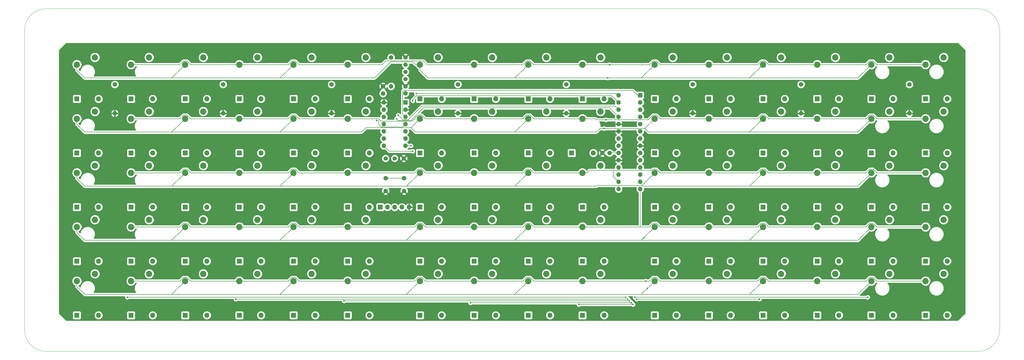
<source format=gbr>
%TF.GenerationSoftware,KiCad,Pcbnew,5.0.0-fee4fd1~66~ubuntu18.04.1*%
%TF.CreationDate,2018-09-12T00:22:08-07:00*%
%TF.ProjectId,keyboard2018,6B6579626F617264323031382E6B6963,rev?*%
%TF.SameCoordinates,Original*%
%TF.FileFunction,Copper,L2,Bot,Signal*%
%TF.FilePolarity,Positive*%
%FSLAX46Y46*%
G04 Gerber Fmt 4.6, Leading zero omitted, Abs format (unit mm)*
G04 Created by KiCad (PCBNEW 5.0.0-fee4fd1~66~ubuntu18.04.1) date Wed Sep 12 00:22:08 2018*
%MOMM*%
%LPD*%
G01*
G04 APERTURE LIST*
%ADD10C,0.050800*%
%ADD11C,2.200000*%
%ADD12O,1.800000X1.800000*%
%ADD13R,1.800000X1.800000*%
%ADD14O,1.600000X1.600000*%
%ADD15R,1.600000X1.600000*%
%ADD16C,1.524000*%
%ADD17C,1.500000*%
%ADD18C,1.600000*%
%ADD19O,1.700000X1.700000*%
%ADD20R,1.700000X1.700000*%
%ADD21C,0.600000*%
%ADD22C,0.127000*%
%ADD23C,0.254000*%
G04 APERTURE END LIST*
D10*
X47625000Y-86995000D02*
G75*
G02X55245000Y-79375000I7620000J0D01*
G01*
X55245000Y-200025000D02*
G75*
G02X47625000Y-192405000I0J7620000D01*
G01*
X390525000Y-192405000D02*
G75*
G02X382905000Y-200025000I-7620000J0D01*
G01*
X382905000Y-79375000D02*
G75*
G02X390525000Y-86995000I0J-7620000D01*
G01*
X382905000Y-79375000D02*
X55245000Y-79375000D01*
X390525000Y-192405000D02*
X390525000Y-86995000D01*
X55245000Y-200025000D02*
X382905000Y-200025000D01*
X47625000Y-86995000D02*
X47625000Y-192405000D01*
D11*
X161290000Y-99060000D03*
X167640000Y-96520000D03*
X243840000Y-175260000D03*
X250190000Y-172720000D03*
X205740000Y-118110000D03*
X212090000Y-115570000D03*
X243840000Y-118110000D03*
X250190000Y-115570000D03*
X364490000Y-99060000D03*
X370840000Y-96520000D03*
X66040000Y-175260000D03*
X72390000Y-172720000D03*
X85090000Y-175260000D03*
X91440000Y-172720000D03*
X104140000Y-175260000D03*
X110490000Y-172720000D03*
X123190000Y-175260000D03*
X129540000Y-172720000D03*
X142240000Y-175260000D03*
X148590000Y-172720000D03*
X186690000Y-175260000D03*
X193040000Y-172720000D03*
X205740000Y-175260000D03*
X212090000Y-172720000D03*
X224790000Y-175260000D03*
X231140000Y-172720000D03*
X269240000Y-175260000D03*
X275590000Y-172720000D03*
X288290000Y-175260000D03*
X294640000Y-172720000D03*
X307340000Y-175260000D03*
X313690000Y-172720000D03*
X326390000Y-175260000D03*
X332740000Y-172720000D03*
X345440000Y-175260000D03*
X351790000Y-172720000D03*
X364490000Y-175260000D03*
X370840000Y-172720000D03*
X66040000Y-156210000D03*
X72390000Y-153670000D03*
X85090000Y-156210000D03*
X91440000Y-153670000D03*
X104140000Y-156210000D03*
X110490000Y-153670000D03*
X123190000Y-156210000D03*
X129540000Y-153670000D03*
X142240000Y-156210000D03*
X148590000Y-153670000D03*
X186690000Y-156210000D03*
X193040000Y-153670000D03*
X205740000Y-156210000D03*
X212090000Y-153670000D03*
X224790000Y-156210000D03*
X231140000Y-153670000D03*
X243840000Y-156210000D03*
X250190000Y-153670000D03*
X269240000Y-156210000D03*
X275590000Y-153670000D03*
X288290000Y-156210000D03*
X294640000Y-153670000D03*
X307340000Y-156210000D03*
X313690000Y-153670000D03*
X326390000Y-156210000D03*
X332740000Y-153670000D03*
X345440000Y-156210000D03*
X351790000Y-153670000D03*
X364490000Y-156210000D03*
X370840000Y-153670000D03*
X66040000Y-137160000D03*
X72390000Y-134620000D03*
X85090000Y-137160000D03*
X91440000Y-134620000D03*
X104140000Y-137160000D03*
X110490000Y-134620000D03*
X123190000Y-137160000D03*
X129540000Y-134620000D03*
X142240000Y-137160000D03*
X148590000Y-134620000D03*
X186690000Y-137160000D03*
X193040000Y-134620000D03*
X205740000Y-137160000D03*
X212090000Y-134620000D03*
X224790000Y-137160000D03*
X231140000Y-134620000D03*
X243840000Y-137160000D03*
X250190000Y-134620000D03*
X269240000Y-137160000D03*
X275590000Y-134620000D03*
X288290000Y-137160000D03*
X294640000Y-134620000D03*
X307340000Y-137160000D03*
X313690000Y-134620000D03*
X326390000Y-137160000D03*
X332740000Y-134620000D03*
X345440000Y-137160000D03*
X351790000Y-134620000D03*
X364490000Y-137160000D03*
X370840000Y-134620000D03*
X66040000Y-118110000D03*
X72390000Y-115570000D03*
X85090000Y-118110000D03*
X91440000Y-115570000D03*
X104140000Y-118110000D03*
X110490000Y-115570000D03*
X123190000Y-118110000D03*
X129540000Y-115570000D03*
X142240000Y-118110000D03*
X148590000Y-115570000D03*
X186690000Y-118110000D03*
X193040000Y-115570000D03*
X224790000Y-118110000D03*
X231140000Y-115570000D03*
X269240000Y-118110000D03*
X275590000Y-115570000D03*
X288290000Y-118110000D03*
X294640000Y-115570000D03*
X307340000Y-118110000D03*
X313690000Y-115570000D03*
X326390000Y-118110000D03*
X332740000Y-115570000D03*
X345440000Y-118110000D03*
X351790000Y-115570000D03*
X364490000Y-118110000D03*
X370840000Y-115570000D03*
X66040000Y-99060000D03*
X72390000Y-96520000D03*
X85090000Y-99060000D03*
X91440000Y-96520000D03*
X104140000Y-99060000D03*
X110490000Y-96520000D03*
X123190000Y-99060000D03*
X129540000Y-96520000D03*
X142240000Y-99060000D03*
X148590000Y-96520000D03*
X186690000Y-99060000D03*
X193040000Y-96520000D03*
X205740000Y-99060000D03*
X212090000Y-96520000D03*
X224790000Y-99060000D03*
X231140000Y-96520000D03*
X243840000Y-99060000D03*
X250190000Y-96520000D03*
X269240000Y-99060000D03*
X275590000Y-96520000D03*
X288290000Y-99060000D03*
X294640000Y-96520000D03*
X307340000Y-99060000D03*
X313690000Y-96520000D03*
X326390000Y-99060000D03*
X332740000Y-96520000D03*
X345440000Y-99060000D03*
X351790000Y-96520000D03*
X161290000Y-175260000D03*
X167640000Y-172720000D03*
X161290000Y-156210000D03*
X167640000Y-153670000D03*
X161290000Y-137160000D03*
X167640000Y-134620000D03*
X161290000Y-118110000D03*
X167640000Y-115570000D03*
D12*
X73660000Y-187325000D03*
D13*
X66040000Y-187325000D03*
D14*
X256540000Y-109855000D03*
X264160000Y-142875000D03*
X256540000Y-112395000D03*
X264160000Y-140335000D03*
X256540000Y-114935000D03*
X264160000Y-137795000D03*
X256540000Y-117475000D03*
X264160000Y-135255000D03*
X256540000Y-120015000D03*
X264160000Y-132715000D03*
X256540000Y-122555000D03*
X264160000Y-130175000D03*
X256540000Y-125095000D03*
X264160000Y-127635000D03*
X256540000Y-127635000D03*
X264160000Y-125095000D03*
X256540000Y-130175000D03*
X264160000Y-122555000D03*
X256540000Y-132715000D03*
X264160000Y-120015000D03*
X256540000Y-135255000D03*
X264160000Y-117475000D03*
X256540000Y-137795000D03*
X264160000Y-114935000D03*
X256540000Y-140335000D03*
X264160000Y-112395000D03*
X256540000Y-142875000D03*
D15*
X264160000Y-109855000D03*
D16*
X181610000Y-99060000D03*
X181610000Y-104140000D03*
X181610000Y-101600000D03*
X181610000Y-96520000D03*
D17*
X180975000Y-132080000D03*
X177800000Y-132080000D03*
X174625000Y-132080000D03*
D18*
X181610000Y-106680000D03*
X181610000Y-109180000D03*
X173736000Y-109220000D03*
X173736000Y-106720000D03*
X253365000Y-130175000D03*
X250865000Y-130175000D03*
D13*
X85090000Y-187325000D03*
D12*
X92710000Y-187325000D03*
X111760000Y-187325000D03*
D13*
X104140000Y-187325000D03*
X123190000Y-187325000D03*
D12*
X130810000Y-187325000D03*
X149860000Y-187325000D03*
D13*
X142240000Y-187325000D03*
X161290000Y-187325000D03*
D12*
X168910000Y-187325000D03*
D13*
X186690000Y-187325000D03*
D12*
X194310000Y-187325000D03*
X213360000Y-187325000D03*
D13*
X205740000Y-187325000D03*
X224790000Y-187325000D03*
D12*
X232410000Y-187325000D03*
X251460000Y-187325000D03*
D13*
X243840000Y-187325000D03*
X269240000Y-187325000D03*
D12*
X276860000Y-187325000D03*
X295910000Y-187325000D03*
D13*
X288290000Y-187325000D03*
X307340000Y-187325000D03*
D12*
X314960000Y-187325000D03*
X334010000Y-187325000D03*
D13*
X326390000Y-187325000D03*
X345440000Y-187325000D03*
D12*
X353060000Y-187325000D03*
X372110000Y-187325000D03*
D13*
X364490000Y-187325000D03*
D12*
X73660000Y-168275000D03*
D13*
X66040000Y-168275000D03*
X85090000Y-168275000D03*
D12*
X92710000Y-168275000D03*
X111760000Y-168275000D03*
D13*
X104140000Y-168275000D03*
X123190000Y-168275000D03*
D12*
X130810000Y-168275000D03*
X149860000Y-168275000D03*
D13*
X142240000Y-168275000D03*
X161290000Y-168275000D03*
D12*
X168910000Y-168275000D03*
D13*
X186690000Y-168275000D03*
D12*
X194310000Y-168275000D03*
X213360000Y-168275000D03*
D13*
X205740000Y-168275000D03*
X224790000Y-168275000D03*
D12*
X232410000Y-168275000D03*
X251460000Y-168275000D03*
D13*
X243840000Y-168275000D03*
X269240000Y-168275000D03*
D12*
X276860000Y-168275000D03*
X295910000Y-168275000D03*
D13*
X288290000Y-168275000D03*
X307340000Y-168275000D03*
D12*
X314960000Y-168275000D03*
D13*
X326390000Y-168275000D03*
D12*
X334010000Y-168275000D03*
D13*
X345440000Y-168275000D03*
D12*
X353060000Y-168275000D03*
D13*
X364490000Y-168275000D03*
D12*
X372110000Y-168275000D03*
D13*
X66040000Y-149225000D03*
D12*
X73660000Y-149225000D03*
D13*
X85090000Y-149225000D03*
D12*
X92710000Y-149225000D03*
X111760000Y-149225000D03*
D13*
X104140000Y-149225000D03*
X123190000Y-149225000D03*
D12*
X130810000Y-149225000D03*
X149860000Y-149225000D03*
D13*
X142240000Y-149225000D03*
X161290000Y-149225000D03*
D12*
X168910000Y-149225000D03*
D13*
X186690000Y-149225000D03*
D12*
X194310000Y-149225000D03*
X213360000Y-149225000D03*
D13*
X205740000Y-149225000D03*
X224790000Y-149225000D03*
D12*
X232410000Y-149225000D03*
X251460000Y-149225000D03*
D13*
X243840000Y-149225000D03*
X269240000Y-149225000D03*
D12*
X276860000Y-149225000D03*
X295910000Y-149225000D03*
D13*
X288290000Y-149225000D03*
D12*
X314960000Y-149225000D03*
D13*
X307340000Y-149225000D03*
X326390000Y-149225000D03*
D12*
X334010000Y-149225000D03*
X353060000Y-149225000D03*
D13*
X345440000Y-149225000D03*
X364490000Y-149225000D03*
D12*
X372110000Y-149225000D03*
D13*
X66040000Y-130175000D03*
D12*
X73660000Y-130175000D03*
X92710000Y-130175000D03*
D13*
X85090000Y-130175000D03*
X104140000Y-130175000D03*
D12*
X111760000Y-130175000D03*
X130810000Y-130175000D03*
D13*
X123190000Y-130175000D03*
X142240000Y-130175000D03*
D12*
X149860000Y-130175000D03*
X168910000Y-130175000D03*
D13*
X161290000Y-130175000D03*
D12*
X194310000Y-130175000D03*
D13*
X186690000Y-130175000D03*
X205740000Y-130175000D03*
D12*
X213360000Y-130175000D03*
X232410000Y-130175000D03*
D13*
X224790000Y-130175000D03*
X240030000Y-130175000D03*
D12*
X247650000Y-130175000D03*
X276860000Y-130175000D03*
D13*
X269240000Y-130175000D03*
D12*
X295910000Y-130175000D03*
D13*
X288290000Y-130175000D03*
X307340000Y-130175000D03*
D12*
X314960000Y-130175000D03*
X334010000Y-130175000D03*
D13*
X326390000Y-130175000D03*
X345440000Y-130175000D03*
D12*
X353060000Y-130175000D03*
X372110000Y-130175000D03*
D13*
X364490000Y-130175000D03*
X66040000Y-111125000D03*
D12*
X73660000Y-111125000D03*
D13*
X85090000Y-111125000D03*
D12*
X92710000Y-111125000D03*
D13*
X104140000Y-111125000D03*
D12*
X111760000Y-111125000D03*
D13*
X123190000Y-111125000D03*
D12*
X130810000Y-111125000D03*
D13*
X142240000Y-111125000D03*
D12*
X149860000Y-111125000D03*
D13*
X161290000Y-111125000D03*
D12*
X168910000Y-111125000D03*
D13*
X186690000Y-111125000D03*
D12*
X194310000Y-111125000D03*
X213360000Y-111125000D03*
D13*
X205740000Y-111125000D03*
X224790000Y-111125000D03*
D12*
X232410000Y-111125000D03*
D13*
X243840000Y-111125000D03*
D12*
X251460000Y-111125000D03*
D13*
X269240000Y-111125000D03*
D12*
X276860000Y-111125000D03*
D13*
X288290000Y-111125000D03*
D12*
X295910000Y-111125000D03*
X314960000Y-111125000D03*
D13*
X307340000Y-111125000D03*
X326390000Y-111125000D03*
D12*
X334010000Y-111125000D03*
D13*
X345440000Y-111125000D03*
D12*
X353060000Y-111125000D03*
D13*
X364490000Y-111125000D03*
D12*
X372110000Y-111125000D03*
D19*
X182880000Y-149225000D03*
X180340000Y-149225000D03*
X177800000Y-149225000D03*
X175260000Y-149225000D03*
D20*
X172720000Y-149225000D03*
D18*
X79375000Y-106045000D03*
D14*
X79375000Y-116205000D03*
X117475000Y-116205000D03*
D18*
X117475000Y-106045000D03*
X155575000Y-106045000D03*
D14*
X155575000Y-116205000D03*
X200025000Y-116205000D03*
D18*
X200025000Y-106045000D03*
D14*
X238125000Y-116205000D03*
D18*
X238125000Y-106045000D03*
X282575000Y-106045000D03*
D14*
X282575000Y-116205000D03*
D18*
X320675000Y-106045000D03*
D14*
X320675000Y-116205000D03*
X358775000Y-116205000D03*
D18*
X358775000Y-106045000D03*
X176530000Y-96520000D03*
D14*
X176530000Y-106680000D03*
D18*
X181125000Y-143565000D03*
X181125000Y-139065000D03*
X174625000Y-143565000D03*
X174625000Y-139065000D03*
D14*
X173990000Y-112395000D03*
X181610000Y-127635000D03*
X173990000Y-114935000D03*
X181610000Y-125095000D03*
X173990000Y-117475000D03*
X181610000Y-122555000D03*
X173990000Y-120015000D03*
X181610000Y-120015000D03*
X173990000Y-122555000D03*
X181610000Y-117475000D03*
X173990000Y-125095000D03*
X181610000Y-114935000D03*
X173990000Y-127635000D03*
D15*
X181610000Y-112395000D03*
D21*
X185420000Y-106680000D03*
X183515000Y-109220000D03*
X196215000Y-112395000D03*
X194945000Y-106045000D03*
X83799499Y-180975000D03*
X259080000Y-180975000D03*
X121899499Y-181610000D03*
X259715000Y-181610000D03*
X159999499Y-182245000D03*
X260350000Y-182245000D03*
X204449499Y-182880000D03*
X260985000Y-182880000D03*
X242549499Y-183515000D03*
X261620000Y-183515000D03*
X306049499Y-181610000D03*
X262890000Y-181610000D03*
X344149499Y-180975000D03*
X262255000Y-180975000D03*
X171450000Y-118745000D03*
X266700000Y-177800000D03*
X266065000Y-175260000D03*
X265430000Y-160020000D03*
X251460000Y-121564499D03*
X252095000Y-118465501D03*
X252730000Y-103790501D03*
X253365000Y-99060000D03*
X184150000Y-129540000D03*
X184150000Y-111760000D03*
X179070000Y-116840000D03*
X178435000Y-118110000D03*
X183515000Y-127635000D03*
X185420000Y-109220000D03*
D22*
X253365000Y-130175000D02*
X256540000Y-130175000D01*
X83799499Y-180975000D02*
X174625000Y-180975000D01*
X174625000Y-180975000D02*
X257175000Y-180975000D01*
X259080000Y-180975000D02*
X257175000Y-180975000D01*
X121899499Y-181610000D02*
X257175000Y-181610000D01*
X259715000Y-181610000D02*
X257175000Y-181610000D01*
X159999499Y-182245000D02*
X257175000Y-182245000D01*
X260350000Y-182245000D02*
X257175000Y-182245000D01*
X204449499Y-182880000D02*
X257175000Y-182880000D01*
X260985000Y-182880000D02*
X257175000Y-182880000D01*
X242549499Y-183515000D02*
X261620000Y-183515000D01*
X306049499Y-181610000D02*
X305435000Y-181610000D01*
X305435000Y-181610000D02*
X263525000Y-181610000D01*
X262890000Y-181610000D02*
X263525000Y-181610000D01*
X344149499Y-180975000D02*
X263800776Y-180975000D01*
X263800776Y-180975000D02*
X263525000Y-180975000D01*
X263525000Y-180975000D02*
X262255000Y-180975000D01*
X174625000Y-139065000D02*
X181125000Y-139065000D01*
X171450000Y-118745000D02*
X172085000Y-118745000D01*
X172085000Y-118745000D02*
X172085000Y-120015000D01*
X180810001Y-120814999D02*
X181610000Y-120015000D01*
X180619499Y-121005501D02*
X180810001Y-120814999D01*
X173075501Y-121005501D02*
X180619499Y-121005501D01*
X172085000Y-120015000D02*
X173075501Y-121005501D01*
X68798559Y-179990501D02*
X99409499Y-179990501D01*
X99409499Y-179990501D02*
X103040001Y-176359999D01*
X66040000Y-177231942D02*
X68798559Y-179990501D01*
X103040001Y-176359999D02*
X104140000Y-175260000D01*
X66040000Y-175260000D02*
X66040000Y-177231942D01*
X137509499Y-179990501D02*
X99409499Y-179990501D01*
X142240000Y-175260000D02*
X137509499Y-179990501D01*
X180403865Y-179990501D02*
X137509499Y-179990501D01*
X224790000Y-175260000D02*
X220059499Y-179990501D01*
X264509499Y-179990501D02*
X220059499Y-179990501D01*
X269240000Y-175260000D02*
X264509499Y-179990501D01*
X302609499Y-179990501D02*
X264509499Y-179990501D01*
X307340000Y-175260000D02*
X302609499Y-179990501D01*
X340709499Y-179990501D02*
X302609499Y-179990501D01*
X345440000Y-175260000D02*
X340709499Y-179990501D01*
X186690000Y-175260000D02*
X181959499Y-179990501D01*
X220059499Y-179990501D02*
X181610000Y-179990501D01*
X181959499Y-179990501D02*
X181610000Y-179990501D01*
X181610000Y-179990501D02*
X180403865Y-179990501D01*
X103520559Y-173969499D02*
X104754499Y-173969499D01*
X85090000Y-175260000D02*
X102230058Y-175260000D01*
X102230058Y-175260000D02*
X103520559Y-173969499D01*
X104754499Y-173969499D02*
X106045000Y-175260000D01*
X106045000Y-175260000D02*
X123190000Y-175260000D01*
X141620559Y-173969499D02*
X142854499Y-173969499D01*
X123190000Y-175260000D02*
X140330058Y-175260000D01*
X140330058Y-175260000D02*
X141620559Y-173969499D01*
X142854499Y-173969499D02*
X144145000Y-175260000D01*
X144145000Y-175260000D02*
X161290000Y-175260000D01*
X186070559Y-173969499D02*
X187304499Y-173969499D01*
X161290000Y-175260000D02*
X184780058Y-175260000D01*
X184780058Y-175260000D02*
X186070559Y-173969499D01*
X188595000Y-175260000D02*
X205740000Y-175260000D01*
X187304499Y-173969499D02*
X188595000Y-175260000D01*
X224170559Y-173969499D02*
X225404499Y-173969499D01*
X205740000Y-175260000D02*
X222880058Y-175260000D01*
X222880058Y-175260000D02*
X224170559Y-173969499D01*
X225404499Y-173969499D02*
X226695000Y-175260000D01*
X226695000Y-175260000D02*
X243840000Y-175260000D01*
X268620559Y-173969499D02*
X269854499Y-173969499D01*
X243840000Y-175260000D02*
X267330058Y-175260000D01*
X267330058Y-175260000D02*
X268620559Y-173969499D01*
X269854499Y-173969499D02*
X271145000Y-175260000D01*
X271145000Y-175260000D02*
X288290000Y-175260000D01*
X306720559Y-173969499D02*
X307954499Y-173969499D01*
X288290000Y-175260000D02*
X305430058Y-175260000D01*
X305430058Y-175260000D02*
X306720559Y-173969499D01*
X307954499Y-173969499D02*
X309245000Y-175260000D01*
X309245000Y-175260000D02*
X326390000Y-175260000D01*
X344820559Y-173969499D02*
X346054499Y-173969499D01*
X326390000Y-175260000D02*
X343530058Y-175260000D01*
X343530058Y-175260000D02*
X344820559Y-173969499D01*
X346054499Y-173969499D02*
X347345000Y-175260000D01*
X347345000Y-175260000D02*
X364490000Y-175260000D01*
X68798559Y-160940501D02*
X99409499Y-160940501D01*
X99409499Y-160940501D02*
X103040001Y-157309999D01*
X66040000Y-158181942D02*
X68798559Y-160940501D01*
X103040001Y-157309999D02*
X104140000Y-156210000D01*
X66040000Y-156210000D02*
X66040000Y-158181942D01*
X137509499Y-160940501D02*
X99409499Y-160940501D01*
X142240000Y-156210000D02*
X137509499Y-160940501D01*
X181959499Y-160940501D02*
X137509499Y-160940501D01*
X186690000Y-156210000D02*
X181959499Y-160940501D01*
X220059499Y-160940501D02*
X181959499Y-160940501D01*
X224790000Y-156210000D02*
X220059499Y-160940501D01*
X264509499Y-160940501D02*
X220059499Y-160940501D01*
X269240000Y-156210000D02*
X264509499Y-160940501D01*
X302609499Y-160940501D02*
X264509499Y-160940501D01*
X307340000Y-156210000D02*
X302609499Y-160940501D01*
X340709499Y-160940501D02*
X302609499Y-160940501D01*
X345440000Y-156210000D02*
X340709499Y-160940501D01*
X103520559Y-154919499D02*
X104754499Y-154919499D01*
X85090000Y-156210000D02*
X102230058Y-156210000D01*
X102230058Y-156210000D02*
X103520559Y-154919499D01*
X104754499Y-154919499D02*
X106045000Y-156210000D01*
X106045000Y-156210000D02*
X123190000Y-156210000D01*
X141620559Y-154919499D02*
X142854499Y-154919499D01*
X123190000Y-156210000D02*
X140330058Y-156210000D01*
X140330058Y-156210000D02*
X141620559Y-154919499D01*
X142854499Y-154919499D02*
X144145000Y-156210000D01*
X144145000Y-156210000D02*
X161290000Y-156210000D01*
X186070559Y-154919499D02*
X187304499Y-154919499D01*
X161290000Y-156210000D02*
X184780058Y-156210000D01*
X184780058Y-156210000D02*
X186070559Y-154919499D01*
X187304499Y-154919499D02*
X188595000Y-156210000D01*
X188595000Y-156210000D02*
X205740000Y-156210000D01*
X224170559Y-154919499D02*
X225404499Y-154919499D01*
X205740000Y-156210000D02*
X222880058Y-156210000D01*
X222880058Y-156210000D02*
X224170559Y-154919499D01*
X225404499Y-154919499D02*
X226695000Y-156210000D01*
X229301942Y-156210000D02*
X243840000Y-156210000D01*
X226695000Y-156210000D02*
X229301942Y-156210000D01*
X268620559Y-154919499D02*
X269854499Y-154919499D01*
X243840000Y-156210000D02*
X267330058Y-156210000D01*
X267330058Y-156210000D02*
X268620559Y-154919499D01*
X269854499Y-154919499D02*
X271145000Y-156210000D01*
X271145000Y-156210000D02*
X288290000Y-156210000D01*
X306720559Y-154919499D02*
X307954499Y-154919499D01*
X288290000Y-156210000D02*
X305430058Y-156210000D01*
X305430058Y-156210000D02*
X306720559Y-154919499D01*
X307954499Y-154919499D02*
X309245000Y-156210000D01*
X309245000Y-156210000D02*
X326390000Y-156210000D01*
X344820559Y-154919499D02*
X346054499Y-154919499D01*
X326390000Y-156210000D02*
X343530058Y-156210000D01*
X343530058Y-156210000D02*
X344820559Y-154919499D01*
X346054499Y-154919499D02*
X347345000Y-156210000D01*
X347345000Y-156210000D02*
X364490000Y-156210000D01*
X264160000Y-142875000D02*
X264160000Y-144006370D01*
X264160000Y-144006370D02*
X264160000Y-156210000D01*
X103040001Y-138259999D02*
X104140000Y-137160000D01*
X68798559Y-141890501D02*
X99409499Y-141890501D01*
X99409499Y-141890501D02*
X103040001Y-138259999D01*
X66040000Y-139131942D02*
X68798559Y-141890501D01*
X66040000Y-137160000D02*
X66040000Y-139131942D01*
X137509499Y-141890501D02*
X99409499Y-141890501D01*
X142240000Y-137160000D02*
X137509499Y-141890501D01*
X181959499Y-141890501D02*
X137509499Y-141890501D01*
X186690000Y-137160000D02*
X181959499Y-141890501D01*
X220059499Y-141890501D02*
X181959499Y-141890501D01*
X224790000Y-137160000D02*
X220059499Y-141890501D01*
X248701441Y-141890501D02*
X220059499Y-141890501D01*
X248986942Y-141605000D02*
X248701441Y-141890501D01*
X269240000Y-137160000D02*
X264795000Y-141605000D01*
X265080501Y-141890501D02*
X264795000Y-141605000D01*
X302609499Y-141890501D02*
X265080501Y-141890501D01*
X307340000Y-137160000D02*
X302609499Y-141890501D01*
X340709499Y-141890501D02*
X302609499Y-141890501D01*
X345440000Y-137160000D02*
X340709499Y-141890501D01*
X256540000Y-141605000D02*
X248986942Y-141605000D01*
X256540000Y-141605000D02*
X256540000Y-142875000D01*
X264795000Y-141605000D02*
X256540000Y-141605000D01*
X103520559Y-135869499D02*
X104754499Y-135869499D01*
X85090000Y-137160000D02*
X102230058Y-137160000D01*
X102230058Y-137160000D02*
X103520559Y-135869499D01*
X104754499Y-135869499D02*
X106045000Y-137160000D01*
X106045000Y-137160000D02*
X123190000Y-137160000D01*
X141620559Y-135869499D02*
X142854499Y-135869499D01*
X123190000Y-137160000D02*
X140330058Y-137160000D01*
X140330058Y-137160000D02*
X141620559Y-135869499D01*
X142854499Y-135869499D02*
X144145000Y-137160000D01*
X144145000Y-137160000D02*
X161290000Y-137160000D01*
X186070559Y-135869499D02*
X187304499Y-135869499D01*
X161290000Y-137160000D02*
X184780058Y-137160000D01*
X184780058Y-137160000D02*
X186070559Y-135869499D01*
X187304499Y-135869499D02*
X188595000Y-137160000D01*
X188595000Y-137160000D02*
X205740000Y-137160000D01*
X224170559Y-135869499D02*
X225404499Y-135869499D01*
X205740000Y-137160000D02*
X222880058Y-137160000D01*
X222880058Y-137160000D02*
X224170559Y-135869499D01*
X225404499Y-135869499D02*
X226695000Y-137160000D01*
X226695000Y-137160000D02*
X243840000Y-137160000D01*
X268620559Y-135869499D02*
X269854499Y-135869499D01*
X268244557Y-136245501D02*
X268620559Y-135869499D01*
X243840000Y-137160000D02*
X245395634Y-137160000D01*
X245395634Y-137160000D02*
X246310133Y-136245501D01*
X269854499Y-135869499D02*
X271145000Y-137160000D01*
X271145000Y-137160000D02*
X288290000Y-137160000D01*
X306720559Y-135869499D02*
X307954499Y-135869499D01*
X288290000Y-137160000D02*
X305430058Y-137160000D01*
X305430058Y-137160000D02*
X306720559Y-135869499D01*
X307954499Y-135869499D02*
X309245000Y-137160000D01*
X309245000Y-137160000D02*
X326390000Y-137160000D01*
X344820559Y-135869499D02*
X346054499Y-135869499D01*
X326390000Y-137160000D02*
X343530058Y-137160000D01*
X343530058Y-137160000D02*
X344820559Y-135869499D01*
X346054499Y-135869499D02*
X347345000Y-137160000D01*
X347345000Y-137160000D02*
X364490000Y-137160000D01*
X254635000Y-138430000D02*
X254635000Y-136245501D01*
X256540000Y-140335000D02*
X254635000Y-138430000D01*
X246310133Y-136245501D02*
X254635000Y-136245501D01*
X254635000Y-136245501D02*
X268244557Y-136245501D01*
X99409499Y-122840501D02*
X103040001Y-119209999D01*
X103040001Y-119209999D02*
X104140000Y-118110000D01*
X137509499Y-122840501D02*
X99409499Y-122840501D01*
X142240000Y-118110000D02*
X137509499Y-122840501D01*
X167706942Y-121285000D02*
X166151441Y-122840501D01*
X183515000Y-121285000D02*
X167706942Y-121285000D01*
X166151441Y-122840501D02*
X137509499Y-122840501D01*
X186690000Y-118110000D02*
X183515000Y-121285000D01*
X220059499Y-122840501D02*
X185070501Y-122840501D01*
X224790000Y-118110000D02*
X220059499Y-122840501D01*
X185070501Y-122840501D02*
X183515000Y-121285000D01*
X248701441Y-122840501D02*
X220059499Y-122840501D01*
X249977443Y-121564499D02*
X248701441Y-122840501D01*
X265785501Y-121564499D02*
X251460000Y-121564499D01*
X269240000Y-118110000D02*
X265785501Y-121564499D01*
X302609499Y-122840501D02*
X267061503Y-122840501D01*
X267061503Y-122840501D02*
X265785501Y-121564499D01*
X307340000Y-118110000D02*
X302609499Y-122840501D01*
X340709499Y-122840501D02*
X302609499Y-122840501D01*
X345440000Y-118110000D02*
X340709499Y-122840501D01*
X68798559Y-122840501D02*
X99409499Y-122840501D01*
X66040000Y-120081942D02*
X68798559Y-122840501D01*
X66040000Y-118110000D02*
X66040000Y-120081942D01*
X251460000Y-121564499D02*
X249977443Y-121564499D01*
X346059441Y-116819499D02*
X344825501Y-116819499D01*
X364490000Y-118110000D02*
X347349942Y-118110000D01*
X347349942Y-118110000D02*
X346059441Y-116819499D01*
X344825501Y-116819499D02*
X343535000Y-118110000D01*
X343535000Y-118110000D02*
X326390000Y-118110000D01*
X307959441Y-116819499D02*
X306725501Y-116819499D01*
X326390000Y-118110000D02*
X309249942Y-118110000D01*
X309249942Y-118110000D02*
X307959441Y-116819499D01*
X306725501Y-116819499D02*
X305435000Y-118110000D01*
X305435000Y-118110000D02*
X288290000Y-118110000D01*
X245395634Y-118110000D02*
X243840000Y-118110000D01*
X248351942Y-118110000D02*
X245395634Y-118110000D01*
X288290000Y-118110000D02*
X271149942Y-118110000D01*
X269859441Y-116819499D02*
X268625501Y-116819499D01*
X268625501Y-116819499D02*
X266979499Y-118465501D01*
X271149942Y-118110000D02*
X269859441Y-116819499D01*
X266979499Y-118465501D02*
X252095000Y-118465501D01*
X248707443Y-118465501D02*
X248351942Y-118110000D01*
X225409441Y-116819499D02*
X224175501Y-116819499D01*
X243840000Y-118110000D02*
X226699942Y-118110000D01*
X226699942Y-118110000D02*
X225409441Y-116819499D01*
X224175501Y-116819499D02*
X222885000Y-118110000D01*
X222885000Y-118110000D02*
X205740000Y-118110000D01*
X142859441Y-116819499D02*
X141625501Y-116819499D01*
X161290000Y-118110000D02*
X144149942Y-118110000D01*
X144149942Y-118110000D02*
X142859441Y-116819499D01*
X141625501Y-116819499D02*
X140335000Y-118110000D01*
X140335000Y-118110000D02*
X123190000Y-118110000D01*
X104759441Y-116819499D02*
X103525501Y-116819499D01*
X123190000Y-118110000D02*
X106049942Y-118110000D01*
X106049942Y-118110000D02*
X104759441Y-116819499D01*
X103525501Y-116819499D02*
X102235000Y-118110000D01*
X102235000Y-118110000D02*
X85090000Y-118110000D01*
X172085000Y-118110000D02*
X172999499Y-119024499D01*
X186070559Y-116819499D02*
X187304499Y-116819499D01*
X161290000Y-118110000D02*
X172085000Y-118110000D01*
X172999499Y-119024499D02*
X183865559Y-119024499D01*
X187304499Y-116819499D02*
X188595000Y-118110000D01*
X188595000Y-118110000D02*
X205740000Y-118110000D01*
X183865559Y-119024499D02*
X186070559Y-116819499D01*
X252095000Y-118465501D02*
X248707443Y-118465501D01*
X103040001Y-100159999D02*
X104140000Y-99060000D01*
X68798559Y-103790501D02*
X99409499Y-103790501D01*
X66040000Y-101031942D02*
X68798559Y-103790501D01*
X99409499Y-103790501D02*
X103040001Y-100159999D01*
X66040000Y-99060000D02*
X66040000Y-101031942D01*
X137509499Y-103790501D02*
X99409499Y-103790501D01*
X142240000Y-99060000D02*
X137509499Y-103790501D01*
X223690001Y-100159999D02*
X224790000Y-99060000D01*
X220059499Y-103790501D02*
X223690001Y-100159999D01*
X189448559Y-103790501D02*
X220059499Y-103790501D01*
X186690000Y-101031942D02*
X189448559Y-103790501D01*
X186690000Y-99060000D02*
X186690000Y-101031942D01*
X264509499Y-103790501D02*
X252730000Y-103790501D01*
X269240000Y-99060000D02*
X264509499Y-103790501D01*
X302609499Y-103790501D02*
X264509499Y-103790501D01*
X307340000Y-99060000D02*
X302609499Y-103790501D01*
X340709499Y-103790501D02*
X302609499Y-103790501D01*
X345440000Y-99060000D02*
X340709499Y-103790501D01*
X252730000Y-103790501D02*
X220059499Y-103790501D01*
X184181865Y-98107499D02*
X185134366Y-99060000D01*
X185134366Y-99060000D02*
X186690000Y-99060000D01*
X170725441Y-103790501D02*
X176408443Y-98107499D01*
X176408443Y-98107499D02*
X184181865Y-98107499D01*
X137509499Y-103790501D02*
X170725441Y-103790501D01*
X85090000Y-99060000D02*
X102230058Y-99060000D01*
X103520559Y-97769499D02*
X104754499Y-97769499D01*
X102230058Y-99060000D02*
X103520559Y-97769499D01*
X106045000Y-99060000D02*
X123190000Y-99060000D01*
X104754499Y-97769499D02*
X106045000Y-99060000D01*
X141620559Y-97769499D02*
X142854499Y-97769499D01*
X123190000Y-99060000D02*
X140330058Y-99060000D01*
X140330058Y-99060000D02*
X141620559Y-97769499D01*
X144145000Y-99060000D02*
X161290000Y-99060000D01*
X142854499Y-97769499D02*
X144145000Y-99060000D01*
X224170559Y-97769499D02*
X225404499Y-97769499D01*
X205740000Y-99060000D02*
X222880058Y-99060000D01*
X222880058Y-99060000D02*
X224170559Y-97769499D01*
X225404499Y-97769499D02*
X226695000Y-99060000D01*
X226695000Y-99060000D02*
X243840000Y-99060000D01*
X268620559Y-97769499D02*
X269854499Y-97769499D01*
X243840000Y-99060000D02*
X267330058Y-99060000D01*
X267330058Y-99060000D02*
X268620559Y-97769499D01*
X269854499Y-97769499D02*
X271145000Y-99060000D01*
X271145000Y-99060000D02*
X288290000Y-99060000D01*
X306720559Y-97769499D02*
X307954499Y-97769499D01*
X288290000Y-99060000D02*
X305430058Y-99060000D01*
X305430058Y-99060000D02*
X306720559Y-97769499D01*
X307954499Y-97769499D02*
X309245000Y-99060000D01*
X309245000Y-99060000D02*
X326390000Y-99060000D01*
X344820559Y-97769499D02*
X346054499Y-97769499D01*
X326390000Y-99060000D02*
X343530058Y-99060000D01*
X343530058Y-99060000D02*
X344820559Y-97769499D01*
X346054499Y-97769499D02*
X347345000Y-99060000D01*
X347345000Y-99060000D02*
X364490000Y-99060000D01*
X161290000Y-99060000D02*
X173355000Y-99060000D01*
X174645501Y-97769499D02*
X187939499Y-97769499D01*
X173355000Y-99060000D02*
X174645501Y-97769499D01*
X187939499Y-97769499D02*
X189230000Y-99060000D01*
X189230000Y-99060000D02*
X205740000Y-99060000D01*
X175895000Y-129540000D02*
X173990000Y-127635000D01*
X184150000Y-129540000D02*
X175895000Y-129540000D01*
X254179499Y-110034499D02*
X185451237Y-110034499D01*
X184150000Y-111335736D02*
X184150000Y-111760000D01*
X185451237Y-110034499D02*
X184150000Y-111335736D01*
X256540000Y-112395000D02*
X254179499Y-110034499D01*
X180810001Y-116675001D02*
X181610000Y-117475000D01*
X180619499Y-116484499D02*
X180810001Y-116675001D01*
X180619499Y-108305501D02*
X180619499Y-116484499D01*
X180735501Y-108189499D02*
X180619499Y-108305501D01*
X261567499Y-108189499D02*
X180735501Y-108189499D01*
X263233000Y-109855000D02*
X261567499Y-108189499D01*
X264160000Y-109855000D02*
X263233000Y-109855000D01*
X187325000Y-113665000D02*
X255270000Y-113665000D01*
X255270000Y-113665000D02*
X256540000Y-114935000D01*
X182524499Y-118465501D02*
X187325000Y-113665000D01*
X180695501Y-118465501D02*
X182524499Y-118465501D01*
X179070000Y-116840000D02*
X180695501Y-118465501D01*
X255740001Y-116675001D02*
X256540000Y-117475000D01*
X187980501Y-114279499D02*
X253344499Y-114279499D01*
X253344499Y-114279499D02*
X255740001Y-116675001D01*
X183515000Y-118745000D02*
X187980501Y-114279499D01*
X179070000Y-118745000D02*
X183515000Y-118745000D01*
X178435000Y-118110000D02*
X179070000Y-118745000D01*
X181610000Y-127635000D02*
X183515000Y-127635000D01*
X255905000Y-109220000D02*
X256540000Y-109855000D01*
X185420000Y-109220000D02*
X255905000Y-109220000D01*
D23*
G36*
X378333000Y-94032606D02*
X378333000Y-186637394D01*
X375867394Y-189103000D01*
X62282606Y-189103000D01*
X59817000Y-186637394D01*
X59817000Y-186425000D01*
X64492560Y-186425000D01*
X64492560Y-188225000D01*
X64541843Y-188472765D01*
X64682191Y-188682809D01*
X64892235Y-188823157D01*
X65140000Y-188872440D01*
X66940000Y-188872440D01*
X67187765Y-188823157D01*
X67397809Y-188682809D01*
X67538157Y-188472765D01*
X67587440Y-188225000D01*
X67587440Y-187325000D01*
X72094928Y-187325000D01*
X72214062Y-187923927D01*
X72553327Y-188431673D01*
X73061073Y-188770938D01*
X73508818Y-188860000D01*
X73811182Y-188860000D01*
X74258927Y-188770938D01*
X74766673Y-188431673D01*
X75105938Y-187923927D01*
X75225072Y-187325000D01*
X75105938Y-186726073D01*
X74904768Y-186425000D01*
X83542560Y-186425000D01*
X83542560Y-188225000D01*
X83591843Y-188472765D01*
X83732191Y-188682809D01*
X83942235Y-188823157D01*
X84190000Y-188872440D01*
X85990000Y-188872440D01*
X86237765Y-188823157D01*
X86447809Y-188682809D01*
X86588157Y-188472765D01*
X86637440Y-188225000D01*
X86637440Y-187325000D01*
X91144928Y-187325000D01*
X91264062Y-187923927D01*
X91603327Y-188431673D01*
X92111073Y-188770938D01*
X92558818Y-188860000D01*
X92861182Y-188860000D01*
X93308927Y-188770938D01*
X93816673Y-188431673D01*
X94155938Y-187923927D01*
X94275072Y-187325000D01*
X94155938Y-186726073D01*
X93954768Y-186425000D01*
X102592560Y-186425000D01*
X102592560Y-188225000D01*
X102641843Y-188472765D01*
X102782191Y-188682809D01*
X102992235Y-188823157D01*
X103240000Y-188872440D01*
X105040000Y-188872440D01*
X105287765Y-188823157D01*
X105497809Y-188682809D01*
X105638157Y-188472765D01*
X105687440Y-188225000D01*
X105687440Y-187325000D01*
X110194928Y-187325000D01*
X110314062Y-187923927D01*
X110653327Y-188431673D01*
X111161073Y-188770938D01*
X111608818Y-188860000D01*
X111911182Y-188860000D01*
X112358927Y-188770938D01*
X112866673Y-188431673D01*
X113205938Y-187923927D01*
X113325072Y-187325000D01*
X113205938Y-186726073D01*
X113004768Y-186425000D01*
X121642560Y-186425000D01*
X121642560Y-188225000D01*
X121691843Y-188472765D01*
X121832191Y-188682809D01*
X122042235Y-188823157D01*
X122290000Y-188872440D01*
X124090000Y-188872440D01*
X124337765Y-188823157D01*
X124547809Y-188682809D01*
X124688157Y-188472765D01*
X124737440Y-188225000D01*
X124737440Y-187325000D01*
X129244928Y-187325000D01*
X129364062Y-187923927D01*
X129703327Y-188431673D01*
X130211073Y-188770938D01*
X130658818Y-188860000D01*
X130961182Y-188860000D01*
X131408927Y-188770938D01*
X131916673Y-188431673D01*
X132255938Y-187923927D01*
X132375072Y-187325000D01*
X132255938Y-186726073D01*
X132054768Y-186425000D01*
X140692560Y-186425000D01*
X140692560Y-188225000D01*
X140741843Y-188472765D01*
X140882191Y-188682809D01*
X141092235Y-188823157D01*
X141340000Y-188872440D01*
X143140000Y-188872440D01*
X143387765Y-188823157D01*
X143597809Y-188682809D01*
X143738157Y-188472765D01*
X143787440Y-188225000D01*
X143787440Y-187325000D01*
X148294928Y-187325000D01*
X148414062Y-187923927D01*
X148753327Y-188431673D01*
X149261073Y-188770938D01*
X149708818Y-188860000D01*
X150011182Y-188860000D01*
X150458927Y-188770938D01*
X150966673Y-188431673D01*
X151305938Y-187923927D01*
X151425072Y-187325000D01*
X151305938Y-186726073D01*
X151104768Y-186425000D01*
X159742560Y-186425000D01*
X159742560Y-188225000D01*
X159791843Y-188472765D01*
X159932191Y-188682809D01*
X160142235Y-188823157D01*
X160390000Y-188872440D01*
X162190000Y-188872440D01*
X162437765Y-188823157D01*
X162647809Y-188682809D01*
X162788157Y-188472765D01*
X162837440Y-188225000D01*
X162837440Y-187325000D01*
X167344928Y-187325000D01*
X167464062Y-187923927D01*
X167803327Y-188431673D01*
X168311073Y-188770938D01*
X168758818Y-188860000D01*
X169061182Y-188860000D01*
X169508927Y-188770938D01*
X170016673Y-188431673D01*
X170355938Y-187923927D01*
X170475072Y-187325000D01*
X170355938Y-186726073D01*
X170154768Y-186425000D01*
X185142560Y-186425000D01*
X185142560Y-188225000D01*
X185191843Y-188472765D01*
X185332191Y-188682809D01*
X185542235Y-188823157D01*
X185790000Y-188872440D01*
X187590000Y-188872440D01*
X187837765Y-188823157D01*
X188047809Y-188682809D01*
X188188157Y-188472765D01*
X188237440Y-188225000D01*
X188237440Y-187325000D01*
X192744928Y-187325000D01*
X192864062Y-187923927D01*
X193203327Y-188431673D01*
X193711073Y-188770938D01*
X194158818Y-188860000D01*
X194461182Y-188860000D01*
X194908927Y-188770938D01*
X195416673Y-188431673D01*
X195755938Y-187923927D01*
X195875072Y-187325000D01*
X195755938Y-186726073D01*
X195554768Y-186425000D01*
X204192560Y-186425000D01*
X204192560Y-188225000D01*
X204241843Y-188472765D01*
X204382191Y-188682809D01*
X204592235Y-188823157D01*
X204840000Y-188872440D01*
X206640000Y-188872440D01*
X206887765Y-188823157D01*
X207097809Y-188682809D01*
X207238157Y-188472765D01*
X207287440Y-188225000D01*
X207287440Y-187325000D01*
X211794928Y-187325000D01*
X211914062Y-187923927D01*
X212253327Y-188431673D01*
X212761073Y-188770938D01*
X213208818Y-188860000D01*
X213511182Y-188860000D01*
X213958927Y-188770938D01*
X214466673Y-188431673D01*
X214805938Y-187923927D01*
X214925072Y-187325000D01*
X214805938Y-186726073D01*
X214604768Y-186425000D01*
X223242560Y-186425000D01*
X223242560Y-188225000D01*
X223291843Y-188472765D01*
X223432191Y-188682809D01*
X223642235Y-188823157D01*
X223890000Y-188872440D01*
X225690000Y-188872440D01*
X225937765Y-188823157D01*
X226147809Y-188682809D01*
X226288157Y-188472765D01*
X226337440Y-188225000D01*
X226337440Y-187325000D01*
X230844928Y-187325000D01*
X230964062Y-187923927D01*
X231303327Y-188431673D01*
X231811073Y-188770938D01*
X232258818Y-188860000D01*
X232561182Y-188860000D01*
X233008927Y-188770938D01*
X233516673Y-188431673D01*
X233855938Y-187923927D01*
X233975072Y-187325000D01*
X233855938Y-186726073D01*
X233654768Y-186425000D01*
X242292560Y-186425000D01*
X242292560Y-188225000D01*
X242341843Y-188472765D01*
X242482191Y-188682809D01*
X242692235Y-188823157D01*
X242940000Y-188872440D01*
X244740000Y-188872440D01*
X244987765Y-188823157D01*
X245197809Y-188682809D01*
X245338157Y-188472765D01*
X245387440Y-188225000D01*
X245387440Y-187325000D01*
X249894928Y-187325000D01*
X250014062Y-187923927D01*
X250353327Y-188431673D01*
X250861073Y-188770938D01*
X251308818Y-188860000D01*
X251611182Y-188860000D01*
X252058927Y-188770938D01*
X252566673Y-188431673D01*
X252905938Y-187923927D01*
X253025072Y-187325000D01*
X252905938Y-186726073D01*
X252704768Y-186425000D01*
X267692560Y-186425000D01*
X267692560Y-188225000D01*
X267741843Y-188472765D01*
X267882191Y-188682809D01*
X268092235Y-188823157D01*
X268340000Y-188872440D01*
X270140000Y-188872440D01*
X270387765Y-188823157D01*
X270597809Y-188682809D01*
X270738157Y-188472765D01*
X270787440Y-188225000D01*
X270787440Y-187325000D01*
X275294928Y-187325000D01*
X275414062Y-187923927D01*
X275753327Y-188431673D01*
X276261073Y-188770938D01*
X276708818Y-188860000D01*
X277011182Y-188860000D01*
X277458927Y-188770938D01*
X277966673Y-188431673D01*
X278305938Y-187923927D01*
X278425072Y-187325000D01*
X278305938Y-186726073D01*
X278104768Y-186425000D01*
X286742560Y-186425000D01*
X286742560Y-188225000D01*
X286791843Y-188472765D01*
X286932191Y-188682809D01*
X287142235Y-188823157D01*
X287390000Y-188872440D01*
X289190000Y-188872440D01*
X289437765Y-188823157D01*
X289647809Y-188682809D01*
X289788157Y-188472765D01*
X289837440Y-188225000D01*
X289837440Y-187325000D01*
X294344928Y-187325000D01*
X294464062Y-187923927D01*
X294803327Y-188431673D01*
X295311073Y-188770938D01*
X295758818Y-188860000D01*
X296061182Y-188860000D01*
X296508927Y-188770938D01*
X297016673Y-188431673D01*
X297355938Y-187923927D01*
X297475072Y-187325000D01*
X297355938Y-186726073D01*
X297154768Y-186425000D01*
X305792560Y-186425000D01*
X305792560Y-188225000D01*
X305841843Y-188472765D01*
X305982191Y-188682809D01*
X306192235Y-188823157D01*
X306440000Y-188872440D01*
X308240000Y-188872440D01*
X308487765Y-188823157D01*
X308697809Y-188682809D01*
X308838157Y-188472765D01*
X308887440Y-188225000D01*
X308887440Y-187325000D01*
X313394928Y-187325000D01*
X313514062Y-187923927D01*
X313853327Y-188431673D01*
X314361073Y-188770938D01*
X314808818Y-188860000D01*
X315111182Y-188860000D01*
X315558927Y-188770938D01*
X316066673Y-188431673D01*
X316405938Y-187923927D01*
X316525072Y-187325000D01*
X316405938Y-186726073D01*
X316204768Y-186425000D01*
X324842560Y-186425000D01*
X324842560Y-188225000D01*
X324891843Y-188472765D01*
X325032191Y-188682809D01*
X325242235Y-188823157D01*
X325490000Y-188872440D01*
X327290000Y-188872440D01*
X327537765Y-188823157D01*
X327747809Y-188682809D01*
X327888157Y-188472765D01*
X327937440Y-188225000D01*
X327937440Y-187325000D01*
X332444928Y-187325000D01*
X332564062Y-187923927D01*
X332903327Y-188431673D01*
X333411073Y-188770938D01*
X333858818Y-188860000D01*
X334161182Y-188860000D01*
X334608927Y-188770938D01*
X335116673Y-188431673D01*
X335455938Y-187923927D01*
X335575072Y-187325000D01*
X335455938Y-186726073D01*
X335254768Y-186425000D01*
X343892560Y-186425000D01*
X343892560Y-188225000D01*
X343941843Y-188472765D01*
X344082191Y-188682809D01*
X344292235Y-188823157D01*
X344540000Y-188872440D01*
X346340000Y-188872440D01*
X346587765Y-188823157D01*
X346797809Y-188682809D01*
X346938157Y-188472765D01*
X346987440Y-188225000D01*
X346987440Y-187325000D01*
X351494928Y-187325000D01*
X351614062Y-187923927D01*
X351953327Y-188431673D01*
X352461073Y-188770938D01*
X352908818Y-188860000D01*
X353211182Y-188860000D01*
X353658927Y-188770938D01*
X354166673Y-188431673D01*
X354505938Y-187923927D01*
X354625072Y-187325000D01*
X354505938Y-186726073D01*
X354304768Y-186425000D01*
X362942560Y-186425000D01*
X362942560Y-188225000D01*
X362991843Y-188472765D01*
X363132191Y-188682809D01*
X363342235Y-188823157D01*
X363590000Y-188872440D01*
X365390000Y-188872440D01*
X365637765Y-188823157D01*
X365847809Y-188682809D01*
X365988157Y-188472765D01*
X366037440Y-188225000D01*
X366037440Y-187325000D01*
X370544928Y-187325000D01*
X370664062Y-187923927D01*
X371003327Y-188431673D01*
X371511073Y-188770938D01*
X371958818Y-188860000D01*
X372261182Y-188860000D01*
X372708927Y-188770938D01*
X373216673Y-188431673D01*
X373555938Y-187923927D01*
X373675072Y-187325000D01*
X373555938Y-186726073D01*
X373216673Y-186218327D01*
X372708927Y-185879062D01*
X372261182Y-185790000D01*
X371958818Y-185790000D01*
X371511073Y-185879062D01*
X371003327Y-186218327D01*
X370664062Y-186726073D01*
X370544928Y-187325000D01*
X366037440Y-187325000D01*
X366037440Y-186425000D01*
X365988157Y-186177235D01*
X365847809Y-185967191D01*
X365637765Y-185826843D01*
X365390000Y-185777560D01*
X363590000Y-185777560D01*
X363342235Y-185826843D01*
X363132191Y-185967191D01*
X362991843Y-186177235D01*
X362942560Y-186425000D01*
X354304768Y-186425000D01*
X354166673Y-186218327D01*
X353658927Y-185879062D01*
X353211182Y-185790000D01*
X352908818Y-185790000D01*
X352461073Y-185879062D01*
X351953327Y-186218327D01*
X351614062Y-186726073D01*
X351494928Y-187325000D01*
X346987440Y-187325000D01*
X346987440Y-186425000D01*
X346938157Y-186177235D01*
X346797809Y-185967191D01*
X346587765Y-185826843D01*
X346340000Y-185777560D01*
X344540000Y-185777560D01*
X344292235Y-185826843D01*
X344082191Y-185967191D01*
X343941843Y-186177235D01*
X343892560Y-186425000D01*
X335254768Y-186425000D01*
X335116673Y-186218327D01*
X334608927Y-185879062D01*
X334161182Y-185790000D01*
X333858818Y-185790000D01*
X333411073Y-185879062D01*
X332903327Y-186218327D01*
X332564062Y-186726073D01*
X332444928Y-187325000D01*
X327937440Y-187325000D01*
X327937440Y-186425000D01*
X327888157Y-186177235D01*
X327747809Y-185967191D01*
X327537765Y-185826843D01*
X327290000Y-185777560D01*
X325490000Y-185777560D01*
X325242235Y-185826843D01*
X325032191Y-185967191D01*
X324891843Y-186177235D01*
X324842560Y-186425000D01*
X316204768Y-186425000D01*
X316066673Y-186218327D01*
X315558927Y-185879062D01*
X315111182Y-185790000D01*
X314808818Y-185790000D01*
X314361073Y-185879062D01*
X313853327Y-186218327D01*
X313514062Y-186726073D01*
X313394928Y-187325000D01*
X308887440Y-187325000D01*
X308887440Y-186425000D01*
X308838157Y-186177235D01*
X308697809Y-185967191D01*
X308487765Y-185826843D01*
X308240000Y-185777560D01*
X306440000Y-185777560D01*
X306192235Y-185826843D01*
X305982191Y-185967191D01*
X305841843Y-186177235D01*
X305792560Y-186425000D01*
X297154768Y-186425000D01*
X297016673Y-186218327D01*
X296508927Y-185879062D01*
X296061182Y-185790000D01*
X295758818Y-185790000D01*
X295311073Y-185879062D01*
X294803327Y-186218327D01*
X294464062Y-186726073D01*
X294344928Y-187325000D01*
X289837440Y-187325000D01*
X289837440Y-186425000D01*
X289788157Y-186177235D01*
X289647809Y-185967191D01*
X289437765Y-185826843D01*
X289190000Y-185777560D01*
X287390000Y-185777560D01*
X287142235Y-185826843D01*
X286932191Y-185967191D01*
X286791843Y-186177235D01*
X286742560Y-186425000D01*
X278104768Y-186425000D01*
X277966673Y-186218327D01*
X277458927Y-185879062D01*
X277011182Y-185790000D01*
X276708818Y-185790000D01*
X276261073Y-185879062D01*
X275753327Y-186218327D01*
X275414062Y-186726073D01*
X275294928Y-187325000D01*
X270787440Y-187325000D01*
X270787440Y-186425000D01*
X270738157Y-186177235D01*
X270597809Y-185967191D01*
X270387765Y-185826843D01*
X270140000Y-185777560D01*
X268340000Y-185777560D01*
X268092235Y-185826843D01*
X267882191Y-185967191D01*
X267741843Y-186177235D01*
X267692560Y-186425000D01*
X252704768Y-186425000D01*
X252566673Y-186218327D01*
X252058927Y-185879062D01*
X251611182Y-185790000D01*
X251308818Y-185790000D01*
X250861073Y-185879062D01*
X250353327Y-186218327D01*
X250014062Y-186726073D01*
X249894928Y-187325000D01*
X245387440Y-187325000D01*
X245387440Y-186425000D01*
X245338157Y-186177235D01*
X245197809Y-185967191D01*
X244987765Y-185826843D01*
X244740000Y-185777560D01*
X242940000Y-185777560D01*
X242692235Y-185826843D01*
X242482191Y-185967191D01*
X242341843Y-186177235D01*
X242292560Y-186425000D01*
X233654768Y-186425000D01*
X233516673Y-186218327D01*
X233008927Y-185879062D01*
X232561182Y-185790000D01*
X232258818Y-185790000D01*
X231811073Y-185879062D01*
X231303327Y-186218327D01*
X230964062Y-186726073D01*
X230844928Y-187325000D01*
X226337440Y-187325000D01*
X226337440Y-186425000D01*
X226288157Y-186177235D01*
X226147809Y-185967191D01*
X225937765Y-185826843D01*
X225690000Y-185777560D01*
X223890000Y-185777560D01*
X223642235Y-185826843D01*
X223432191Y-185967191D01*
X223291843Y-186177235D01*
X223242560Y-186425000D01*
X214604768Y-186425000D01*
X214466673Y-186218327D01*
X213958927Y-185879062D01*
X213511182Y-185790000D01*
X213208818Y-185790000D01*
X212761073Y-185879062D01*
X212253327Y-186218327D01*
X211914062Y-186726073D01*
X211794928Y-187325000D01*
X207287440Y-187325000D01*
X207287440Y-186425000D01*
X207238157Y-186177235D01*
X207097809Y-185967191D01*
X206887765Y-185826843D01*
X206640000Y-185777560D01*
X204840000Y-185777560D01*
X204592235Y-185826843D01*
X204382191Y-185967191D01*
X204241843Y-186177235D01*
X204192560Y-186425000D01*
X195554768Y-186425000D01*
X195416673Y-186218327D01*
X194908927Y-185879062D01*
X194461182Y-185790000D01*
X194158818Y-185790000D01*
X193711073Y-185879062D01*
X193203327Y-186218327D01*
X192864062Y-186726073D01*
X192744928Y-187325000D01*
X188237440Y-187325000D01*
X188237440Y-186425000D01*
X188188157Y-186177235D01*
X188047809Y-185967191D01*
X187837765Y-185826843D01*
X187590000Y-185777560D01*
X185790000Y-185777560D01*
X185542235Y-185826843D01*
X185332191Y-185967191D01*
X185191843Y-186177235D01*
X185142560Y-186425000D01*
X170154768Y-186425000D01*
X170016673Y-186218327D01*
X169508927Y-185879062D01*
X169061182Y-185790000D01*
X168758818Y-185790000D01*
X168311073Y-185879062D01*
X167803327Y-186218327D01*
X167464062Y-186726073D01*
X167344928Y-187325000D01*
X162837440Y-187325000D01*
X162837440Y-186425000D01*
X162788157Y-186177235D01*
X162647809Y-185967191D01*
X162437765Y-185826843D01*
X162190000Y-185777560D01*
X160390000Y-185777560D01*
X160142235Y-185826843D01*
X159932191Y-185967191D01*
X159791843Y-186177235D01*
X159742560Y-186425000D01*
X151104768Y-186425000D01*
X150966673Y-186218327D01*
X150458927Y-185879062D01*
X150011182Y-185790000D01*
X149708818Y-185790000D01*
X149261073Y-185879062D01*
X148753327Y-186218327D01*
X148414062Y-186726073D01*
X148294928Y-187325000D01*
X143787440Y-187325000D01*
X143787440Y-186425000D01*
X143738157Y-186177235D01*
X143597809Y-185967191D01*
X143387765Y-185826843D01*
X143140000Y-185777560D01*
X141340000Y-185777560D01*
X141092235Y-185826843D01*
X140882191Y-185967191D01*
X140741843Y-186177235D01*
X140692560Y-186425000D01*
X132054768Y-186425000D01*
X131916673Y-186218327D01*
X131408927Y-185879062D01*
X130961182Y-185790000D01*
X130658818Y-185790000D01*
X130211073Y-185879062D01*
X129703327Y-186218327D01*
X129364062Y-186726073D01*
X129244928Y-187325000D01*
X124737440Y-187325000D01*
X124737440Y-186425000D01*
X124688157Y-186177235D01*
X124547809Y-185967191D01*
X124337765Y-185826843D01*
X124090000Y-185777560D01*
X122290000Y-185777560D01*
X122042235Y-185826843D01*
X121832191Y-185967191D01*
X121691843Y-186177235D01*
X121642560Y-186425000D01*
X113004768Y-186425000D01*
X112866673Y-186218327D01*
X112358927Y-185879062D01*
X111911182Y-185790000D01*
X111608818Y-185790000D01*
X111161073Y-185879062D01*
X110653327Y-186218327D01*
X110314062Y-186726073D01*
X110194928Y-187325000D01*
X105687440Y-187325000D01*
X105687440Y-186425000D01*
X105638157Y-186177235D01*
X105497809Y-185967191D01*
X105287765Y-185826843D01*
X105040000Y-185777560D01*
X103240000Y-185777560D01*
X102992235Y-185826843D01*
X102782191Y-185967191D01*
X102641843Y-186177235D01*
X102592560Y-186425000D01*
X93954768Y-186425000D01*
X93816673Y-186218327D01*
X93308927Y-185879062D01*
X92861182Y-185790000D01*
X92558818Y-185790000D01*
X92111073Y-185879062D01*
X91603327Y-186218327D01*
X91264062Y-186726073D01*
X91144928Y-187325000D01*
X86637440Y-187325000D01*
X86637440Y-186425000D01*
X86588157Y-186177235D01*
X86447809Y-185967191D01*
X86237765Y-185826843D01*
X85990000Y-185777560D01*
X84190000Y-185777560D01*
X83942235Y-185826843D01*
X83732191Y-185967191D01*
X83591843Y-186177235D01*
X83542560Y-186425000D01*
X74904768Y-186425000D01*
X74766673Y-186218327D01*
X74258927Y-185879062D01*
X73811182Y-185790000D01*
X73508818Y-185790000D01*
X73061073Y-185879062D01*
X72553327Y-186218327D01*
X72214062Y-186726073D01*
X72094928Y-187325000D01*
X67587440Y-187325000D01*
X67587440Y-186425000D01*
X67538157Y-186177235D01*
X67397809Y-185967191D01*
X67187765Y-185826843D01*
X66940000Y-185777560D01*
X65140000Y-185777560D01*
X64892235Y-185826843D01*
X64682191Y-185967191D01*
X64541843Y-186177235D01*
X64492560Y-186425000D01*
X59817000Y-186425000D01*
X59817000Y-174914887D01*
X64305000Y-174914887D01*
X64305000Y-175605113D01*
X64569138Y-176242799D01*
X65057201Y-176730862D01*
X65341501Y-176848623D01*
X65341501Y-177163147D01*
X65327817Y-177231942D01*
X65382028Y-177504482D01*
X65382029Y-177504483D01*
X65536411Y-177735532D01*
X65594731Y-177774500D01*
X68256002Y-180435773D01*
X68294969Y-180494091D01*
X68353287Y-180533058D01*
X68353289Y-180533060D01*
X68526018Y-180648473D01*
X68798559Y-180702685D01*
X68867353Y-180689001D01*
X82905927Y-180689001D01*
X82864499Y-180789017D01*
X82864499Y-181160983D01*
X83006844Y-181504635D01*
X83269864Y-181767655D01*
X83613516Y-181910000D01*
X83985482Y-181910000D01*
X84329134Y-181767655D01*
X84423289Y-181673500D01*
X120964499Y-181673500D01*
X120964499Y-181795983D01*
X121106844Y-182139635D01*
X121369864Y-182402655D01*
X121713516Y-182545000D01*
X122085482Y-182545000D01*
X122429134Y-182402655D01*
X122523289Y-182308500D01*
X159064499Y-182308500D01*
X159064499Y-182430983D01*
X159206844Y-182774635D01*
X159469864Y-183037655D01*
X159813516Y-183180000D01*
X160185482Y-183180000D01*
X160529134Y-183037655D01*
X160623289Y-182943500D01*
X203514499Y-182943500D01*
X203514499Y-183065983D01*
X203656844Y-183409635D01*
X203919864Y-183672655D01*
X204263516Y-183815000D01*
X204635482Y-183815000D01*
X204979134Y-183672655D01*
X205073289Y-183578500D01*
X241614499Y-183578500D01*
X241614499Y-183700983D01*
X241756844Y-184044635D01*
X242019864Y-184307655D01*
X242363516Y-184450000D01*
X242735482Y-184450000D01*
X243079134Y-184307655D01*
X243173289Y-184213500D01*
X260996210Y-184213500D01*
X261090365Y-184307655D01*
X261434017Y-184450000D01*
X261805983Y-184450000D01*
X262149635Y-184307655D01*
X262412655Y-184044635D01*
X262555000Y-183700983D01*
X262555000Y-183329017D01*
X262412655Y-182985365D01*
X262149635Y-182722345D01*
X261886605Y-182613395D01*
X261777655Y-182350365D01*
X261514635Y-182087345D01*
X261251605Y-181978395D01*
X261142655Y-181715365D01*
X260879635Y-181452345D01*
X260616605Y-181343395D01*
X260507655Y-181080365D01*
X260244635Y-180817345D01*
X259981605Y-180708395D01*
X259973572Y-180689001D01*
X261361428Y-180689001D01*
X261320000Y-180789017D01*
X261320000Y-181160983D01*
X261462345Y-181504635D01*
X261725365Y-181767655D01*
X261988395Y-181876605D01*
X262097345Y-182139635D01*
X262360365Y-182402655D01*
X262704017Y-182545000D01*
X263075983Y-182545000D01*
X263419635Y-182402655D01*
X263513790Y-182308500D01*
X305425709Y-182308500D01*
X305519864Y-182402655D01*
X305863516Y-182545000D01*
X306235482Y-182545000D01*
X306579134Y-182402655D01*
X306842154Y-182139635D01*
X306984499Y-181795983D01*
X306984499Y-181673500D01*
X343525709Y-181673500D01*
X343619864Y-181767655D01*
X343963516Y-181910000D01*
X344335482Y-181910000D01*
X344679134Y-181767655D01*
X344942154Y-181504635D01*
X345084499Y-181160983D01*
X345084499Y-180789017D01*
X344942154Y-180445365D01*
X344679134Y-180182345D01*
X344335482Y-180040000D01*
X343963516Y-180040000D01*
X343619864Y-180182345D01*
X343525709Y-180276500D01*
X341411327Y-180276500D01*
X344810589Y-176877240D01*
X345094887Y-176995000D01*
X345785113Y-176995000D01*
X346422799Y-176730862D01*
X346910862Y-176242799D01*
X347051273Y-175903816D01*
X347072459Y-175917972D01*
X347276206Y-175958500D01*
X347276209Y-175958500D01*
X347344999Y-175972183D01*
X347352944Y-175970603D01*
X347016155Y-176307392D01*
X346615000Y-177275866D01*
X346615000Y-178324134D01*
X347016155Y-179292608D01*
X347757392Y-180033845D01*
X348725866Y-180435000D01*
X349774134Y-180435000D01*
X350742608Y-180033845D01*
X351483845Y-179292608D01*
X351885000Y-178324134D01*
X351885000Y-177275866D01*
X365665000Y-177275866D01*
X365665000Y-178324134D01*
X366066155Y-179292608D01*
X366807392Y-180033845D01*
X367775866Y-180435000D01*
X368824134Y-180435000D01*
X369792608Y-180033845D01*
X370533845Y-179292608D01*
X370935000Y-178324134D01*
X370935000Y-177275866D01*
X370533845Y-176307392D01*
X369792608Y-175566155D01*
X368824134Y-175165000D01*
X367775866Y-175165000D01*
X366807392Y-175566155D01*
X366066155Y-176307392D01*
X365665000Y-177275866D01*
X351885000Y-177275866D01*
X351483845Y-176307392D01*
X351134953Y-175958500D01*
X362901378Y-175958500D01*
X363019138Y-176242799D01*
X363507201Y-176730862D01*
X364144887Y-176995000D01*
X364835113Y-176995000D01*
X365472799Y-176730862D01*
X365960862Y-176242799D01*
X366225000Y-175605113D01*
X366225000Y-174914887D01*
X365960862Y-174277201D01*
X365472799Y-173789138D01*
X364835113Y-173525000D01*
X364144887Y-173525000D01*
X363507201Y-173789138D01*
X363019138Y-174277201D01*
X362901378Y-174561500D01*
X347634328Y-174561500D01*
X346597059Y-173524232D01*
X346558089Y-173465909D01*
X346327040Y-173311527D01*
X346123293Y-173270999D01*
X346123289Y-173270999D01*
X346054499Y-173257316D01*
X345985709Y-173270999D01*
X344889348Y-173270999D01*
X344820558Y-173257316D01*
X344751768Y-173270999D01*
X344751765Y-173270999D01*
X344548018Y-173311527D01*
X344316969Y-173465909D01*
X344278000Y-173524230D01*
X343240731Y-174561500D01*
X327978622Y-174561500D01*
X327860862Y-174277201D01*
X327372799Y-173789138D01*
X326735113Y-173525000D01*
X326044887Y-173525000D01*
X325407201Y-173789138D01*
X324919138Y-174277201D01*
X324801378Y-174561500D01*
X309534328Y-174561500D01*
X308497059Y-173524232D01*
X308458089Y-173465909D01*
X308227040Y-173311527D01*
X308023293Y-173270999D01*
X308023289Y-173270999D01*
X307954499Y-173257316D01*
X307885709Y-173270999D01*
X306789348Y-173270999D01*
X306720558Y-173257316D01*
X306651768Y-173270999D01*
X306651765Y-173270999D01*
X306448018Y-173311527D01*
X306216969Y-173465909D01*
X306178000Y-173524230D01*
X305140731Y-174561500D01*
X289878622Y-174561500D01*
X289760862Y-174277201D01*
X289272799Y-173789138D01*
X288635113Y-173525000D01*
X287944887Y-173525000D01*
X287307201Y-173789138D01*
X286819138Y-174277201D01*
X286701378Y-174561500D01*
X271434328Y-174561500D01*
X270397059Y-173524232D01*
X270358089Y-173465909D01*
X270127040Y-173311527D01*
X269923293Y-173270999D01*
X269923289Y-173270999D01*
X269854499Y-173257316D01*
X269785709Y-173270999D01*
X268689348Y-173270999D01*
X268620558Y-173257316D01*
X268551768Y-173270999D01*
X268551765Y-173270999D01*
X268348018Y-173311527D01*
X268116969Y-173465909D01*
X268078000Y-173524230D01*
X267040731Y-174561500D01*
X266688790Y-174561500D01*
X266594635Y-174467345D01*
X266250983Y-174325000D01*
X265879017Y-174325000D01*
X265535365Y-174467345D01*
X265441210Y-174561500D01*
X245428622Y-174561500D01*
X245310862Y-174277201D01*
X244822799Y-173789138D01*
X244185113Y-173525000D01*
X243494887Y-173525000D01*
X242857201Y-173789138D01*
X242369138Y-174277201D01*
X242251378Y-174561500D01*
X226984328Y-174561500D01*
X225947059Y-173524232D01*
X225908089Y-173465909D01*
X225677040Y-173311527D01*
X225473293Y-173270999D01*
X225473289Y-173270999D01*
X225404499Y-173257316D01*
X225335709Y-173270999D01*
X224239348Y-173270999D01*
X224170558Y-173257316D01*
X224101768Y-173270999D01*
X224101765Y-173270999D01*
X223898018Y-173311527D01*
X223666969Y-173465909D01*
X223628000Y-173524230D01*
X222590731Y-174561500D01*
X207328622Y-174561500D01*
X207210862Y-174277201D01*
X206722799Y-173789138D01*
X206085113Y-173525000D01*
X205394887Y-173525000D01*
X204757201Y-173789138D01*
X204269138Y-174277201D01*
X204151378Y-174561500D01*
X188884328Y-174561500D01*
X187847059Y-173524232D01*
X187808089Y-173465909D01*
X187577040Y-173311527D01*
X187373293Y-173270999D01*
X187373289Y-173270999D01*
X187304499Y-173257316D01*
X187235709Y-173270999D01*
X186139348Y-173270999D01*
X186070558Y-173257316D01*
X186001768Y-173270999D01*
X186001765Y-173270999D01*
X185798018Y-173311527D01*
X185566969Y-173465909D01*
X185528000Y-173524230D01*
X184490731Y-174561500D01*
X162878622Y-174561500D01*
X162760862Y-174277201D01*
X162272799Y-173789138D01*
X161635113Y-173525000D01*
X160944887Y-173525000D01*
X160307201Y-173789138D01*
X159819138Y-174277201D01*
X159701378Y-174561500D01*
X144434328Y-174561500D01*
X143397059Y-173524232D01*
X143358089Y-173465909D01*
X143127040Y-173311527D01*
X142923293Y-173270999D01*
X142923289Y-173270999D01*
X142854499Y-173257316D01*
X142785709Y-173270999D01*
X141689348Y-173270999D01*
X141620558Y-173257316D01*
X141551768Y-173270999D01*
X141551765Y-173270999D01*
X141348018Y-173311527D01*
X141116969Y-173465909D01*
X141078000Y-173524230D01*
X140040731Y-174561500D01*
X124778622Y-174561500D01*
X124660862Y-174277201D01*
X124172799Y-173789138D01*
X123535113Y-173525000D01*
X122844887Y-173525000D01*
X122207201Y-173789138D01*
X121719138Y-174277201D01*
X121601378Y-174561500D01*
X106334328Y-174561500D01*
X105297059Y-173524232D01*
X105258089Y-173465909D01*
X105027040Y-173311527D01*
X104823293Y-173270999D01*
X104823289Y-173270999D01*
X104754499Y-173257316D01*
X104685709Y-173270999D01*
X103589348Y-173270999D01*
X103520558Y-173257316D01*
X103451768Y-173270999D01*
X103451765Y-173270999D01*
X103248018Y-173311527D01*
X103016969Y-173465909D01*
X102978000Y-173524230D01*
X101940731Y-174561500D01*
X86678622Y-174561500D01*
X86560862Y-174277201D01*
X86072799Y-173789138D01*
X85435113Y-173525000D01*
X84744887Y-173525000D01*
X84107201Y-173789138D01*
X83619138Y-174277201D01*
X83355000Y-174914887D01*
X83355000Y-175605113D01*
X83619138Y-176242799D01*
X84107201Y-176730862D01*
X84744887Y-176995000D01*
X85435113Y-176995000D01*
X86072799Y-176730862D01*
X86560862Y-176242799D01*
X86678622Y-175958500D01*
X87015047Y-175958500D01*
X86666155Y-176307392D01*
X86265000Y-177275866D01*
X86265000Y-178324134D01*
X86665904Y-179292001D01*
X72084096Y-179292001D01*
X72485000Y-178324134D01*
X72485000Y-177275866D01*
X72083845Y-176307392D01*
X71342608Y-175566155D01*
X70374134Y-175165000D01*
X69325866Y-175165000D01*
X68357392Y-175566155D01*
X67616155Y-176307392D01*
X67215000Y-177275866D01*
X67215000Y-177419114D01*
X66738500Y-176942615D01*
X66738500Y-176848622D01*
X67022799Y-176730862D01*
X67510862Y-176242799D01*
X67775000Y-175605113D01*
X67775000Y-174914887D01*
X67510862Y-174277201D01*
X67022799Y-173789138D01*
X66385113Y-173525000D01*
X65694887Y-173525000D01*
X65057201Y-173789138D01*
X64569138Y-174277201D01*
X64305000Y-174914887D01*
X59817000Y-174914887D01*
X59817000Y-172374887D01*
X70655000Y-172374887D01*
X70655000Y-173065113D01*
X70919138Y-173702799D01*
X71407201Y-174190862D01*
X72044887Y-174455000D01*
X72735113Y-174455000D01*
X73372799Y-174190862D01*
X73860862Y-173702799D01*
X74125000Y-173065113D01*
X74125000Y-172374887D01*
X89705000Y-172374887D01*
X89705000Y-173065113D01*
X89969138Y-173702799D01*
X90457201Y-174190862D01*
X91094887Y-174455000D01*
X91785113Y-174455000D01*
X92422799Y-174190862D01*
X92910862Y-173702799D01*
X93175000Y-173065113D01*
X93175000Y-172374887D01*
X108755000Y-172374887D01*
X108755000Y-173065113D01*
X109019138Y-173702799D01*
X109507201Y-174190862D01*
X110144887Y-174455000D01*
X110835113Y-174455000D01*
X111472799Y-174190862D01*
X111960862Y-173702799D01*
X112225000Y-173065113D01*
X112225000Y-172374887D01*
X127805000Y-172374887D01*
X127805000Y-173065113D01*
X128069138Y-173702799D01*
X128557201Y-174190862D01*
X129194887Y-174455000D01*
X129885113Y-174455000D01*
X130522799Y-174190862D01*
X131010862Y-173702799D01*
X131275000Y-173065113D01*
X131275000Y-172374887D01*
X146855000Y-172374887D01*
X146855000Y-173065113D01*
X147119138Y-173702799D01*
X147607201Y-174190862D01*
X148244887Y-174455000D01*
X148935113Y-174455000D01*
X149572799Y-174190862D01*
X150060862Y-173702799D01*
X150325000Y-173065113D01*
X150325000Y-172374887D01*
X165905000Y-172374887D01*
X165905000Y-173065113D01*
X166169138Y-173702799D01*
X166657201Y-174190862D01*
X167294887Y-174455000D01*
X167985113Y-174455000D01*
X168622799Y-174190862D01*
X169110862Y-173702799D01*
X169375000Y-173065113D01*
X169375000Y-172374887D01*
X191305000Y-172374887D01*
X191305000Y-173065113D01*
X191569138Y-173702799D01*
X192057201Y-174190862D01*
X192694887Y-174455000D01*
X193385113Y-174455000D01*
X194022799Y-174190862D01*
X194510862Y-173702799D01*
X194775000Y-173065113D01*
X194775000Y-172374887D01*
X210355000Y-172374887D01*
X210355000Y-173065113D01*
X210619138Y-173702799D01*
X211107201Y-174190862D01*
X211744887Y-174455000D01*
X212435113Y-174455000D01*
X213072799Y-174190862D01*
X213560862Y-173702799D01*
X213825000Y-173065113D01*
X213825000Y-172374887D01*
X229405000Y-172374887D01*
X229405000Y-173065113D01*
X229669138Y-173702799D01*
X230157201Y-174190862D01*
X230794887Y-174455000D01*
X231485113Y-174455000D01*
X232122799Y-174190862D01*
X232610862Y-173702799D01*
X232875000Y-173065113D01*
X232875000Y-172374887D01*
X248455000Y-172374887D01*
X248455000Y-173065113D01*
X248719138Y-173702799D01*
X249207201Y-174190862D01*
X249844887Y-174455000D01*
X250535113Y-174455000D01*
X251172799Y-174190862D01*
X251660862Y-173702799D01*
X251925000Y-173065113D01*
X251925000Y-172374887D01*
X273855000Y-172374887D01*
X273855000Y-173065113D01*
X274119138Y-173702799D01*
X274607201Y-174190862D01*
X275244887Y-174455000D01*
X275935113Y-174455000D01*
X276572799Y-174190862D01*
X277060862Y-173702799D01*
X277325000Y-173065113D01*
X277325000Y-172374887D01*
X292905000Y-172374887D01*
X292905000Y-173065113D01*
X293169138Y-173702799D01*
X293657201Y-174190862D01*
X294294887Y-174455000D01*
X294985113Y-174455000D01*
X295622799Y-174190862D01*
X296110862Y-173702799D01*
X296375000Y-173065113D01*
X296375000Y-172374887D01*
X311955000Y-172374887D01*
X311955000Y-173065113D01*
X312219138Y-173702799D01*
X312707201Y-174190862D01*
X313344887Y-174455000D01*
X314035113Y-174455000D01*
X314672799Y-174190862D01*
X315160862Y-173702799D01*
X315425000Y-173065113D01*
X315425000Y-172374887D01*
X331005000Y-172374887D01*
X331005000Y-173065113D01*
X331269138Y-173702799D01*
X331757201Y-174190862D01*
X332394887Y-174455000D01*
X333085113Y-174455000D01*
X333722799Y-174190862D01*
X334210862Y-173702799D01*
X334475000Y-173065113D01*
X334475000Y-172374887D01*
X350055000Y-172374887D01*
X350055000Y-173065113D01*
X350319138Y-173702799D01*
X350807201Y-174190862D01*
X351444887Y-174455000D01*
X352135113Y-174455000D01*
X352772799Y-174190862D01*
X353260862Y-173702799D01*
X353525000Y-173065113D01*
X353525000Y-172374887D01*
X369105000Y-172374887D01*
X369105000Y-173065113D01*
X369369138Y-173702799D01*
X369857201Y-174190862D01*
X370494887Y-174455000D01*
X371185113Y-174455000D01*
X371822799Y-174190862D01*
X372310862Y-173702799D01*
X372575000Y-173065113D01*
X372575000Y-172374887D01*
X372310862Y-171737201D01*
X371822799Y-171249138D01*
X371185113Y-170985000D01*
X370494887Y-170985000D01*
X369857201Y-171249138D01*
X369369138Y-171737201D01*
X369105000Y-172374887D01*
X353525000Y-172374887D01*
X353260862Y-171737201D01*
X352772799Y-171249138D01*
X352135113Y-170985000D01*
X351444887Y-170985000D01*
X350807201Y-171249138D01*
X350319138Y-171737201D01*
X350055000Y-172374887D01*
X334475000Y-172374887D01*
X334210862Y-171737201D01*
X333722799Y-171249138D01*
X333085113Y-170985000D01*
X332394887Y-170985000D01*
X331757201Y-171249138D01*
X331269138Y-171737201D01*
X331005000Y-172374887D01*
X315425000Y-172374887D01*
X315160862Y-171737201D01*
X314672799Y-171249138D01*
X314035113Y-170985000D01*
X313344887Y-170985000D01*
X312707201Y-171249138D01*
X312219138Y-171737201D01*
X311955000Y-172374887D01*
X296375000Y-172374887D01*
X296110862Y-171737201D01*
X295622799Y-171249138D01*
X294985113Y-170985000D01*
X294294887Y-170985000D01*
X293657201Y-171249138D01*
X293169138Y-171737201D01*
X292905000Y-172374887D01*
X277325000Y-172374887D01*
X277060862Y-171737201D01*
X276572799Y-171249138D01*
X275935113Y-170985000D01*
X275244887Y-170985000D01*
X274607201Y-171249138D01*
X274119138Y-171737201D01*
X273855000Y-172374887D01*
X251925000Y-172374887D01*
X251660862Y-171737201D01*
X251172799Y-171249138D01*
X250535113Y-170985000D01*
X249844887Y-170985000D01*
X249207201Y-171249138D01*
X248719138Y-171737201D01*
X248455000Y-172374887D01*
X232875000Y-172374887D01*
X232610862Y-171737201D01*
X232122799Y-171249138D01*
X231485113Y-170985000D01*
X230794887Y-170985000D01*
X230157201Y-171249138D01*
X229669138Y-171737201D01*
X229405000Y-172374887D01*
X213825000Y-172374887D01*
X213560862Y-171737201D01*
X213072799Y-171249138D01*
X212435113Y-170985000D01*
X211744887Y-170985000D01*
X211107201Y-171249138D01*
X210619138Y-171737201D01*
X210355000Y-172374887D01*
X194775000Y-172374887D01*
X194510862Y-171737201D01*
X194022799Y-171249138D01*
X193385113Y-170985000D01*
X192694887Y-170985000D01*
X192057201Y-171249138D01*
X191569138Y-171737201D01*
X191305000Y-172374887D01*
X169375000Y-172374887D01*
X169110862Y-171737201D01*
X168622799Y-171249138D01*
X167985113Y-170985000D01*
X167294887Y-170985000D01*
X166657201Y-171249138D01*
X166169138Y-171737201D01*
X165905000Y-172374887D01*
X150325000Y-172374887D01*
X150060862Y-171737201D01*
X149572799Y-171249138D01*
X148935113Y-170985000D01*
X148244887Y-170985000D01*
X147607201Y-171249138D01*
X147119138Y-171737201D01*
X146855000Y-172374887D01*
X131275000Y-172374887D01*
X131010862Y-171737201D01*
X130522799Y-171249138D01*
X129885113Y-170985000D01*
X129194887Y-170985000D01*
X128557201Y-171249138D01*
X128069138Y-171737201D01*
X127805000Y-172374887D01*
X112225000Y-172374887D01*
X111960862Y-171737201D01*
X111472799Y-171249138D01*
X110835113Y-170985000D01*
X110144887Y-170985000D01*
X109507201Y-171249138D01*
X109019138Y-171737201D01*
X108755000Y-172374887D01*
X93175000Y-172374887D01*
X92910862Y-171737201D01*
X92422799Y-171249138D01*
X91785113Y-170985000D01*
X91094887Y-170985000D01*
X90457201Y-171249138D01*
X89969138Y-171737201D01*
X89705000Y-172374887D01*
X74125000Y-172374887D01*
X73860862Y-171737201D01*
X73372799Y-171249138D01*
X72735113Y-170985000D01*
X72044887Y-170985000D01*
X71407201Y-171249138D01*
X70919138Y-171737201D01*
X70655000Y-172374887D01*
X59817000Y-172374887D01*
X59817000Y-167375000D01*
X64492560Y-167375000D01*
X64492560Y-169175000D01*
X64541843Y-169422765D01*
X64682191Y-169632809D01*
X64892235Y-169773157D01*
X65140000Y-169822440D01*
X66940000Y-169822440D01*
X67187765Y-169773157D01*
X67397809Y-169632809D01*
X67538157Y-169422765D01*
X67587440Y-169175000D01*
X67587440Y-168275000D01*
X72094928Y-168275000D01*
X72214062Y-168873927D01*
X72553327Y-169381673D01*
X73061073Y-169720938D01*
X73508818Y-169810000D01*
X73811182Y-169810000D01*
X74258927Y-169720938D01*
X74766673Y-169381673D01*
X75105938Y-168873927D01*
X75225072Y-168275000D01*
X75105938Y-167676073D01*
X74904768Y-167375000D01*
X83542560Y-167375000D01*
X83542560Y-169175000D01*
X83591843Y-169422765D01*
X83732191Y-169632809D01*
X83942235Y-169773157D01*
X84190000Y-169822440D01*
X85990000Y-169822440D01*
X86237765Y-169773157D01*
X86447809Y-169632809D01*
X86588157Y-169422765D01*
X86637440Y-169175000D01*
X86637440Y-168275000D01*
X91144928Y-168275000D01*
X91264062Y-168873927D01*
X91603327Y-169381673D01*
X92111073Y-169720938D01*
X92558818Y-169810000D01*
X92861182Y-169810000D01*
X93308927Y-169720938D01*
X93816673Y-169381673D01*
X94155938Y-168873927D01*
X94275072Y-168275000D01*
X94155938Y-167676073D01*
X93954768Y-167375000D01*
X102592560Y-167375000D01*
X102592560Y-169175000D01*
X102641843Y-169422765D01*
X102782191Y-169632809D01*
X102992235Y-169773157D01*
X103240000Y-169822440D01*
X105040000Y-169822440D01*
X105287765Y-169773157D01*
X105497809Y-169632809D01*
X105638157Y-169422765D01*
X105687440Y-169175000D01*
X105687440Y-168275000D01*
X110194928Y-168275000D01*
X110314062Y-168873927D01*
X110653327Y-169381673D01*
X111161073Y-169720938D01*
X111608818Y-169810000D01*
X111911182Y-169810000D01*
X112358927Y-169720938D01*
X112866673Y-169381673D01*
X113205938Y-168873927D01*
X113325072Y-168275000D01*
X113205938Y-167676073D01*
X113004768Y-167375000D01*
X121642560Y-167375000D01*
X121642560Y-169175000D01*
X121691843Y-169422765D01*
X121832191Y-169632809D01*
X122042235Y-169773157D01*
X122290000Y-169822440D01*
X124090000Y-169822440D01*
X124337765Y-169773157D01*
X124547809Y-169632809D01*
X124688157Y-169422765D01*
X124737440Y-169175000D01*
X124737440Y-168275000D01*
X129244928Y-168275000D01*
X129364062Y-168873927D01*
X129703327Y-169381673D01*
X130211073Y-169720938D01*
X130658818Y-169810000D01*
X130961182Y-169810000D01*
X131408927Y-169720938D01*
X131916673Y-169381673D01*
X132255938Y-168873927D01*
X132375072Y-168275000D01*
X132255938Y-167676073D01*
X132054768Y-167375000D01*
X140692560Y-167375000D01*
X140692560Y-169175000D01*
X140741843Y-169422765D01*
X140882191Y-169632809D01*
X141092235Y-169773157D01*
X141340000Y-169822440D01*
X143140000Y-169822440D01*
X143387765Y-169773157D01*
X143597809Y-169632809D01*
X143738157Y-169422765D01*
X143787440Y-169175000D01*
X143787440Y-168275000D01*
X148294928Y-168275000D01*
X148414062Y-168873927D01*
X148753327Y-169381673D01*
X149261073Y-169720938D01*
X149708818Y-169810000D01*
X150011182Y-169810000D01*
X150458927Y-169720938D01*
X150966673Y-169381673D01*
X151305938Y-168873927D01*
X151425072Y-168275000D01*
X151305938Y-167676073D01*
X151104768Y-167375000D01*
X159742560Y-167375000D01*
X159742560Y-169175000D01*
X159791843Y-169422765D01*
X159932191Y-169632809D01*
X160142235Y-169773157D01*
X160390000Y-169822440D01*
X162190000Y-169822440D01*
X162437765Y-169773157D01*
X162647809Y-169632809D01*
X162788157Y-169422765D01*
X162837440Y-169175000D01*
X162837440Y-168275000D01*
X167344928Y-168275000D01*
X167464062Y-168873927D01*
X167803327Y-169381673D01*
X168311073Y-169720938D01*
X168758818Y-169810000D01*
X169061182Y-169810000D01*
X169508927Y-169720938D01*
X170016673Y-169381673D01*
X170355938Y-168873927D01*
X170475072Y-168275000D01*
X170355938Y-167676073D01*
X170154768Y-167375000D01*
X185142560Y-167375000D01*
X185142560Y-169175000D01*
X185191843Y-169422765D01*
X185332191Y-169632809D01*
X185542235Y-169773157D01*
X185790000Y-169822440D01*
X187590000Y-169822440D01*
X187837765Y-169773157D01*
X188047809Y-169632809D01*
X188188157Y-169422765D01*
X188237440Y-169175000D01*
X188237440Y-168275000D01*
X192744928Y-168275000D01*
X192864062Y-168873927D01*
X193203327Y-169381673D01*
X193711073Y-169720938D01*
X194158818Y-169810000D01*
X194461182Y-169810000D01*
X194908927Y-169720938D01*
X195416673Y-169381673D01*
X195755938Y-168873927D01*
X195875072Y-168275000D01*
X195755938Y-167676073D01*
X195554768Y-167375000D01*
X204192560Y-167375000D01*
X204192560Y-169175000D01*
X204241843Y-169422765D01*
X204382191Y-169632809D01*
X204592235Y-169773157D01*
X204840000Y-169822440D01*
X206640000Y-169822440D01*
X206887765Y-169773157D01*
X207097809Y-169632809D01*
X207238157Y-169422765D01*
X207287440Y-169175000D01*
X207287440Y-168275000D01*
X211794928Y-168275000D01*
X211914062Y-168873927D01*
X212253327Y-169381673D01*
X212761073Y-169720938D01*
X213208818Y-169810000D01*
X213511182Y-169810000D01*
X213958927Y-169720938D01*
X214466673Y-169381673D01*
X214805938Y-168873927D01*
X214925072Y-168275000D01*
X214805938Y-167676073D01*
X214604768Y-167375000D01*
X223242560Y-167375000D01*
X223242560Y-169175000D01*
X223291843Y-169422765D01*
X223432191Y-169632809D01*
X223642235Y-169773157D01*
X223890000Y-169822440D01*
X225690000Y-169822440D01*
X225937765Y-169773157D01*
X226147809Y-169632809D01*
X226288157Y-169422765D01*
X226337440Y-169175000D01*
X226337440Y-168275000D01*
X230844928Y-168275000D01*
X230964062Y-168873927D01*
X231303327Y-169381673D01*
X231811073Y-169720938D01*
X232258818Y-169810000D01*
X232561182Y-169810000D01*
X233008927Y-169720938D01*
X233516673Y-169381673D01*
X233855938Y-168873927D01*
X233975072Y-168275000D01*
X233855938Y-167676073D01*
X233654768Y-167375000D01*
X242292560Y-167375000D01*
X242292560Y-169175000D01*
X242341843Y-169422765D01*
X242482191Y-169632809D01*
X242692235Y-169773157D01*
X242940000Y-169822440D01*
X244740000Y-169822440D01*
X244987765Y-169773157D01*
X245197809Y-169632809D01*
X245338157Y-169422765D01*
X245387440Y-169175000D01*
X245387440Y-168275000D01*
X249894928Y-168275000D01*
X250014062Y-168873927D01*
X250353327Y-169381673D01*
X250861073Y-169720938D01*
X251308818Y-169810000D01*
X251611182Y-169810000D01*
X252058927Y-169720938D01*
X252566673Y-169381673D01*
X252905938Y-168873927D01*
X253025072Y-168275000D01*
X252905938Y-167676073D01*
X252704768Y-167375000D01*
X267692560Y-167375000D01*
X267692560Y-169175000D01*
X267741843Y-169422765D01*
X267882191Y-169632809D01*
X268092235Y-169773157D01*
X268340000Y-169822440D01*
X270140000Y-169822440D01*
X270387765Y-169773157D01*
X270597809Y-169632809D01*
X270738157Y-169422765D01*
X270787440Y-169175000D01*
X270787440Y-168275000D01*
X275294928Y-168275000D01*
X275414062Y-168873927D01*
X275753327Y-169381673D01*
X276261073Y-169720938D01*
X276708818Y-169810000D01*
X277011182Y-169810000D01*
X277458927Y-169720938D01*
X277966673Y-169381673D01*
X278305938Y-168873927D01*
X278425072Y-168275000D01*
X278305938Y-167676073D01*
X278104768Y-167375000D01*
X286742560Y-167375000D01*
X286742560Y-169175000D01*
X286791843Y-169422765D01*
X286932191Y-169632809D01*
X287142235Y-169773157D01*
X287390000Y-169822440D01*
X289190000Y-169822440D01*
X289437765Y-169773157D01*
X289647809Y-169632809D01*
X289788157Y-169422765D01*
X289837440Y-169175000D01*
X289837440Y-168275000D01*
X294344928Y-168275000D01*
X294464062Y-168873927D01*
X294803327Y-169381673D01*
X295311073Y-169720938D01*
X295758818Y-169810000D01*
X296061182Y-169810000D01*
X296508927Y-169720938D01*
X297016673Y-169381673D01*
X297355938Y-168873927D01*
X297475072Y-168275000D01*
X297355938Y-167676073D01*
X297154768Y-167375000D01*
X305792560Y-167375000D01*
X305792560Y-169175000D01*
X305841843Y-169422765D01*
X305982191Y-169632809D01*
X306192235Y-169773157D01*
X306440000Y-169822440D01*
X308240000Y-169822440D01*
X308487765Y-169773157D01*
X308697809Y-169632809D01*
X308838157Y-169422765D01*
X308887440Y-169175000D01*
X308887440Y-168275000D01*
X313394928Y-168275000D01*
X313514062Y-168873927D01*
X313853327Y-169381673D01*
X314361073Y-169720938D01*
X314808818Y-169810000D01*
X315111182Y-169810000D01*
X315558927Y-169720938D01*
X316066673Y-169381673D01*
X316405938Y-168873927D01*
X316525072Y-168275000D01*
X316405938Y-167676073D01*
X316204768Y-167375000D01*
X324842560Y-167375000D01*
X324842560Y-169175000D01*
X324891843Y-169422765D01*
X325032191Y-169632809D01*
X325242235Y-169773157D01*
X325490000Y-169822440D01*
X327290000Y-169822440D01*
X327537765Y-169773157D01*
X327747809Y-169632809D01*
X327888157Y-169422765D01*
X327937440Y-169175000D01*
X327937440Y-168275000D01*
X332444928Y-168275000D01*
X332564062Y-168873927D01*
X332903327Y-169381673D01*
X333411073Y-169720938D01*
X333858818Y-169810000D01*
X334161182Y-169810000D01*
X334608927Y-169720938D01*
X335116673Y-169381673D01*
X335455938Y-168873927D01*
X335575072Y-168275000D01*
X335455938Y-167676073D01*
X335254768Y-167375000D01*
X343892560Y-167375000D01*
X343892560Y-169175000D01*
X343941843Y-169422765D01*
X344082191Y-169632809D01*
X344292235Y-169773157D01*
X344540000Y-169822440D01*
X346340000Y-169822440D01*
X346587765Y-169773157D01*
X346797809Y-169632809D01*
X346938157Y-169422765D01*
X346987440Y-169175000D01*
X346987440Y-168275000D01*
X351494928Y-168275000D01*
X351614062Y-168873927D01*
X351953327Y-169381673D01*
X352461073Y-169720938D01*
X352908818Y-169810000D01*
X353211182Y-169810000D01*
X353658927Y-169720938D01*
X354166673Y-169381673D01*
X354505938Y-168873927D01*
X354625072Y-168275000D01*
X354505938Y-167676073D01*
X354304768Y-167375000D01*
X362942560Y-167375000D01*
X362942560Y-169175000D01*
X362991843Y-169422765D01*
X363132191Y-169632809D01*
X363342235Y-169773157D01*
X363590000Y-169822440D01*
X365390000Y-169822440D01*
X365637765Y-169773157D01*
X365847809Y-169632809D01*
X365988157Y-169422765D01*
X366037440Y-169175000D01*
X366037440Y-168275000D01*
X370544928Y-168275000D01*
X370664062Y-168873927D01*
X371003327Y-169381673D01*
X371511073Y-169720938D01*
X371958818Y-169810000D01*
X372261182Y-169810000D01*
X372708927Y-169720938D01*
X373216673Y-169381673D01*
X373555938Y-168873927D01*
X373675072Y-168275000D01*
X373555938Y-167676073D01*
X373216673Y-167168327D01*
X372708927Y-166829062D01*
X372261182Y-166740000D01*
X371958818Y-166740000D01*
X371511073Y-166829062D01*
X371003327Y-167168327D01*
X370664062Y-167676073D01*
X370544928Y-168275000D01*
X366037440Y-168275000D01*
X366037440Y-167375000D01*
X365988157Y-167127235D01*
X365847809Y-166917191D01*
X365637765Y-166776843D01*
X365390000Y-166727560D01*
X363590000Y-166727560D01*
X363342235Y-166776843D01*
X363132191Y-166917191D01*
X362991843Y-167127235D01*
X362942560Y-167375000D01*
X354304768Y-167375000D01*
X354166673Y-167168327D01*
X353658927Y-166829062D01*
X353211182Y-166740000D01*
X352908818Y-166740000D01*
X352461073Y-166829062D01*
X351953327Y-167168327D01*
X351614062Y-167676073D01*
X351494928Y-168275000D01*
X346987440Y-168275000D01*
X346987440Y-167375000D01*
X346938157Y-167127235D01*
X346797809Y-166917191D01*
X346587765Y-166776843D01*
X346340000Y-166727560D01*
X344540000Y-166727560D01*
X344292235Y-166776843D01*
X344082191Y-166917191D01*
X343941843Y-167127235D01*
X343892560Y-167375000D01*
X335254768Y-167375000D01*
X335116673Y-167168327D01*
X334608927Y-166829062D01*
X334161182Y-166740000D01*
X333858818Y-166740000D01*
X333411073Y-166829062D01*
X332903327Y-167168327D01*
X332564062Y-167676073D01*
X332444928Y-168275000D01*
X327937440Y-168275000D01*
X327937440Y-167375000D01*
X327888157Y-167127235D01*
X327747809Y-166917191D01*
X327537765Y-166776843D01*
X327290000Y-166727560D01*
X325490000Y-166727560D01*
X325242235Y-166776843D01*
X325032191Y-166917191D01*
X324891843Y-167127235D01*
X324842560Y-167375000D01*
X316204768Y-167375000D01*
X316066673Y-167168327D01*
X315558927Y-166829062D01*
X315111182Y-166740000D01*
X314808818Y-166740000D01*
X314361073Y-166829062D01*
X313853327Y-167168327D01*
X313514062Y-167676073D01*
X313394928Y-168275000D01*
X308887440Y-168275000D01*
X308887440Y-167375000D01*
X308838157Y-167127235D01*
X308697809Y-166917191D01*
X308487765Y-166776843D01*
X308240000Y-166727560D01*
X306440000Y-166727560D01*
X306192235Y-166776843D01*
X305982191Y-166917191D01*
X305841843Y-167127235D01*
X305792560Y-167375000D01*
X297154768Y-167375000D01*
X297016673Y-167168327D01*
X296508927Y-166829062D01*
X296061182Y-166740000D01*
X295758818Y-166740000D01*
X295311073Y-166829062D01*
X294803327Y-167168327D01*
X294464062Y-167676073D01*
X294344928Y-168275000D01*
X289837440Y-168275000D01*
X289837440Y-167375000D01*
X289788157Y-167127235D01*
X289647809Y-166917191D01*
X289437765Y-166776843D01*
X289190000Y-166727560D01*
X287390000Y-166727560D01*
X287142235Y-166776843D01*
X286932191Y-166917191D01*
X286791843Y-167127235D01*
X286742560Y-167375000D01*
X278104768Y-167375000D01*
X277966673Y-167168327D01*
X277458927Y-166829062D01*
X277011182Y-166740000D01*
X276708818Y-166740000D01*
X276261073Y-166829062D01*
X275753327Y-167168327D01*
X275414062Y-167676073D01*
X275294928Y-168275000D01*
X270787440Y-168275000D01*
X270787440Y-167375000D01*
X270738157Y-167127235D01*
X270597809Y-166917191D01*
X270387765Y-166776843D01*
X270140000Y-166727560D01*
X268340000Y-166727560D01*
X268092235Y-166776843D01*
X267882191Y-166917191D01*
X267741843Y-167127235D01*
X267692560Y-167375000D01*
X252704768Y-167375000D01*
X252566673Y-167168327D01*
X252058927Y-166829062D01*
X251611182Y-166740000D01*
X251308818Y-166740000D01*
X250861073Y-166829062D01*
X250353327Y-167168327D01*
X250014062Y-167676073D01*
X249894928Y-168275000D01*
X245387440Y-168275000D01*
X245387440Y-167375000D01*
X245338157Y-167127235D01*
X245197809Y-166917191D01*
X244987765Y-166776843D01*
X244740000Y-166727560D01*
X242940000Y-166727560D01*
X242692235Y-166776843D01*
X242482191Y-166917191D01*
X242341843Y-167127235D01*
X242292560Y-167375000D01*
X233654768Y-167375000D01*
X233516673Y-167168327D01*
X233008927Y-166829062D01*
X232561182Y-166740000D01*
X232258818Y-166740000D01*
X231811073Y-166829062D01*
X231303327Y-167168327D01*
X230964062Y-167676073D01*
X230844928Y-168275000D01*
X226337440Y-168275000D01*
X226337440Y-167375000D01*
X226288157Y-167127235D01*
X226147809Y-166917191D01*
X225937765Y-166776843D01*
X225690000Y-166727560D01*
X223890000Y-166727560D01*
X223642235Y-166776843D01*
X223432191Y-166917191D01*
X223291843Y-167127235D01*
X223242560Y-167375000D01*
X214604768Y-167375000D01*
X214466673Y-167168327D01*
X213958927Y-166829062D01*
X213511182Y-166740000D01*
X213208818Y-166740000D01*
X212761073Y-166829062D01*
X212253327Y-167168327D01*
X211914062Y-167676073D01*
X211794928Y-168275000D01*
X207287440Y-168275000D01*
X207287440Y-167375000D01*
X207238157Y-167127235D01*
X207097809Y-166917191D01*
X206887765Y-166776843D01*
X206640000Y-166727560D01*
X204840000Y-166727560D01*
X204592235Y-166776843D01*
X204382191Y-166917191D01*
X204241843Y-167127235D01*
X204192560Y-167375000D01*
X195554768Y-167375000D01*
X195416673Y-167168327D01*
X194908927Y-166829062D01*
X194461182Y-166740000D01*
X194158818Y-166740000D01*
X193711073Y-166829062D01*
X193203327Y-167168327D01*
X192864062Y-167676073D01*
X192744928Y-168275000D01*
X188237440Y-168275000D01*
X188237440Y-167375000D01*
X188188157Y-167127235D01*
X188047809Y-166917191D01*
X187837765Y-166776843D01*
X187590000Y-166727560D01*
X185790000Y-166727560D01*
X185542235Y-166776843D01*
X185332191Y-166917191D01*
X185191843Y-167127235D01*
X185142560Y-167375000D01*
X170154768Y-167375000D01*
X170016673Y-167168327D01*
X169508927Y-166829062D01*
X169061182Y-166740000D01*
X168758818Y-166740000D01*
X168311073Y-166829062D01*
X167803327Y-167168327D01*
X167464062Y-167676073D01*
X167344928Y-168275000D01*
X162837440Y-168275000D01*
X162837440Y-167375000D01*
X162788157Y-167127235D01*
X162647809Y-166917191D01*
X162437765Y-166776843D01*
X162190000Y-166727560D01*
X160390000Y-166727560D01*
X160142235Y-166776843D01*
X159932191Y-166917191D01*
X159791843Y-167127235D01*
X159742560Y-167375000D01*
X151104768Y-167375000D01*
X150966673Y-167168327D01*
X150458927Y-166829062D01*
X150011182Y-166740000D01*
X149708818Y-166740000D01*
X149261073Y-166829062D01*
X148753327Y-167168327D01*
X148414062Y-167676073D01*
X148294928Y-168275000D01*
X143787440Y-168275000D01*
X143787440Y-167375000D01*
X143738157Y-167127235D01*
X143597809Y-166917191D01*
X143387765Y-166776843D01*
X143140000Y-166727560D01*
X141340000Y-166727560D01*
X141092235Y-166776843D01*
X140882191Y-166917191D01*
X140741843Y-167127235D01*
X140692560Y-167375000D01*
X132054768Y-167375000D01*
X131916673Y-167168327D01*
X131408927Y-166829062D01*
X130961182Y-166740000D01*
X130658818Y-166740000D01*
X130211073Y-166829062D01*
X129703327Y-167168327D01*
X129364062Y-167676073D01*
X129244928Y-168275000D01*
X124737440Y-168275000D01*
X124737440Y-167375000D01*
X124688157Y-167127235D01*
X124547809Y-166917191D01*
X124337765Y-166776843D01*
X124090000Y-166727560D01*
X122290000Y-166727560D01*
X122042235Y-166776843D01*
X121832191Y-166917191D01*
X121691843Y-167127235D01*
X121642560Y-167375000D01*
X113004768Y-167375000D01*
X112866673Y-167168327D01*
X112358927Y-166829062D01*
X111911182Y-166740000D01*
X111608818Y-166740000D01*
X111161073Y-166829062D01*
X110653327Y-167168327D01*
X110314062Y-167676073D01*
X110194928Y-168275000D01*
X105687440Y-168275000D01*
X105687440Y-167375000D01*
X105638157Y-167127235D01*
X105497809Y-166917191D01*
X105287765Y-166776843D01*
X105040000Y-166727560D01*
X103240000Y-166727560D01*
X102992235Y-166776843D01*
X102782191Y-166917191D01*
X102641843Y-167127235D01*
X102592560Y-167375000D01*
X93954768Y-167375000D01*
X93816673Y-167168327D01*
X93308927Y-166829062D01*
X92861182Y-166740000D01*
X92558818Y-166740000D01*
X92111073Y-166829062D01*
X91603327Y-167168327D01*
X91264062Y-167676073D01*
X91144928Y-168275000D01*
X86637440Y-168275000D01*
X86637440Y-167375000D01*
X86588157Y-167127235D01*
X86447809Y-166917191D01*
X86237765Y-166776843D01*
X85990000Y-166727560D01*
X84190000Y-166727560D01*
X83942235Y-166776843D01*
X83732191Y-166917191D01*
X83591843Y-167127235D01*
X83542560Y-167375000D01*
X74904768Y-167375000D01*
X74766673Y-167168327D01*
X74258927Y-166829062D01*
X73811182Y-166740000D01*
X73508818Y-166740000D01*
X73061073Y-166829062D01*
X72553327Y-167168327D01*
X72214062Y-167676073D01*
X72094928Y-168275000D01*
X67587440Y-168275000D01*
X67587440Y-167375000D01*
X67538157Y-167127235D01*
X67397809Y-166917191D01*
X67187765Y-166776843D01*
X66940000Y-166727560D01*
X65140000Y-166727560D01*
X64892235Y-166776843D01*
X64682191Y-166917191D01*
X64541843Y-167127235D01*
X64492560Y-167375000D01*
X59817000Y-167375000D01*
X59817000Y-153324887D01*
X70655000Y-153324887D01*
X70655000Y-154015113D01*
X70919138Y-154652799D01*
X71407201Y-155140862D01*
X72044887Y-155405000D01*
X72735113Y-155405000D01*
X73372799Y-155140862D01*
X73860862Y-154652799D01*
X74125000Y-154015113D01*
X74125000Y-153324887D01*
X89705000Y-153324887D01*
X89705000Y-154015113D01*
X89969138Y-154652799D01*
X90457201Y-155140862D01*
X91094887Y-155405000D01*
X91785113Y-155405000D01*
X92422799Y-155140862D01*
X92910862Y-154652799D01*
X93175000Y-154015113D01*
X93175000Y-153324887D01*
X108755000Y-153324887D01*
X108755000Y-154015113D01*
X109019138Y-154652799D01*
X109507201Y-155140862D01*
X110144887Y-155405000D01*
X110835113Y-155405000D01*
X111472799Y-155140862D01*
X111960862Y-154652799D01*
X112225000Y-154015113D01*
X112225000Y-153324887D01*
X127805000Y-153324887D01*
X127805000Y-154015113D01*
X128069138Y-154652799D01*
X128557201Y-155140862D01*
X129194887Y-155405000D01*
X129885113Y-155405000D01*
X130522799Y-155140862D01*
X131010862Y-154652799D01*
X131275000Y-154015113D01*
X131275000Y-153324887D01*
X146855000Y-153324887D01*
X146855000Y-154015113D01*
X147119138Y-154652799D01*
X147607201Y-155140862D01*
X148244887Y-155405000D01*
X148935113Y-155405000D01*
X149572799Y-155140862D01*
X150060862Y-154652799D01*
X150325000Y-154015113D01*
X150325000Y-153324887D01*
X165905000Y-153324887D01*
X165905000Y-154015113D01*
X166169138Y-154652799D01*
X166657201Y-155140862D01*
X167294887Y-155405000D01*
X167985113Y-155405000D01*
X168622799Y-155140862D01*
X169110862Y-154652799D01*
X169375000Y-154015113D01*
X169375000Y-153324887D01*
X191305000Y-153324887D01*
X191305000Y-154015113D01*
X191569138Y-154652799D01*
X192057201Y-155140862D01*
X192694887Y-155405000D01*
X193385113Y-155405000D01*
X194022799Y-155140862D01*
X194510862Y-154652799D01*
X194775000Y-154015113D01*
X194775000Y-153324887D01*
X210355000Y-153324887D01*
X210355000Y-154015113D01*
X210619138Y-154652799D01*
X211107201Y-155140862D01*
X211744887Y-155405000D01*
X212435113Y-155405000D01*
X213072799Y-155140862D01*
X213560862Y-154652799D01*
X213825000Y-154015113D01*
X213825000Y-153324887D01*
X229405000Y-153324887D01*
X229405000Y-154015113D01*
X229669138Y-154652799D01*
X230157201Y-155140862D01*
X230794887Y-155405000D01*
X231485113Y-155405000D01*
X232122799Y-155140862D01*
X232610862Y-154652799D01*
X232875000Y-154015113D01*
X232875000Y-153324887D01*
X248455000Y-153324887D01*
X248455000Y-154015113D01*
X248719138Y-154652799D01*
X249207201Y-155140862D01*
X249844887Y-155405000D01*
X250535113Y-155405000D01*
X251172799Y-155140862D01*
X251660862Y-154652799D01*
X251925000Y-154015113D01*
X251925000Y-153324887D01*
X251660862Y-152687201D01*
X251172799Y-152199138D01*
X250535113Y-151935000D01*
X249844887Y-151935000D01*
X249207201Y-152199138D01*
X248719138Y-152687201D01*
X248455000Y-153324887D01*
X232875000Y-153324887D01*
X232610862Y-152687201D01*
X232122799Y-152199138D01*
X231485113Y-151935000D01*
X230794887Y-151935000D01*
X230157201Y-152199138D01*
X229669138Y-152687201D01*
X229405000Y-153324887D01*
X213825000Y-153324887D01*
X213560862Y-152687201D01*
X213072799Y-152199138D01*
X212435113Y-151935000D01*
X211744887Y-151935000D01*
X211107201Y-152199138D01*
X210619138Y-152687201D01*
X210355000Y-153324887D01*
X194775000Y-153324887D01*
X194510862Y-152687201D01*
X194022799Y-152199138D01*
X193385113Y-151935000D01*
X192694887Y-151935000D01*
X192057201Y-152199138D01*
X191569138Y-152687201D01*
X191305000Y-153324887D01*
X169375000Y-153324887D01*
X169110862Y-152687201D01*
X168622799Y-152199138D01*
X167985113Y-151935000D01*
X167294887Y-151935000D01*
X166657201Y-152199138D01*
X166169138Y-152687201D01*
X165905000Y-153324887D01*
X150325000Y-153324887D01*
X150060862Y-152687201D01*
X149572799Y-152199138D01*
X148935113Y-151935000D01*
X148244887Y-151935000D01*
X147607201Y-152199138D01*
X147119138Y-152687201D01*
X146855000Y-153324887D01*
X131275000Y-153324887D01*
X131010862Y-152687201D01*
X130522799Y-152199138D01*
X129885113Y-151935000D01*
X129194887Y-151935000D01*
X128557201Y-152199138D01*
X128069138Y-152687201D01*
X127805000Y-153324887D01*
X112225000Y-153324887D01*
X111960862Y-152687201D01*
X111472799Y-152199138D01*
X110835113Y-151935000D01*
X110144887Y-151935000D01*
X109507201Y-152199138D01*
X109019138Y-152687201D01*
X108755000Y-153324887D01*
X93175000Y-153324887D01*
X92910862Y-152687201D01*
X92422799Y-152199138D01*
X91785113Y-151935000D01*
X91094887Y-151935000D01*
X90457201Y-152199138D01*
X89969138Y-152687201D01*
X89705000Y-153324887D01*
X74125000Y-153324887D01*
X73860862Y-152687201D01*
X73372799Y-152199138D01*
X72735113Y-151935000D01*
X72044887Y-151935000D01*
X71407201Y-152199138D01*
X70919138Y-152687201D01*
X70655000Y-153324887D01*
X59817000Y-153324887D01*
X59817000Y-148325000D01*
X64492560Y-148325000D01*
X64492560Y-150125000D01*
X64541843Y-150372765D01*
X64682191Y-150582809D01*
X64892235Y-150723157D01*
X65140000Y-150772440D01*
X66940000Y-150772440D01*
X67187765Y-150723157D01*
X67397809Y-150582809D01*
X67538157Y-150372765D01*
X67587440Y-150125000D01*
X67587440Y-149225000D01*
X72094928Y-149225000D01*
X72214062Y-149823927D01*
X72553327Y-150331673D01*
X73061073Y-150670938D01*
X73508818Y-150760000D01*
X73811182Y-150760000D01*
X74258927Y-150670938D01*
X74766673Y-150331673D01*
X75105938Y-149823927D01*
X75225072Y-149225000D01*
X75105938Y-148626073D01*
X74904768Y-148325000D01*
X83542560Y-148325000D01*
X83542560Y-150125000D01*
X83591843Y-150372765D01*
X83732191Y-150582809D01*
X83942235Y-150723157D01*
X84190000Y-150772440D01*
X85990000Y-150772440D01*
X86237765Y-150723157D01*
X86447809Y-150582809D01*
X86588157Y-150372765D01*
X86637440Y-150125000D01*
X86637440Y-149225000D01*
X91144928Y-149225000D01*
X91264062Y-149823927D01*
X91603327Y-150331673D01*
X92111073Y-150670938D01*
X92558818Y-150760000D01*
X92861182Y-150760000D01*
X93308927Y-150670938D01*
X93816673Y-150331673D01*
X94155938Y-149823927D01*
X94275072Y-149225000D01*
X94155938Y-148626073D01*
X93954768Y-148325000D01*
X102592560Y-148325000D01*
X102592560Y-150125000D01*
X102641843Y-150372765D01*
X102782191Y-150582809D01*
X102992235Y-150723157D01*
X103240000Y-150772440D01*
X105040000Y-150772440D01*
X105287765Y-150723157D01*
X105497809Y-150582809D01*
X105638157Y-150372765D01*
X105687440Y-150125000D01*
X105687440Y-149225000D01*
X110194928Y-149225000D01*
X110314062Y-149823927D01*
X110653327Y-150331673D01*
X111161073Y-150670938D01*
X111608818Y-150760000D01*
X111911182Y-150760000D01*
X112358927Y-150670938D01*
X112866673Y-150331673D01*
X113205938Y-149823927D01*
X113325072Y-149225000D01*
X113205938Y-148626073D01*
X113004768Y-148325000D01*
X121642560Y-148325000D01*
X121642560Y-150125000D01*
X121691843Y-150372765D01*
X121832191Y-150582809D01*
X122042235Y-150723157D01*
X122290000Y-150772440D01*
X124090000Y-150772440D01*
X124337765Y-150723157D01*
X124547809Y-150582809D01*
X124688157Y-150372765D01*
X124737440Y-150125000D01*
X124737440Y-149225000D01*
X129244928Y-149225000D01*
X129364062Y-149823927D01*
X129703327Y-150331673D01*
X130211073Y-150670938D01*
X130658818Y-150760000D01*
X130961182Y-150760000D01*
X131408927Y-150670938D01*
X131916673Y-150331673D01*
X132255938Y-149823927D01*
X132375072Y-149225000D01*
X132255938Y-148626073D01*
X132054768Y-148325000D01*
X140692560Y-148325000D01*
X140692560Y-150125000D01*
X140741843Y-150372765D01*
X140882191Y-150582809D01*
X141092235Y-150723157D01*
X141340000Y-150772440D01*
X143140000Y-150772440D01*
X143387765Y-150723157D01*
X143597809Y-150582809D01*
X143738157Y-150372765D01*
X143787440Y-150125000D01*
X143787440Y-149225000D01*
X148294928Y-149225000D01*
X148414062Y-149823927D01*
X148753327Y-150331673D01*
X149261073Y-150670938D01*
X149708818Y-150760000D01*
X150011182Y-150760000D01*
X150458927Y-150670938D01*
X150966673Y-150331673D01*
X151305938Y-149823927D01*
X151425072Y-149225000D01*
X151305938Y-148626073D01*
X151104768Y-148325000D01*
X159742560Y-148325000D01*
X159742560Y-150125000D01*
X159791843Y-150372765D01*
X159932191Y-150582809D01*
X160142235Y-150723157D01*
X160390000Y-150772440D01*
X162190000Y-150772440D01*
X162437765Y-150723157D01*
X162647809Y-150582809D01*
X162788157Y-150372765D01*
X162837440Y-150125000D01*
X162837440Y-149225000D01*
X167344928Y-149225000D01*
X167464062Y-149823927D01*
X167803327Y-150331673D01*
X168311073Y-150670938D01*
X168758818Y-150760000D01*
X169061182Y-150760000D01*
X169508927Y-150670938D01*
X170016673Y-150331673D01*
X170355938Y-149823927D01*
X170475072Y-149225000D01*
X170355938Y-148626073D01*
X170188177Y-148375000D01*
X171222560Y-148375000D01*
X171222560Y-150075000D01*
X171271843Y-150322765D01*
X171412191Y-150532809D01*
X171622235Y-150673157D01*
X171870000Y-150722440D01*
X173570000Y-150722440D01*
X173817765Y-150673157D01*
X174027809Y-150532809D01*
X174168157Y-150322765D01*
X174177184Y-150277381D01*
X174189375Y-150295625D01*
X174680582Y-150623839D01*
X175113744Y-150710000D01*
X175406256Y-150710000D01*
X175839418Y-150623839D01*
X176330625Y-150295625D01*
X176530000Y-149997239D01*
X176729375Y-150295625D01*
X177220582Y-150623839D01*
X177653744Y-150710000D01*
X177946256Y-150710000D01*
X178379418Y-150623839D01*
X178870625Y-150295625D01*
X179070000Y-149997239D01*
X179269375Y-150295625D01*
X179760582Y-150623839D01*
X180193744Y-150710000D01*
X180486256Y-150710000D01*
X180919418Y-150623839D01*
X181410625Y-150295625D01*
X181623843Y-149976522D01*
X181684817Y-150106358D01*
X182113076Y-150496645D01*
X182523110Y-150666476D01*
X182753000Y-150545155D01*
X182753000Y-149352000D01*
X183007000Y-149352000D01*
X183007000Y-150545155D01*
X183236890Y-150666476D01*
X183646924Y-150496645D01*
X184075183Y-150106358D01*
X184321486Y-149581892D01*
X184200819Y-149352000D01*
X183007000Y-149352000D01*
X182753000Y-149352000D01*
X182733000Y-149352000D01*
X182733000Y-149098000D01*
X182753000Y-149098000D01*
X182753000Y-147904845D01*
X183007000Y-147904845D01*
X183007000Y-149098000D01*
X184200819Y-149098000D01*
X184321486Y-148868108D01*
X184075183Y-148343642D01*
X184054728Y-148325000D01*
X185142560Y-148325000D01*
X185142560Y-150125000D01*
X185191843Y-150372765D01*
X185332191Y-150582809D01*
X185542235Y-150723157D01*
X185790000Y-150772440D01*
X187590000Y-150772440D01*
X187837765Y-150723157D01*
X188047809Y-150582809D01*
X188188157Y-150372765D01*
X188237440Y-150125000D01*
X188237440Y-149225000D01*
X192744928Y-149225000D01*
X192864062Y-149823927D01*
X193203327Y-150331673D01*
X193711073Y-150670938D01*
X194158818Y-150760000D01*
X194461182Y-150760000D01*
X194908927Y-150670938D01*
X195416673Y-150331673D01*
X195755938Y-149823927D01*
X195875072Y-149225000D01*
X195755938Y-148626073D01*
X195554768Y-148325000D01*
X204192560Y-148325000D01*
X204192560Y-150125000D01*
X204241843Y-150372765D01*
X204382191Y-150582809D01*
X204592235Y-150723157D01*
X204840000Y-150772440D01*
X206640000Y-150772440D01*
X206887765Y-150723157D01*
X207097809Y-150582809D01*
X207238157Y-150372765D01*
X207287440Y-150125000D01*
X207287440Y-149225000D01*
X211794928Y-149225000D01*
X211914062Y-149823927D01*
X212253327Y-150331673D01*
X212761073Y-150670938D01*
X213208818Y-150760000D01*
X213511182Y-150760000D01*
X213958927Y-150670938D01*
X214466673Y-150331673D01*
X214805938Y-149823927D01*
X214925072Y-149225000D01*
X214805938Y-148626073D01*
X214604768Y-148325000D01*
X223242560Y-148325000D01*
X223242560Y-150125000D01*
X223291843Y-150372765D01*
X223432191Y-150582809D01*
X223642235Y-150723157D01*
X223890000Y-150772440D01*
X225690000Y-150772440D01*
X225937765Y-150723157D01*
X226147809Y-150582809D01*
X226288157Y-150372765D01*
X226337440Y-150125000D01*
X226337440Y-149225000D01*
X230844928Y-149225000D01*
X230964062Y-149823927D01*
X231303327Y-150331673D01*
X231811073Y-150670938D01*
X232258818Y-150760000D01*
X232561182Y-150760000D01*
X233008927Y-150670938D01*
X233516673Y-150331673D01*
X233855938Y-149823927D01*
X233975072Y-149225000D01*
X233855938Y-148626073D01*
X233654768Y-148325000D01*
X242292560Y-148325000D01*
X242292560Y-150125000D01*
X242341843Y-150372765D01*
X242482191Y-150582809D01*
X242692235Y-150723157D01*
X242940000Y-150772440D01*
X244740000Y-150772440D01*
X244987765Y-150723157D01*
X245197809Y-150582809D01*
X245338157Y-150372765D01*
X245387440Y-150125000D01*
X245387440Y-149225000D01*
X249894928Y-149225000D01*
X250014062Y-149823927D01*
X250353327Y-150331673D01*
X250861073Y-150670938D01*
X251308818Y-150760000D01*
X251611182Y-150760000D01*
X252058927Y-150670938D01*
X252566673Y-150331673D01*
X252905938Y-149823927D01*
X253025072Y-149225000D01*
X252905938Y-148626073D01*
X252566673Y-148118327D01*
X252058927Y-147779062D01*
X251611182Y-147690000D01*
X251308818Y-147690000D01*
X250861073Y-147779062D01*
X250353327Y-148118327D01*
X250014062Y-148626073D01*
X249894928Y-149225000D01*
X245387440Y-149225000D01*
X245387440Y-148325000D01*
X245338157Y-148077235D01*
X245197809Y-147867191D01*
X244987765Y-147726843D01*
X244740000Y-147677560D01*
X242940000Y-147677560D01*
X242692235Y-147726843D01*
X242482191Y-147867191D01*
X242341843Y-148077235D01*
X242292560Y-148325000D01*
X233654768Y-148325000D01*
X233516673Y-148118327D01*
X233008927Y-147779062D01*
X232561182Y-147690000D01*
X232258818Y-147690000D01*
X231811073Y-147779062D01*
X231303327Y-148118327D01*
X230964062Y-148626073D01*
X230844928Y-149225000D01*
X226337440Y-149225000D01*
X226337440Y-148325000D01*
X226288157Y-148077235D01*
X226147809Y-147867191D01*
X225937765Y-147726843D01*
X225690000Y-147677560D01*
X223890000Y-147677560D01*
X223642235Y-147726843D01*
X223432191Y-147867191D01*
X223291843Y-148077235D01*
X223242560Y-148325000D01*
X214604768Y-148325000D01*
X214466673Y-148118327D01*
X213958927Y-147779062D01*
X213511182Y-147690000D01*
X213208818Y-147690000D01*
X212761073Y-147779062D01*
X212253327Y-148118327D01*
X211914062Y-148626073D01*
X211794928Y-149225000D01*
X207287440Y-149225000D01*
X207287440Y-148325000D01*
X207238157Y-148077235D01*
X207097809Y-147867191D01*
X206887765Y-147726843D01*
X206640000Y-147677560D01*
X204840000Y-147677560D01*
X204592235Y-147726843D01*
X204382191Y-147867191D01*
X204241843Y-148077235D01*
X204192560Y-148325000D01*
X195554768Y-148325000D01*
X195416673Y-148118327D01*
X194908927Y-147779062D01*
X194461182Y-147690000D01*
X194158818Y-147690000D01*
X193711073Y-147779062D01*
X193203327Y-148118327D01*
X192864062Y-148626073D01*
X192744928Y-149225000D01*
X188237440Y-149225000D01*
X188237440Y-148325000D01*
X188188157Y-148077235D01*
X188047809Y-147867191D01*
X187837765Y-147726843D01*
X187590000Y-147677560D01*
X185790000Y-147677560D01*
X185542235Y-147726843D01*
X185332191Y-147867191D01*
X185191843Y-148077235D01*
X185142560Y-148325000D01*
X184054728Y-148325000D01*
X183646924Y-147953355D01*
X183236890Y-147783524D01*
X183007000Y-147904845D01*
X182753000Y-147904845D01*
X182523110Y-147783524D01*
X182113076Y-147953355D01*
X181684817Y-148343642D01*
X181623843Y-148473478D01*
X181410625Y-148154375D01*
X180919418Y-147826161D01*
X180486256Y-147740000D01*
X180193744Y-147740000D01*
X179760582Y-147826161D01*
X179269375Y-148154375D01*
X179070000Y-148452761D01*
X178870625Y-148154375D01*
X178379418Y-147826161D01*
X177946256Y-147740000D01*
X177653744Y-147740000D01*
X177220582Y-147826161D01*
X176729375Y-148154375D01*
X176530000Y-148452761D01*
X176330625Y-148154375D01*
X175839418Y-147826161D01*
X175406256Y-147740000D01*
X175113744Y-147740000D01*
X174680582Y-147826161D01*
X174189375Y-148154375D01*
X174177184Y-148172619D01*
X174168157Y-148127235D01*
X174027809Y-147917191D01*
X173817765Y-147776843D01*
X173570000Y-147727560D01*
X171870000Y-147727560D01*
X171622235Y-147776843D01*
X171412191Y-147917191D01*
X171271843Y-148127235D01*
X171222560Y-148375000D01*
X170188177Y-148375000D01*
X170016673Y-148118327D01*
X169508927Y-147779062D01*
X169061182Y-147690000D01*
X168758818Y-147690000D01*
X168311073Y-147779062D01*
X167803327Y-148118327D01*
X167464062Y-148626073D01*
X167344928Y-149225000D01*
X162837440Y-149225000D01*
X162837440Y-148325000D01*
X162788157Y-148077235D01*
X162647809Y-147867191D01*
X162437765Y-147726843D01*
X162190000Y-147677560D01*
X160390000Y-147677560D01*
X160142235Y-147726843D01*
X159932191Y-147867191D01*
X159791843Y-148077235D01*
X159742560Y-148325000D01*
X151104768Y-148325000D01*
X150966673Y-148118327D01*
X150458927Y-147779062D01*
X150011182Y-147690000D01*
X149708818Y-147690000D01*
X149261073Y-147779062D01*
X148753327Y-148118327D01*
X148414062Y-148626073D01*
X148294928Y-149225000D01*
X143787440Y-149225000D01*
X143787440Y-148325000D01*
X143738157Y-148077235D01*
X143597809Y-147867191D01*
X143387765Y-147726843D01*
X143140000Y-147677560D01*
X141340000Y-147677560D01*
X141092235Y-147726843D01*
X140882191Y-147867191D01*
X140741843Y-148077235D01*
X140692560Y-148325000D01*
X132054768Y-148325000D01*
X131916673Y-148118327D01*
X131408927Y-147779062D01*
X130961182Y-147690000D01*
X130658818Y-147690000D01*
X130211073Y-147779062D01*
X129703327Y-148118327D01*
X129364062Y-148626073D01*
X129244928Y-149225000D01*
X124737440Y-149225000D01*
X124737440Y-148325000D01*
X124688157Y-148077235D01*
X124547809Y-147867191D01*
X124337765Y-147726843D01*
X124090000Y-147677560D01*
X122290000Y-147677560D01*
X122042235Y-147726843D01*
X121832191Y-147867191D01*
X121691843Y-148077235D01*
X121642560Y-148325000D01*
X113004768Y-148325000D01*
X112866673Y-148118327D01*
X112358927Y-147779062D01*
X111911182Y-147690000D01*
X111608818Y-147690000D01*
X111161073Y-147779062D01*
X110653327Y-148118327D01*
X110314062Y-148626073D01*
X110194928Y-149225000D01*
X105687440Y-149225000D01*
X105687440Y-148325000D01*
X105638157Y-148077235D01*
X105497809Y-147867191D01*
X105287765Y-147726843D01*
X105040000Y-147677560D01*
X103240000Y-147677560D01*
X102992235Y-147726843D01*
X102782191Y-147867191D01*
X102641843Y-148077235D01*
X102592560Y-148325000D01*
X93954768Y-148325000D01*
X93816673Y-148118327D01*
X93308927Y-147779062D01*
X92861182Y-147690000D01*
X92558818Y-147690000D01*
X92111073Y-147779062D01*
X91603327Y-148118327D01*
X91264062Y-148626073D01*
X91144928Y-149225000D01*
X86637440Y-149225000D01*
X86637440Y-148325000D01*
X86588157Y-148077235D01*
X86447809Y-147867191D01*
X86237765Y-147726843D01*
X85990000Y-147677560D01*
X84190000Y-147677560D01*
X83942235Y-147726843D01*
X83732191Y-147867191D01*
X83591843Y-148077235D01*
X83542560Y-148325000D01*
X74904768Y-148325000D01*
X74766673Y-148118327D01*
X74258927Y-147779062D01*
X73811182Y-147690000D01*
X73508818Y-147690000D01*
X73061073Y-147779062D01*
X72553327Y-148118327D01*
X72214062Y-148626073D01*
X72094928Y-149225000D01*
X67587440Y-149225000D01*
X67587440Y-148325000D01*
X67538157Y-148077235D01*
X67397809Y-147867191D01*
X67187765Y-147726843D01*
X66940000Y-147677560D01*
X65140000Y-147677560D01*
X64892235Y-147726843D01*
X64682191Y-147867191D01*
X64541843Y-148077235D01*
X64492560Y-148325000D01*
X59817000Y-148325000D01*
X59817000Y-144572745D01*
X173796861Y-144572745D01*
X173870995Y-144818864D01*
X174408223Y-145011965D01*
X174978454Y-144984778D01*
X175379005Y-144818864D01*
X175453139Y-144572745D01*
X180296861Y-144572745D01*
X180370995Y-144818864D01*
X180908223Y-145011965D01*
X181478454Y-144984778D01*
X181879005Y-144818864D01*
X181953139Y-144572745D01*
X181125000Y-143744605D01*
X180296861Y-144572745D01*
X175453139Y-144572745D01*
X174625000Y-143744605D01*
X173796861Y-144572745D01*
X59817000Y-144572745D01*
X59817000Y-136814887D01*
X64305000Y-136814887D01*
X64305000Y-137505113D01*
X64569138Y-138142799D01*
X65057201Y-138630862D01*
X65341501Y-138748623D01*
X65341501Y-139063147D01*
X65327817Y-139131942D01*
X65382028Y-139404482D01*
X65382029Y-139404483D01*
X65536411Y-139635532D01*
X65594731Y-139674500D01*
X68256002Y-142335773D01*
X68294969Y-142394091D01*
X68353287Y-142433058D01*
X68353289Y-142433060D01*
X68526018Y-142548473D01*
X68798559Y-142602685D01*
X68867353Y-142589001D01*
X99340709Y-142589001D01*
X99409499Y-142602684D01*
X99478289Y-142589001D01*
X137440709Y-142589001D01*
X137509499Y-142602684D01*
X137578289Y-142589001D01*
X173535363Y-142589001D01*
X173502378Y-142621986D01*
X173617253Y-142736861D01*
X173371136Y-142810995D01*
X173178035Y-143348223D01*
X173205222Y-143918454D01*
X173371136Y-144319005D01*
X173617255Y-144393139D01*
X174445395Y-143565000D01*
X174431252Y-143550858D01*
X174610858Y-143371252D01*
X174625000Y-143385395D01*
X174639142Y-143371252D01*
X174818748Y-143550858D01*
X174804605Y-143565000D01*
X175632745Y-144393139D01*
X175878864Y-144319005D01*
X176071965Y-143781777D01*
X176044778Y-143211546D01*
X175878864Y-142810995D01*
X175632747Y-142736861D01*
X175747622Y-142621986D01*
X175714637Y-142589001D01*
X180035363Y-142589001D01*
X180002378Y-142621986D01*
X180117253Y-142736861D01*
X179871136Y-142810995D01*
X179678035Y-143348223D01*
X179705222Y-143918454D01*
X179871136Y-144319005D01*
X180117255Y-144393139D01*
X180945395Y-143565000D01*
X180931252Y-143550858D01*
X181110858Y-143371252D01*
X181125000Y-143385395D01*
X181139142Y-143371252D01*
X181318748Y-143550858D01*
X181304605Y-143565000D01*
X182132745Y-144393139D01*
X182378864Y-144319005D01*
X182571965Y-143781777D01*
X182544778Y-143211546D01*
X182378864Y-142810995D01*
X182132747Y-142736861D01*
X182247622Y-142621986D01*
X182214637Y-142589001D01*
X219990709Y-142589001D01*
X220059499Y-142602684D01*
X220128289Y-142589001D01*
X248632651Y-142589001D01*
X248701441Y-142602684D01*
X248770231Y-142589001D01*
X248770235Y-142589001D01*
X248973982Y-142548473D01*
X249205031Y-142394091D01*
X249244002Y-142335767D01*
X249276269Y-142303500D01*
X255196005Y-142303500D01*
X255188260Y-142315091D01*
X255076887Y-142875000D01*
X255188260Y-143434909D01*
X255505423Y-143909577D01*
X255980091Y-144226740D01*
X256398667Y-144310000D01*
X256681333Y-144310000D01*
X257099909Y-144226740D01*
X257574577Y-143909577D01*
X257891740Y-143434909D01*
X258003113Y-142875000D01*
X257891740Y-142315091D01*
X257883995Y-142303500D01*
X262816005Y-142303500D01*
X262808260Y-142315091D01*
X262696887Y-142875000D01*
X262808260Y-143434909D01*
X263125423Y-143909577D01*
X263461500Y-144134136D01*
X263461501Y-155511500D01*
X245428622Y-155511500D01*
X245310862Y-155227201D01*
X244822799Y-154739138D01*
X244185113Y-154475000D01*
X243494887Y-154475000D01*
X242857201Y-154739138D01*
X242369138Y-155227201D01*
X242251378Y-155511500D01*
X226984328Y-155511500D01*
X225947059Y-154474232D01*
X225908089Y-154415909D01*
X225677040Y-154261527D01*
X225473293Y-154220999D01*
X225473289Y-154220999D01*
X225404499Y-154207316D01*
X225335709Y-154220999D01*
X224239348Y-154220999D01*
X224170558Y-154207316D01*
X224101768Y-154220999D01*
X224101765Y-154220999D01*
X223898018Y-154261527D01*
X223666969Y-154415909D01*
X223628000Y-154474230D01*
X222590731Y-155511500D01*
X207328622Y-155511500D01*
X207210862Y-155227201D01*
X206722799Y-154739138D01*
X206085113Y-154475000D01*
X205394887Y-154475000D01*
X204757201Y-154739138D01*
X204269138Y-155227201D01*
X204151378Y-155511500D01*
X188884328Y-155511500D01*
X187847059Y-154474232D01*
X187808089Y-154415909D01*
X187577040Y-154261527D01*
X187373293Y-154220999D01*
X187373289Y-154220999D01*
X187304499Y-154207316D01*
X187235709Y-154220999D01*
X186139348Y-154220999D01*
X186070558Y-154207316D01*
X186001768Y-154220999D01*
X186001765Y-154220999D01*
X185798018Y-154261527D01*
X185566969Y-154415909D01*
X185528000Y-154474230D01*
X184490731Y-155511500D01*
X162878622Y-155511500D01*
X162760862Y-155227201D01*
X162272799Y-154739138D01*
X161635113Y-154475000D01*
X160944887Y-154475000D01*
X160307201Y-154739138D01*
X159819138Y-155227201D01*
X159701378Y-155511500D01*
X144434328Y-155511500D01*
X143397059Y-154474232D01*
X143358089Y-154415909D01*
X143127040Y-154261527D01*
X142923293Y-154220999D01*
X142923289Y-154220999D01*
X142854499Y-154207316D01*
X142785709Y-154220999D01*
X141689348Y-154220999D01*
X141620558Y-154207316D01*
X141551768Y-154220999D01*
X141551765Y-154220999D01*
X141348018Y-154261527D01*
X141116969Y-154415909D01*
X141078000Y-154474230D01*
X140040731Y-155511500D01*
X124778622Y-155511500D01*
X124660862Y-155227201D01*
X124172799Y-154739138D01*
X123535113Y-154475000D01*
X122844887Y-154475000D01*
X122207201Y-154739138D01*
X121719138Y-155227201D01*
X121601378Y-155511500D01*
X106334328Y-155511500D01*
X105297059Y-154474232D01*
X105258089Y-154415909D01*
X105027040Y-154261527D01*
X104823293Y-154220999D01*
X104823289Y-154220999D01*
X104754499Y-154207316D01*
X104685709Y-154220999D01*
X103589348Y-154220999D01*
X103520558Y-154207316D01*
X103451768Y-154220999D01*
X103451765Y-154220999D01*
X103248018Y-154261527D01*
X103016969Y-154415909D01*
X102978000Y-154474230D01*
X101940731Y-155511500D01*
X86678622Y-155511500D01*
X86560862Y-155227201D01*
X86072799Y-154739138D01*
X85435113Y-154475000D01*
X84744887Y-154475000D01*
X84107201Y-154739138D01*
X83619138Y-155227201D01*
X83355000Y-155864887D01*
X83355000Y-156555113D01*
X83619138Y-157192799D01*
X84107201Y-157680862D01*
X84744887Y-157945000D01*
X85435113Y-157945000D01*
X86072799Y-157680862D01*
X86560862Y-157192799D01*
X86678622Y-156908500D01*
X87015047Y-156908500D01*
X86666155Y-157257392D01*
X86265000Y-158225866D01*
X86265000Y-159274134D01*
X86665904Y-160242001D01*
X72084096Y-160242001D01*
X72485000Y-159274134D01*
X72485000Y-158225866D01*
X72083845Y-157257392D01*
X71342608Y-156516155D01*
X70374134Y-156115000D01*
X69325866Y-156115000D01*
X68357392Y-156516155D01*
X67616155Y-157257392D01*
X67215000Y-158225866D01*
X67215000Y-158369114D01*
X66738500Y-157892615D01*
X66738500Y-157798622D01*
X67022799Y-157680862D01*
X67510862Y-157192799D01*
X67775000Y-156555113D01*
X67775000Y-155864887D01*
X67510862Y-155227201D01*
X67022799Y-154739138D01*
X66385113Y-154475000D01*
X65694887Y-154475000D01*
X65057201Y-154739138D01*
X64569138Y-155227201D01*
X64305000Y-155864887D01*
X64305000Y-156555113D01*
X64569138Y-157192799D01*
X65057201Y-157680862D01*
X65341501Y-157798623D01*
X65341501Y-158113147D01*
X65327817Y-158181942D01*
X65382028Y-158454482D01*
X65382029Y-158454483D01*
X65536411Y-158685532D01*
X65594731Y-158724500D01*
X68256002Y-161385773D01*
X68294969Y-161444091D01*
X68353287Y-161483058D01*
X68353289Y-161483060D01*
X68526018Y-161598473D01*
X68798559Y-161652685D01*
X68867353Y-161639001D01*
X99340709Y-161639001D01*
X99409499Y-161652684D01*
X99478289Y-161639001D01*
X137440709Y-161639001D01*
X137509499Y-161652684D01*
X137578289Y-161639001D01*
X181890709Y-161639001D01*
X181959499Y-161652684D01*
X182028289Y-161639001D01*
X219990709Y-161639001D01*
X220059499Y-161652684D01*
X220128289Y-161639001D01*
X264440709Y-161639001D01*
X264509499Y-161652684D01*
X264578289Y-161639001D01*
X302540709Y-161639001D01*
X302609499Y-161652684D01*
X302678289Y-161639001D01*
X340640709Y-161639001D01*
X340709499Y-161652684D01*
X340778289Y-161639001D01*
X340778293Y-161639001D01*
X340982040Y-161598473D01*
X341213089Y-161444091D01*
X341252059Y-161385768D01*
X344810589Y-157827240D01*
X345094887Y-157945000D01*
X345785113Y-157945000D01*
X346422799Y-157680862D01*
X346910862Y-157192799D01*
X347051273Y-156853816D01*
X347072459Y-156867972D01*
X347276206Y-156908500D01*
X347276209Y-156908500D01*
X347344999Y-156922183D01*
X347352944Y-156920603D01*
X347016155Y-157257392D01*
X346615000Y-158225866D01*
X346615000Y-159274134D01*
X347016155Y-160242608D01*
X347757392Y-160983845D01*
X348725866Y-161385000D01*
X349774134Y-161385000D01*
X350742608Y-160983845D01*
X351483845Y-160242608D01*
X351885000Y-159274134D01*
X351885000Y-158225866D01*
X365665000Y-158225866D01*
X365665000Y-159274134D01*
X366066155Y-160242608D01*
X366807392Y-160983845D01*
X367775866Y-161385000D01*
X368824134Y-161385000D01*
X369792608Y-160983845D01*
X370533845Y-160242608D01*
X370935000Y-159274134D01*
X370935000Y-158225866D01*
X370533845Y-157257392D01*
X369792608Y-156516155D01*
X368824134Y-156115000D01*
X367775866Y-156115000D01*
X366807392Y-156516155D01*
X366066155Y-157257392D01*
X365665000Y-158225866D01*
X351885000Y-158225866D01*
X351483845Y-157257392D01*
X351134953Y-156908500D01*
X362901378Y-156908500D01*
X363019138Y-157192799D01*
X363507201Y-157680862D01*
X364144887Y-157945000D01*
X364835113Y-157945000D01*
X365472799Y-157680862D01*
X365960862Y-157192799D01*
X366225000Y-156555113D01*
X366225000Y-155864887D01*
X365960862Y-155227201D01*
X365472799Y-154739138D01*
X364835113Y-154475000D01*
X364144887Y-154475000D01*
X363507201Y-154739138D01*
X363019138Y-155227201D01*
X362901378Y-155511500D01*
X347634328Y-155511500D01*
X346597059Y-154474232D01*
X346558089Y-154415909D01*
X346327040Y-154261527D01*
X346123293Y-154220999D01*
X346123289Y-154220999D01*
X346054499Y-154207316D01*
X345985709Y-154220999D01*
X344889348Y-154220999D01*
X344820558Y-154207316D01*
X344751768Y-154220999D01*
X344751765Y-154220999D01*
X344548018Y-154261527D01*
X344316969Y-154415909D01*
X344278000Y-154474230D01*
X343240731Y-155511500D01*
X327978622Y-155511500D01*
X327860862Y-155227201D01*
X327372799Y-154739138D01*
X326735113Y-154475000D01*
X326044887Y-154475000D01*
X325407201Y-154739138D01*
X324919138Y-155227201D01*
X324801378Y-155511500D01*
X309534328Y-155511500D01*
X308497059Y-154474232D01*
X308458089Y-154415909D01*
X308227040Y-154261527D01*
X308023293Y-154220999D01*
X308023289Y-154220999D01*
X307954499Y-154207316D01*
X307885709Y-154220999D01*
X306789348Y-154220999D01*
X306720558Y-154207316D01*
X306651768Y-154220999D01*
X306651765Y-154220999D01*
X306448018Y-154261527D01*
X306216969Y-154415909D01*
X306178000Y-154474230D01*
X305140731Y-155511500D01*
X289878622Y-155511500D01*
X289760862Y-155227201D01*
X289272799Y-154739138D01*
X288635113Y-154475000D01*
X287944887Y-154475000D01*
X287307201Y-154739138D01*
X286819138Y-155227201D01*
X286701378Y-155511500D01*
X271434328Y-155511500D01*
X270397059Y-154474232D01*
X270358089Y-154415909D01*
X270127040Y-154261527D01*
X269923293Y-154220999D01*
X269923289Y-154220999D01*
X269854499Y-154207316D01*
X269785709Y-154220999D01*
X268689348Y-154220999D01*
X268620558Y-154207316D01*
X268551768Y-154220999D01*
X268551765Y-154220999D01*
X268348018Y-154261527D01*
X268116969Y-154415909D01*
X268078000Y-154474230D01*
X267040731Y-155511500D01*
X264858500Y-155511500D01*
X264858500Y-153324887D01*
X273855000Y-153324887D01*
X273855000Y-154015113D01*
X274119138Y-154652799D01*
X274607201Y-155140862D01*
X275244887Y-155405000D01*
X275935113Y-155405000D01*
X276572799Y-155140862D01*
X277060862Y-154652799D01*
X277325000Y-154015113D01*
X277325000Y-153324887D01*
X292905000Y-153324887D01*
X292905000Y-154015113D01*
X293169138Y-154652799D01*
X293657201Y-155140862D01*
X294294887Y-155405000D01*
X294985113Y-155405000D01*
X295622799Y-155140862D01*
X296110862Y-154652799D01*
X296375000Y-154015113D01*
X296375000Y-153324887D01*
X311955000Y-153324887D01*
X311955000Y-154015113D01*
X312219138Y-154652799D01*
X312707201Y-155140862D01*
X313344887Y-155405000D01*
X314035113Y-155405000D01*
X314672799Y-155140862D01*
X315160862Y-154652799D01*
X315425000Y-154015113D01*
X315425000Y-153324887D01*
X331005000Y-153324887D01*
X331005000Y-154015113D01*
X331269138Y-154652799D01*
X331757201Y-155140862D01*
X332394887Y-155405000D01*
X333085113Y-155405000D01*
X333722799Y-155140862D01*
X334210862Y-154652799D01*
X334475000Y-154015113D01*
X334475000Y-153324887D01*
X350055000Y-153324887D01*
X350055000Y-154015113D01*
X350319138Y-154652799D01*
X350807201Y-155140862D01*
X351444887Y-155405000D01*
X352135113Y-155405000D01*
X352772799Y-155140862D01*
X353260862Y-154652799D01*
X353525000Y-154015113D01*
X353525000Y-153324887D01*
X369105000Y-153324887D01*
X369105000Y-154015113D01*
X369369138Y-154652799D01*
X369857201Y-155140862D01*
X370494887Y-155405000D01*
X371185113Y-155405000D01*
X371822799Y-155140862D01*
X372310862Y-154652799D01*
X372575000Y-154015113D01*
X372575000Y-153324887D01*
X372310862Y-152687201D01*
X371822799Y-152199138D01*
X371185113Y-151935000D01*
X370494887Y-151935000D01*
X369857201Y-152199138D01*
X369369138Y-152687201D01*
X369105000Y-153324887D01*
X353525000Y-153324887D01*
X353260862Y-152687201D01*
X352772799Y-152199138D01*
X352135113Y-151935000D01*
X351444887Y-151935000D01*
X350807201Y-152199138D01*
X350319138Y-152687201D01*
X350055000Y-153324887D01*
X334475000Y-153324887D01*
X334210862Y-152687201D01*
X333722799Y-152199138D01*
X333085113Y-151935000D01*
X332394887Y-151935000D01*
X331757201Y-152199138D01*
X331269138Y-152687201D01*
X331005000Y-153324887D01*
X315425000Y-153324887D01*
X315160862Y-152687201D01*
X314672799Y-152199138D01*
X314035113Y-151935000D01*
X313344887Y-151935000D01*
X312707201Y-152199138D01*
X312219138Y-152687201D01*
X311955000Y-153324887D01*
X296375000Y-153324887D01*
X296110862Y-152687201D01*
X295622799Y-152199138D01*
X294985113Y-151935000D01*
X294294887Y-151935000D01*
X293657201Y-152199138D01*
X293169138Y-152687201D01*
X292905000Y-153324887D01*
X277325000Y-153324887D01*
X277060862Y-152687201D01*
X276572799Y-152199138D01*
X275935113Y-151935000D01*
X275244887Y-151935000D01*
X274607201Y-152199138D01*
X274119138Y-152687201D01*
X273855000Y-153324887D01*
X264858500Y-153324887D01*
X264858500Y-148325000D01*
X267692560Y-148325000D01*
X267692560Y-150125000D01*
X267741843Y-150372765D01*
X267882191Y-150582809D01*
X268092235Y-150723157D01*
X268340000Y-150772440D01*
X270140000Y-150772440D01*
X270387765Y-150723157D01*
X270597809Y-150582809D01*
X270738157Y-150372765D01*
X270787440Y-150125000D01*
X270787440Y-149225000D01*
X275294928Y-149225000D01*
X275414062Y-149823927D01*
X275753327Y-150331673D01*
X276261073Y-150670938D01*
X276708818Y-150760000D01*
X277011182Y-150760000D01*
X277458927Y-150670938D01*
X277966673Y-150331673D01*
X278305938Y-149823927D01*
X278425072Y-149225000D01*
X278305938Y-148626073D01*
X278104768Y-148325000D01*
X286742560Y-148325000D01*
X286742560Y-150125000D01*
X286791843Y-150372765D01*
X286932191Y-150582809D01*
X287142235Y-150723157D01*
X287390000Y-150772440D01*
X289190000Y-150772440D01*
X289437765Y-150723157D01*
X289647809Y-150582809D01*
X289788157Y-150372765D01*
X289837440Y-150125000D01*
X289837440Y-149225000D01*
X294344928Y-149225000D01*
X294464062Y-149823927D01*
X294803327Y-150331673D01*
X295311073Y-150670938D01*
X295758818Y-150760000D01*
X296061182Y-150760000D01*
X296508927Y-150670938D01*
X297016673Y-150331673D01*
X297355938Y-149823927D01*
X297475072Y-149225000D01*
X297355938Y-148626073D01*
X297154768Y-148325000D01*
X305792560Y-148325000D01*
X305792560Y-150125000D01*
X305841843Y-150372765D01*
X305982191Y-150582809D01*
X306192235Y-150723157D01*
X306440000Y-150772440D01*
X308240000Y-150772440D01*
X308487765Y-150723157D01*
X308697809Y-150582809D01*
X308838157Y-150372765D01*
X308887440Y-150125000D01*
X308887440Y-149225000D01*
X313394928Y-149225000D01*
X313514062Y-149823927D01*
X313853327Y-150331673D01*
X314361073Y-150670938D01*
X314808818Y-150760000D01*
X315111182Y-150760000D01*
X315558927Y-150670938D01*
X316066673Y-150331673D01*
X316405938Y-149823927D01*
X316525072Y-149225000D01*
X316405938Y-148626073D01*
X316204768Y-148325000D01*
X324842560Y-148325000D01*
X324842560Y-150125000D01*
X324891843Y-150372765D01*
X325032191Y-150582809D01*
X325242235Y-150723157D01*
X325490000Y-150772440D01*
X327290000Y-150772440D01*
X327537765Y-150723157D01*
X327747809Y-150582809D01*
X327888157Y-150372765D01*
X327937440Y-150125000D01*
X327937440Y-149225000D01*
X332444928Y-149225000D01*
X332564062Y-149823927D01*
X332903327Y-150331673D01*
X333411073Y-150670938D01*
X333858818Y-150760000D01*
X334161182Y-150760000D01*
X334608927Y-150670938D01*
X335116673Y-150331673D01*
X335455938Y-149823927D01*
X335575072Y-149225000D01*
X335455938Y-148626073D01*
X335254768Y-148325000D01*
X343892560Y-148325000D01*
X343892560Y-150125000D01*
X343941843Y-150372765D01*
X344082191Y-150582809D01*
X344292235Y-150723157D01*
X344540000Y-150772440D01*
X346340000Y-150772440D01*
X346587765Y-150723157D01*
X346797809Y-150582809D01*
X346938157Y-150372765D01*
X346987440Y-150125000D01*
X346987440Y-149225000D01*
X351494928Y-149225000D01*
X351614062Y-149823927D01*
X351953327Y-150331673D01*
X352461073Y-150670938D01*
X352908818Y-150760000D01*
X353211182Y-150760000D01*
X353658927Y-150670938D01*
X354166673Y-150331673D01*
X354505938Y-149823927D01*
X354625072Y-149225000D01*
X354505938Y-148626073D01*
X354304768Y-148325000D01*
X362942560Y-148325000D01*
X362942560Y-150125000D01*
X362991843Y-150372765D01*
X363132191Y-150582809D01*
X363342235Y-150723157D01*
X363590000Y-150772440D01*
X365390000Y-150772440D01*
X365637765Y-150723157D01*
X365847809Y-150582809D01*
X365988157Y-150372765D01*
X366037440Y-150125000D01*
X366037440Y-149225000D01*
X370544928Y-149225000D01*
X370664062Y-149823927D01*
X371003327Y-150331673D01*
X371511073Y-150670938D01*
X371958818Y-150760000D01*
X372261182Y-150760000D01*
X372708927Y-150670938D01*
X373216673Y-150331673D01*
X373555938Y-149823927D01*
X373675072Y-149225000D01*
X373555938Y-148626073D01*
X373216673Y-148118327D01*
X372708927Y-147779062D01*
X372261182Y-147690000D01*
X371958818Y-147690000D01*
X371511073Y-147779062D01*
X371003327Y-148118327D01*
X370664062Y-148626073D01*
X370544928Y-149225000D01*
X366037440Y-149225000D01*
X366037440Y-148325000D01*
X365988157Y-148077235D01*
X365847809Y-147867191D01*
X365637765Y-147726843D01*
X365390000Y-147677560D01*
X363590000Y-147677560D01*
X363342235Y-147726843D01*
X363132191Y-147867191D01*
X362991843Y-148077235D01*
X362942560Y-148325000D01*
X354304768Y-148325000D01*
X354166673Y-148118327D01*
X353658927Y-147779062D01*
X353211182Y-147690000D01*
X352908818Y-147690000D01*
X352461073Y-147779062D01*
X351953327Y-148118327D01*
X351614062Y-148626073D01*
X351494928Y-149225000D01*
X346987440Y-149225000D01*
X346987440Y-148325000D01*
X346938157Y-148077235D01*
X346797809Y-147867191D01*
X346587765Y-147726843D01*
X346340000Y-147677560D01*
X344540000Y-147677560D01*
X344292235Y-147726843D01*
X344082191Y-147867191D01*
X343941843Y-148077235D01*
X343892560Y-148325000D01*
X335254768Y-148325000D01*
X335116673Y-148118327D01*
X334608927Y-147779062D01*
X334161182Y-147690000D01*
X333858818Y-147690000D01*
X333411073Y-147779062D01*
X332903327Y-148118327D01*
X332564062Y-148626073D01*
X332444928Y-149225000D01*
X327937440Y-149225000D01*
X327937440Y-148325000D01*
X327888157Y-148077235D01*
X327747809Y-147867191D01*
X327537765Y-147726843D01*
X327290000Y-147677560D01*
X325490000Y-147677560D01*
X325242235Y-147726843D01*
X325032191Y-147867191D01*
X324891843Y-148077235D01*
X324842560Y-148325000D01*
X316204768Y-148325000D01*
X316066673Y-148118327D01*
X315558927Y-147779062D01*
X315111182Y-147690000D01*
X314808818Y-147690000D01*
X314361073Y-147779062D01*
X313853327Y-148118327D01*
X313514062Y-148626073D01*
X313394928Y-149225000D01*
X308887440Y-149225000D01*
X308887440Y-148325000D01*
X308838157Y-148077235D01*
X308697809Y-147867191D01*
X308487765Y-147726843D01*
X308240000Y-147677560D01*
X306440000Y-147677560D01*
X306192235Y-147726843D01*
X305982191Y-147867191D01*
X305841843Y-148077235D01*
X305792560Y-148325000D01*
X297154768Y-148325000D01*
X297016673Y-148118327D01*
X296508927Y-147779062D01*
X296061182Y-147690000D01*
X295758818Y-147690000D01*
X295311073Y-147779062D01*
X294803327Y-148118327D01*
X294464062Y-148626073D01*
X294344928Y-149225000D01*
X289837440Y-149225000D01*
X289837440Y-148325000D01*
X289788157Y-148077235D01*
X289647809Y-147867191D01*
X289437765Y-147726843D01*
X289190000Y-147677560D01*
X287390000Y-147677560D01*
X287142235Y-147726843D01*
X286932191Y-147867191D01*
X286791843Y-148077235D01*
X286742560Y-148325000D01*
X278104768Y-148325000D01*
X277966673Y-148118327D01*
X277458927Y-147779062D01*
X277011182Y-147690000D01*
X276708818Y-147690000D01*
X276261073Y-147779062D01*
X275753327Y-148118327D01*
X275414062Y-148626073D01*
X275294928Y-149225000D01*
X270787440Y-149225000D01*
X270787440Y-148325000D01*
X270738157Y-148077235D01*
X270597809Y-147867191D01*
X270387765Y-147726843D01*
X270140000Y-147677560D01*
X268340000Y-147677560D01*
X268092235Y-147726843D01*
X267882191Y-147867191D01*
X267741843Y-148077235D01*
X267692560Y-148325000D01*
X264858500Y-148325000D01*
X264858500Y-144134136D01*
X265194577Y-143909577D01*
X265511740Y-143434909D01*
X265623113Y-142875000D01*
X265566224Y-142589001D01*
X302540709Y-142589001D01*
X302609499Y-142602684D01*
X302678289Y-142589001D01*
X340640709Y-142589001D01*
X340709499Y-142602684D01*
X340778289Y-142589001D01*
X340778293Y-142589001D01*
X340982040Y-142548473D01*
X341213089Y-142394091D01*
X341252059Y-142335768D01*
X344810589Y-138777240D01*
X345094887Y-138895000D01*
X345785113Y-138895000D01*
X346422799Y-138630862D01*
X346910862Y-138142799D01*
X347051273Y-137803816D01*
X347072459Y-137817972D01*
X347276206Y-137858500D01*
X347276209Y-137858500D01*
X347344999Y-137872183D01*
X347352944Y-137870603D01*
X347016155Y-138207392D01*
X346615000Y-139175866D01*
X346615000Y-140224134D01*
X347016155Y-141192608D01*
X347757392Y-141933845D01*
X348725866Y-142335000D01*
X349774134Y-142335000D01*
X350742608Y-141933845D01*
X351483845Y-141192608D01*
X351885000Y-140224134D01*
X351885000Y-139175866D01*
X365665000Y-139175866D01*
X365665000Y-140224134D01*
X366066155Y-141192608D01*
X366807392Y-141933845D01*
X367775866Y-142335000D01*
X368824134Y-142335000D01*
X369792608Y-141933845D01*
X370533845Y-141192608D01*
X370935000Y-140224134D01*
X370935000Y-139175866D01*
X370533845Y-138207392D01*
X369792608Y-137466155D01*
X368824134Y-137065000D01*
X367775866Y-137065000D01*
X366807392Y-137466155D01*
X366066155Y-138207392D01*
X365665000Y-139175866D01*
X351885000Y-139175866D01*
X351483845Y-138207392D01*
X351134953Y-137858500D01*
X362901378Y-137858500D01*
X363019138Y-138142799D01*
X363507201Y-138630862D01*
X364144887Y-138895000D01*
X364835113Y-138895000D01*
X365472799Y-138630862D01*
X365960862Y-138142799D01*
X366225000Y-137505113D01*
X366225000Y-136814887D01*
X365960862Y-136177201D01*
X365472799Y-135689138D01*
X364835113Y-135425000D01*
X364144887Y-135425000D01*
X363507201Y-135689138D01*
X363019138Y-136177201D01*
X362901378Y-136461500D01*
X347634328Y-136461500D01*
X346597059Y-135424232D01*
X346558089Y-135365909D01*
X346327040Y-135211527D01*
X346123293Y-135170999D01*
X346123289Y-135170999D01*
X346054499Y-135157316D01*
X345985709Y-135170999D01*
X344889348Y-135170999D01*
X344820558Y-135157316D01*
X344751768Y-135170999D01*
X344751765Y-135170999D01*
X344548018Y-135211527D01*
X344316969Y-135365909D01*
X344278000Y-135424230D01*
X343240731Y-136461500D01*
X327978622Y-136461500D01*
X327860862Y-136177201D01*
X327372799Y-135689138D01*
X326735113Y-135425000D01*
X326044887Y-135425000D01*
X325407201Y-135689138D01*
X324919138Y-136177201D01*
X324801378Y-136461500D01*
X309534328Y-136461500D01*
X308497059Y-135424232D01*
X308458089Y-135365909D01*
X308227040Y-135211527D01*
X308023293Y-135170999D01*
X308023289Y-135170999D01*
X307954499Y-135157316D01*
X307885709Y-135170999D01*
X306789348Y-135170999D01*
X306720558Y-135157316D01*
X306651768Y-135170999D01*
X306651765Y-135170999D01*
X306448018Y-135211527D01*
X306216969Y-135365909D01*
X306178000Y-135424230D01*
X305140731Y-136461500D01*
X289878622Y-136461500D01*
X289760862Y-136177201D01*
X289272799Y-135689138D01*
X288635113Y-135425000D01*
X287944887Y-135425000D01*
X287307201Y-135689138D01*
X286819138Y-136177201D01*
X286701378Y-136461500D01*
X271434328Y-136461500D01*
X270397059Y-135424232D01*
X270358089Y-135365909D01*
X270127040Y-135211527D01*
X269923293Y-135170999D01*
X269923289Y-135170999D01*
X269854499Y-135157316D01*
X269785709Y-135170999D01*
X268689347Y-135170999D01*
X268620558Y-135157316D01*
X268551769Y-135170999D01*
X268551765Y-135170999D01*
X268348018Y-135211527D01*
X268116969Y-135365909D01*
X268077998Y-135424233D01*
X267955230Y-135547001D01*
X265565030Y-135547001D01*
X265623113Y-135255000D01*
X265511740Y-134695091D01*
X265230969Y-134274887D01*
X273855000Y-134274887D01*
X273855000Y-134965113D01*
X274119138Y-135602799D01*
X274607201Y-136090862D01*
X275244887Y-136355000D01*
X275935113Y-136355000D01*
X276572799Y-136090862D01*
X277060862Y-135602799D01*
X277325000Y-134965113D01*
X277325000Y-134274887D01*
X292905000Y-134274887D01*
X292905000Y-134965113D01*
X293169138Y-135602799D01*
X293657201Y-136090862D01*
X294294887Y-136355000D01*
X294985113Y-136355000D01*
X295622799Y-136090862D01*
X296110862Y-135602799D01*
X296375000Y-134965113D01*
X296375000Y-134274887D01*
X311955000Y-134274887D01*
X311955000Y-134965113D01*
X312219138Y-135602799D01*
X312707201Y-136090862D01*
X313344887Y-136355000D01*
X314035113Y-136355000D01*
X314672799Y-136090862D01*
X315160862Y-135602799D01*
X315425000Y-134965113D01*
X315425000Y-134274887D01*
X331005000Y-134274887D01*
X331005000Y-134965113D01*
X331269138Y-135602799D01*
X331757201Y-136090862D01*
X332394887Y-136355000D01*
X333085113Y-136355000D01*
X333722799Y-136090862D01*
X334210862Y-135602799D01*
X334475000Y-134965113D01*
X334475000Y-134274887D01*
X350055000Y-134274887D01*
X350055000Y-134965113D01*
X350319138Y-135602799D01*
X350807201Y-136090862D01*
X351444887Y-136355000D01*
X352135113Y-136355000D01*
X352772799Y-136090862D01*
X353260862Y-135602799D01*
X353525000Y-134965113D01*
X353525000Y-134274887D01*
X369105000Y-134274887D01*
X369105000Y-134965113D01*
X369369138Y-135602799D01*
X369857201Y-136090862D01*
X370494887Y-136355000D01*
X371185113Y-136355000D01*
X371822799Y-136090862D01*
X372310862Y-135602799D01*
X372575000Y-134965113D01*
X372575000Y-134274887D01*
X372310862Y-133637201D01*
X371822799Y-133149138D01*
X371185113Y-132885000D01*
X370494887Y-132885000D01*
X369857201Y-133149138D01*
X369369138Y-133637201D01*
X369105000Y-134274887D01*
X353525000Y-134274887D01*
X353260862Y-133637201D01*
X352772799Y-133149138D01*
X352135113Y-132885000D01*
X351444887Y-132885000D01*
X350807201Y-133149138D01*
X350319138Y-133637201D01*
X350055000Y-134274887D01*
X334475000Y-134274887D01*
X334210862Y-133637201D01*
X333722799Y-133149138D01*
X333085113Y-132885000D01*
X332394887Y-132885000D01*
X331757201Y-133149138D01*
X331269138Y-133637201D01*
X331005000Y-134274887D01*
X315425000Y-134274887D01*
X315160862Y-133637201D01*
X314672799Y-133149138D01*
X314035113Y-132885000D01*
X313344887Y-132885000D01*
X312707201Y-133149138D01*
X312219138Y-133637201D01*
X311955000Y-134274887D01*
X296375000Y-134274887D01*
X296110862Y-133637201D01*
X295622799Y-133149138D01*
X294985113Y-132885000D01*
X294294887Y-132885000D01*
X293657201Y-133149138D01*
X293169138Y-133637201D01*
X292905000Y-134274887D01*
X277325000Y-134274887D01*
X277060862Y-133637201D01*
X276572799Y-133149138D01*
X275935113Y-132885000D01*
X275244887Y-132885000D01*
X274607201Y-133149138D01*
X274119138Y-133637201D01*
X273855000Y-134274887D01*
X265230969Y-134274887D01*
X265194577Y-134220423D01*
X264842242Y-133985000D01*
X265194577Y-133749577D01*
X265511740Y-133274909D01*
X265623113Y-132715000D01*
X265511740Y-132155091D01*
X265194577Y-131680423D01*
X264842242Y-131445000D01*
X265194577Y-131209577D01*
X265511740Y-130734909D01*
X265623113Y-130175000D01*
X265511740Y-129615091D01*
X265284499Y-129275000D01*
X267692560Y-129275000D01*
X267692560Y-131075000D01*
X267741843Y-131322765D01*
X267882191Y-131532809D01*
X268092235Y-131673157D01*
X268340000Y-131722440D01*
X270140000Y-131722440D01*
X270387765Y-131673157D01*
X270597809Y-131532809D01*
X270738157Y-131322765D01*
X270787440Y-131075000D01*
X270787440Y-130175000D01*
X275294928Y-130175000D01*
X275414062Y-130773927D01*
X275753327Y-131281673D01*
X276261073Y-131620938D01*
X276708818Y-131710000D01*
X277011182Y-131710000D01*
X277458927Y-131620938D01*
X277966673Y-131281673D01*
X278305938Y-130773927D01*
X278425072Y-130175000D01*
X278305938Y-129576073D01*
X278104768Y-129275000D01*
X286742560Y-129275000D01*
X286742560Y-131075000D01*
X286791843Y-131322765D01*
X286932191Y-131532809D01*
X287142235Y-131673157D01*
X287390000Y-131722440D01*
X289190000Y-131722440D01*
X289437765Y-131673157D01*
X289647809Y-131532809D01*
X289788157Y-131322765D01*
X289837440Y-131075000D01*
X289837440Y-130175000D01*
X294344928Y-130175000D01*
X294464062Y-130773927D01*
X294803327Y-131281673D01*
X295311073Y-131620938D01*
X295758818Y-131710000D01*
X296061182Y-131710000D01*
X296508927Y-131620938D01*
X297016673Y-131281673D01*
X297355938Y-130773927D01*
X297475072Y-130175000D01*
X297355938Y-129576073D01*
X297154768Y-129275000D01*
X305792560Y-129275000D01*
X305792560Y-131075000D01*
X305841843Y-131322765D01*
X305982191Y-131532809D01*
X306192235Y-131673157D01*
X306440000Y-131722440D01*
X308240000Y-131722440D01*
X308487765Y-131673157D01*
X308697809Y-131532809D01*
X308838157Y-131322765D01*
X308887440Y-131075000D01*
X308887440Y-130175000D01*
X313394928Y-130175000D01*
X313514062Y-130773927D01*
X313853327Y-131281673D01*
X314361073Y-131620938D01*
X314808818Y-131710000D01*
X315111182Y-131710000D01*
X315558927Y-131620938D01*
X316066673Y-131281673D01*
X316405938Y-130773927D01*
X316525072Y-130175000D01*
X316405938Y-129576073D01*
X316204768Y-129275000D01*
X324842560Y-129275000D01*
X324842560Y-131075000D01*
X324891843Y-131322765D01*
X325032191Y-131532809D01*
X325242235Y-131673157D01*
X325490000Y-131722440D01*
X327290000Y-131722440D01*
X327537765Y-131673157D01*
X327747809Y-131532809D01*
X327888157Y-131322765D01*
X327937440Y-131075000D01*
X327937440Y-130175000D01*
X332444928Y-130175000D01*
X332564062Y-130773927D01*
X332903327Y-131281673D01*
X333411073Y-131620938D01*
X333858818Y-131710000D01*
X334161182Y-131710000D01*
X334608927Y-131620938D01*
X335116673Y-131281673D01*
X335455938Y-130773927D01*
X335575072Y-130175000D01*
X335455938Y-129576073D01*
X335254768Y-129275000D01*
X343892560Y-129275000D01*
X343892560Y-131075000D01*
X343941843Y-131322765D01*
X344082191Y-131532809D01*
X344292235Y-131673157D01*
X344540000Y-131722440D01*
X346340000Y-131722440D01*
X346587765Y-131673157D01*
X346797809Y-131532809D01*
X346938157Y-131322765D01*
X346987440Y-131075000D01*
X346987440Y-130175000D01*
X351494928Y-130175000D01*
X351614062Y-130773927D01*
X351953327Y-131281673D01*
X352461073Y-131620938D01*
X352908818Y-131710000D01*
X353211182Y-131710000D01*
X353658927Y-131620938D01*
X354166673Y-131281673D01*
X354505938Y-130773927D01*
X354625072Y-130175000D01*
X354505938Y-129576073D01*
X354304768Y-129275000D01*
X362942560Y-129275000D01*
X362942560Y-131075000D01*
X362991843Y-131322765D01*
X363132191Y-131532809D01*
X363342235Y-131673157D01*
X363590000Y-131722440D01*
X365390000Y-131722440D01*
X365637765Y-131673157D01*
X365847809Y-131532809D01*
X365988157Y-131322765D01*
X366037440Y-131075000D01*
X366037440Y-130175000D01*
X370544928Y-130175000D01*
X370664062Y-130773927D01*
X371003327Y-131281673D01*
X371511073Y-131620938D01*
X371958818Y-131710000D01*
X372261182Y-131710000D01*
X372708927Y-131620938D01*
X373216673Y-131281673D01*
X373555938Y-130773927D01*
X373675072Y-130175000D01*
X373555938Y-129576073D01*
X373216673Y-129068327D01*
X372708927Y-128729062D01*
X372261182Y-128640000D01*
X371958818Y-128640000D01*
X371511073Y-128729062D01*
X371003327Y-129068327D01*
X370664062Y-129576073D01*
X370544928Y-130175000D01*
X366037440Y-130175000D01*
X366037440Y-129275000D01*
X365988157Y-129027235D01*
X365847809Y-128817191D01*
X365637765Y-128676843D01*
X365390000Y-128627560D01*
X363590000Y-128627560D01*
X363342235Y-128676843D01*
X363132191Y-128817191D01*
X362991843Y-129027235D01*
X362942560Y-129275000D01*
X354304768Y-129275000D01*
X354166673Y-129068327D01*
X353658927Y-128729062D01*
X353211182Y-128640000D01*
X352908818Y-128640000D01*
X352461073Y-128729062D01*
X351953327Y-129068327D01*
X351614062Y-129576073D01*
X351494928Y-130175000D01*
X346987440Y-130175000D01*
X346987440Y-129275000D01*
X346938157Y-129027235D01*
X346797809Y-128817191D01*
X346587765Y-128676843D01*
X346340000Y-128627560D01*
X344540000Y-128627560D01*
X344292235Y-128676843D01*
X344082191Y-128817191D01*
X343941843Y-129027235D01*
X343892560Y-129275000D01*
X335254768Y-129275000D01*
X335116673Y-129068327D01*
X334608927Y-128729062D01*
X334161182Y-128640000D01*
X333858818Y-128640000D01*
X333411073Y-128729062D01*
X332903327Y-129068327D01*
X332564062Y-129576073D01*
X332444928Y-130175000D01*
X327937440Y-130175000D01*
X327937440Y-129275000D01*
X327888157Y-129027235D01*
X327747809Y-128817191D01*
X327537765Y-128676843D01*
X327290000Y-128627560D01*
X325490000Y-128627560D01*
X325242235Y-128676843D01*
X325032191Y-128817191D01*
X324891843Y-129027235D01*
X324842560Y-129275000D01*
X316204768Y-129275000D01*
X316066673Y-129068327D01*
X315558927Y-128729062D01*
X315111182Y-128640000D01*
X314808818Y-128640000D01*
X314361073Y-128729062D01*
X313853327Y-129068327D01*
X313514062Y-129576073D01*
X313394928Y-130175000D01*
X308887440Y-130175000D01*
X308887440Y-129275000D01*
X308838157Y-129027235D01*
X308697809Y-128817191D01*
X308487765Y-128676843D01*
X308240000Y-128627560D01*
X306440000Y-128627560D01*
X306192235Y-128676843D01*
X305982191Y-128817191D01*
X305841843Y-129027235D01*
X305792560Y-129275000D01*
X297154768Y-129275000D01*
X297016673Y-129068327D01*
X296508927Y-128729062D01*
X296061182Y-128640000D01*
X295758818Y-128640000D01*
X295311073Y-128729062D01*
X294803327Y-129068327D01*
X294464062Y-129576073D01*
X294344928Y-130175000D01*
X289837440Y-130175000D01*
X289837440Y-129275000D01*
X289788157Y-129027235D01*
X289647809Y-128817191D01*
X289437765Y-128676843D01*
X289190000Y-128627560D01*
X287390000Y-128627560D01*
X287142235Y-128676843D01*
X286932191Y-128817191D01*
X286791843Y-129027235D01*
X286742560Y-129275000D01*
X278104768Y-129275000D01*
X277966673Y-129068327D01*
X277458927Y-128729062D01*
X277011182Y-128640000D01*
X276708818Y-128640000D01*
X276261073Y-128729062D01*
X275753327Y-129068327D01*
X275414062Y-129576073D01*
X275294928Y-130175000D01*
X270787440Y-130175000D01*
X270787440Y-129275000D01*
X270738157Y-129027235D01*
X270597809Y-128817191D01*
X270387765Y-128676843D01*
X270140000Y-128627560D01*
X268340000Y-128627560D01*
X268092235Y-128676843D01*
X267882191Y-128817191D01*
X267741843Y-129027235D01*
X267692560Y-129275000D01*
X265284499Y-129275000D01*
X265194577Y-129140423D01*
X264810892Y-128884053D01*
X265015134Y-128787389D01*
X265391041Y-128372423D01*
X265551904Y-127984039D01*
X265429915Y-127762000D01*
X264287000Y-127762000D01*
X264287000Y-127782000D01*
X264033000Y-127782000D01*
X264033000Y-127762000D01*
X262890085Y-127762000D01*
X262768096Y-127984039D01*
X262928959Y-128372423D01*
X263304866Y-128787389D01*
X263509108Y-128884053D01*
X263125423Y-129140423D01*
X262808260Y-129615091D01*
X262696887Y-130175000D01*
X262808260Y-130734909D01*
X263125423Y-131209577D01*
X263477758Y-131445000D01*
X263125423Y-131680423D01*
X262808260Y-132155091D01*
X262696887Y-132715000D01*
X262808260Y-133274909D01*
X263125423Y-133749577D01*
X263477758Y-133985000D01*
X263125423Y-134220423D01*
X262808260Y-134695091D01*
X262696887Y-135255000D01*
X262754970Y-135547001D01*
X257945030Y-135547001D01*
X258003113Y-135255000D01*
X257891740Y-134695091D01*
X257574577Y-134220423D01*
X257190892Y-133964053D01*
X257395134Y-133867389D01*
X257771041Y-133452423D01*
X257931904Y-133064039D01*
X257809915Y-132842000D01*
X256667000Y-132842000D01*
X256667000Y-132862000D01*
X256413000Y-132862000D01*
X256413000Y-132842000D01*
X255270085Y-132842000D01*
X255148096Y-133064039D01*
X255308959Y-133452423D01*
X255684866Y-133867389D01*
X255889108Y-133964053D01*
X255505423Y-134220423D01*
X255188260Y-134695091D01*
X255076887Y-135255000D01*
X255134970Y-135547001D01*
X254703794Y-135547001D01*
X254635000Y-135533317D01*
X254566206Y-135547001D01*
X251683974Y-135547001D01*
X251925000Y-134965113D01*
X251925000Y-134274887D01*
X251660862Y-133637201D01*
X251172799Y-133149138D01*
X250535113Y-132885000D01*
X249844887Y-132885000D01*
X249207201Y-133149138D01*
X248719138Y-133637201D01*
X248455000Y-134274887D01*
X248455000Y-134965113D01*
X248696026Y-135547001D01*
X246378923Y-135547001D01*
X246310133Y-135533318D01*
X246241343Y-135547001D01*
X246241339Y-135547001D01*
X246037592Y-135587529D01*
X245806543Y-135741911D01*
X245767574Y-135800232D01*
X245334218Y-136233588D01*
X245310862Y-136177201D01*
X244822799Y-135689138D01*
X244185113Y-135425000D01*
X243494887Y-135425000D01*
X242857201Y-135689138D01*
X242369138Y-136177201D01*
X242251378Y-136461500D01*
X226984328Y-136461500D01*
X225947059Y-135424232D01*
X225908089Y-135365909D01*
X225677040Y-135211527D01*
X225473293Y-135170999D01*
X225473289Y-135170999D01*
X225404499Y-135157316D01*
X225335709Y-135170999D01*
X224239348Y-135170999D01*
X224170558Y-135157316D01*
X224101768Y-135170999D01*
X224101765Y-135170999D01*
X223898018Y-135211527D01*
X223666969Y-135365909D01*
X223628000Y-135424230D01*
X222590731Y-136461500D01*
X207328622Y-136461500D01*
X207210862Y-136177201D01*
X206722799Y-135689138D01*
X206085113Y-135425000D01*
X205394887Y-135425000D01*
X204757201Y-135689138D01*
X204269138Y-136177201D01*
X204151378Y-136461500D01*
X188884328Y-136461500D01*
X187847059Y-135424232D01*
X187808089Y-135365909D01*
X187577040Y-135211527D01*
X187373293Y-135170999D01*
X187373289Y-135170999D01*
X187304499Y-135157316D01*
X187235709Y-135170999D01*
X186139348Y-135170999D01*
X186070558Y-135157316D01*
X186001768Y-135170999D01*
X186001765Y-135170999D01*
X185798018Y-135211527D01*
X185566969Y-135365909D01*
X185528000Y-135424230D01*
X184490731Y-136461500D01*
X162878622Y-136461500D01*
X162760862Y-136177201D01*
X162272799Y-135689138D01*
X161635113Y-135425000D01*
X160944887Y-135425000D01*
X160307201Y-135689138D01*
X159819138Y-136177201D01*
X159701378Y-136461500D01*
X144434328Y-136461500D01*
X143397059Y-135424232D01*
X143358089Y-135365909D01*
X143127040Y-135211527D01*
X142923293Y-135170999D01*
X142923289Y-135170999D01*
X142854499Y-135157316D01*
X142785709Y-135170999D01*
X141689348Y-135170999D01*
X141620558Y-135157316D01*
X141551768Y-135170999D01*
X141551765Y-135170999D01*
X141348018Y-135211527D01*
X141116969Y-135365909D01*
X141078000Y-135424230D01*
X140040731Y-136461500D01*
X124778622Y-136461500D01*
X124660862Y-136177201D01*
X124172799Y-135689138D01*
X123535113Y-135425000D01*
X122844887Y-135425000D01*
X122207201Y-135689138D01*
X121719138Y-136177201D01*
X121601378Y-136461500D01*
X106334328Y-136461500D01*
X105297059Y-135424232D01*
X105258089Y-135365909D01*
X105027040Y-135211527D01*
X104823293Y-135170999D01*
X104823289Y-135170999D01*
X104754499Y-135157316D01*
X104685709Y-135170999D01*
X103589348Y-135170999D01*
X103520558Y-135157316D01*
X103451768Y-135170999D01*
X103451765Y-135170999D01*
X103248018Y-135211527D01*
X103016969Y-135365909D01*
X102978000Y-135424230D01*
X101940731Y-136461500D01*
X86678622Y-136461500D01*
X86560862Y-136177201D01*
X86072799Y-135689138D01*
X85435113Y-135425000D01*
X84744887Y-135425000D01*
X84107201Y-135689138D01*
X83619138Y-136177201D01*
X83355000Y-136814887D01*
X83355000Y-137505113D01*
X83619138Y-138142799D01*
X84107201Y-138630862D01*
X84744887Y-138895000D01*
X85435113Y-138895000D01*
X86072799Y-138630862D01*
X86560862Y-138142799D01*
X86678622Y-137858500D01*
X87015047Y-137858500D01*
X86666155Y-138207392D01*
X86265000Y-139175866D01*
X86265000Y-140224134D01*
X86665904Y-141192001D01*
X72084096Y-141192001D01*
X72485000Y-140224134D01*
X72485000Y-139175866D01*
X72083845Y-138207392D01*
X71342608Y-137466155D01*
X70374134Y-137065000D01*
X69325866Y-137065000D01*
X68357392Y-137466155D01*
X67616155Y-138207392D01*
X67215000Y-139175866D01*
X67215000Y-139319114D01*
X66738500Y-138842615D01*
X66738500Y-138748622D01*
X67022799Y-138630862D01*
X67510862Y-138142799D01*
X67775000Y-137505113D01*
X67775000Y-136814887D01*
X67510862Y-136177201D01*
X67022799Y-135689138D01*
X66385113Y-135425000D01*
X65694887Y-135425000D01*
X65057201Y-135689138D01*
X64569138Y-136177201D01*
X64305000Y-136814887D01*
X59817000Y-136814887D01*
X59817000Y-134274887D01*
X70655000Y-134274887D01*
X70655000Y-134965113D01*
X70919138Y-135602799D01*
X71407201Y-136090862D01*
X72044887Y-136355000D01*
X72735113Y-136355000D01*
X73372799Y-136090862D01*
X73860862Y-135602799D01*
X74125000Y-134965113D01*
X74125000Y-134274887D01*
X89705000Y-134274887D01*
X89705000Y-134965113D01*
X89969138Y-135602799D01*
X90457201Y-136090862D01*
X91094887Y-136355000D01*
X91785113Y-136355000D01*
X92422799Y-136090862D01*
X92910862Y-135602799D01*
X93175000Y-134965113D01*
X93175000Y-134274887D01*
X108755000Y-134274887D01*
X108755000Y-134965113D01*
X109019138Y-135602799D01*
X109507201Y-136090862D01*
X110144887Y-136355000D01*
X110835113Y-136355000D01*
X111472799Y-136090862D01*
X111960862Y-135602799D01*
X112225000Y-134965113D01*
X112225000Y-134274887D01*
X127805000Y-134274887D01*
X127805000Y-134965113D01*
X128069138Y-135602799D01*
X128557201Y-136090862D01*
X129194887Y-136355000D01*
X129885113Y-136355000D01*
X130522799Y-136090862D01*
X131010862Y-135602799D01*
X131275000Y-134965113D01*
X131275000Y-134274887D01*
X146855000Y-134274887D01*
X146855000Y-134965113D01*
X147119138Y-135602799D01*
X147607201Y-136090862D01*
X148244887Y-136355000D01*
X148935113Y-136355000D01*
X149572799Y-136090862D01*
X150060862Y-135602799D01*
X150325000Y-134965113D01*
X150325000Y-134274887D01*
X165905000Y-134274887D01*
X165905000Y-134965113D01*
X166169138Y-135602799D01*
X166657201Y-136090862D01*
X167294887Y-136355000D01*
X167985113Y-136355000D01*
X168622799Y-136090862D01*
X169110862Y-135602799D01*
X169375000Y-134965113D01*
X169375000Y-134274887D01*
X191305000Y-134274887D01*
X191305000Y-134965113D01*
X191569138Y-135602799D01*
X192057201Y-136090862D01*
X192694887Y-136355000D01*
X193385113Y-136355000D01*
X194022799Y-136090862D01*
X194510862Y-135602799D01*
X194775000Y-134965113D01*
X194775000Y-134274887D01*
X210355000Y-134274887D01*
X210355000Y-134965113D01*
X210619138Y-135602799D01*
X211107201Y-136090862D01*
X211744887Y-136355000D01*
X212435113Y-136355000D01*
X213072799Y-136090862D01*
X213560862Y-135602799D01*
X213825000Y-134965113D01*
X213825000Y-134274887D01*
X229405000Y-134274887D01*
X229405000Y-134965113D01*
X229669138Y-135602799D01*
X230157201Y-136090862D01*
X230794887Y-136355000D01*
X231485113Y-136355000D01*
X232122799Y-136090862D01*
X232610862Y-135602799D01*
X232875000Y-134965113D01*
X232875000Y-134274887D01*
X232610862Y-133637201D01*
X232122799Y-133149138D01*
X231485113Y-132885000D01*
X230794887Y-132885000D01*
X230157201Y-133149138D01*
X229669138Y-133637201D01*
X229405000Y-134274887D01*
X213825000Y-134274887D01*
X213560862Y-133637201D01*
X213072799Y-133149138D01*
X212435113Y-132885000D01*
X211744887Y-132885000D01*
X211107201Y-133149138D01*
X210619138Y-133637201D01*
X210355000Y-134274887D01*
X194775000Y-134274887D01*
X194510862Y-133637201D01*
X194022799Y-133149138D01*
X193385113Y-132885000D01*
X192694887Y-132885000D01*
X192057201Y-133149138D01*
X191569138Y-133637201D01*
X191305000Y-134274887D01*
X169375000Y-134274887D01*
X169110862Y-133637201D01*
X168622799Y-133149138D01*
X167985113Y-132885000D01*
X167294887Y-132885000D01*
X166657201Y-133149138D01*
X166169138Y-133637201D01*
X165905000Y-134274887D01*
X150325000Y-134274887D01*
X150060862Y-133637201D01*
X149572799Y-133149138D01*
X148935113Y-132885000D01*
X148244887Y-132885000D01*
X147607201Y-133149138D01*
X147119138Y-133637201D01*
X146855000Y-134274887D01*
X131275000Y-134274887D01*
X131010862Y-133637201D01*
X130522799Y-133149138D01*
X129885113Y-132885000D01*
X129194887Y-132885000D01*
X128557201Y-133149138D01*
X128069138Y-133637201D01*
X127805000Y-134274887D01*
X112225000Y-134274887D01*
X111960862Y-133637201D01*
X111472799Y-133149138D01*
X110835113Y-132885000D01*
X110144887Y-132885000D01*
X109507201Y-133149138D01*
X109019138Y-133637201D01*
X108755000Y-134274887D01*
X93175000Y-134274887D01*
X92910862Y-133637201D01*
X92422799Y-133149138D01*
X91785113Y-132885000D01*
X91094887Y-132885000D01*
X90457201Y-133149138D01*
X89969138Y-133637201D01*
X89705000Y-134274887D01*
X74125000Y-134274887D01*
X73860862Y-133637201D01*
X73372799Y-133149138D01*
X72735113Y-132885000D01*
X72044887Y-132885000D01*
X71407201Y-133149138D01*
X70919138Y-133637201D01*
X70655000Y-134274887D01*
X59817000Y-134274887D01*
X59817000Y-131804506D01*
X173240000Y-131804506D01*
X173240000Y-132355494D01*
X173450853Y-132864540D01*
X173840460Y-133254147D01*
X174349506Y-133465000D01*
X174900494Y-133465000D01*
X175409540Y-133254147D01*
X175799147Y-132864540D01*
X176010000Y-132355494D01*
X176010000Y-131804506D01*
X176415000Y-131804506D01*
X176415000Y-132355494D01*
X176625853Y-132864540D01*
X177015460Y-133254147D01*
X177524506Y-133465000D01*
X178075494Y-133465000D01*
X178584540Y-133254147D01*
X178787170Y-133051517D01*
X180183088Y-133051517D01*
X180251077Y-133292460D01*
X180770171Y-133477201D01*
X181320448Y-133449230D01*
X181698923Y-133292460D01*
X181766912Y-133051517D01*
X180975000Y-132259605D01*
X180183088Y-133051517D01*
X178787170Y-133051517D01*
X178974147Y-132864540D01*
X179185000Y-132355494D01*
X179185000Y-131875171D01*
X179577799Y-131875171D01*
X179605770Y-132425448D01*
X179762540Y-132803923D01*
X180003483Y-132871912D01*
X180795395Y-132080000D01*
X181154605Y-132080000D01*
X181946517Y-132871912D01*
X182187460Y-132803923D01*
X182372201Y-132284829D01*
X182344230Y-131734552D01*
X182187460Y-131356077D01*
X181946517Y-131288088D01*
X181154605Y-132080000D01*
X180795395Y-132080000D01*
X180003483Y-131288088D01*
X179762540Y-131356077D01*
X179577799Y-131875171D01*
X179185000Y-131875171D01*
X179185000Y-131804506D01*
X178974147Y-131295460D01*
X178787170Y-131108483D01*
X180183088Y-131108483D01*
X180975000Y-131900395D01*
X181766912Y-131108483D01*
X181698923Y-130867540D01*
X181179829Y-130682799D01*
X180629552Y-130710770D01*
X180251077Y-130867540D01*
X180183088Y-131108483D01*
X178787170Y-131108483D01*
X178584540Y-130905853D01*
X178075494Y-130695000D01*
X177524506Y-130695000D01*
X177015460Y-130905853D01*
X176625853Y-131295460D01*
X176415000Y-131804506D01*
X176010000Y-131804506D01*
X175799147Y-131295460D01*
X175409540Y-130905853D01*
X174900494Y-130695000D01*
X174349506Y-130695000D01*
X173840460Y-130905853D01*
X173450853Y-131295460D01*
X173240000Y-131804506D01*
X59817000Y-131804506D01*
X59817000Y-129275000D01*
X64492560Y-129275000D01*
X64492560Y-131075000D01*
X64541843Y-131322765D01*
X64682191Y-131532809D01*
X64892235Y-131673157D01*
X65140000Y-131722440D01*
X66940000Y-131722440D01*
X67187765Y-131673157D01*
X67397809Y-131532809D01*
X67538157Y-131322765D01*
X67587440Y-131075000D01*
X67587440Y-130175000D01*
X72094928Y-130175000D01*
X72214062Y-130773927D01*
X72553327Y-131281673D01*
X73061073Y-131620938D01*
X73508818Y-131710000D01*
X73811182Y-131710000D01*
X74258927Y-131620938D01*
X74766673Y-131281673D01*
X75105938Y-130773927D01*
X75225072Y-130175000D01*
X75105938Y-129576073D01*
X74904768Y-129275000D01*
X83542560Y-129275000D01*
X83542560Y-131075000D01*
X83591843Y-131322765D01*
X83732191Y-131532809D01*
X83942235Y-131673157D01*
X84190000Y-131722440D01*
X85990000Y-131722440D01*
X86237765Y-131673157D01*
X86447809Y-131532809D01*
X86588157Y-131322765D01*
X86637440Y-131075000D01*
X86637440Y-130175000D01*
X91144928Y-130175000D01*
X91264062Y-130773927D01*
X91603327Y-131281673D01*
X92111073Y-131620938D01*
X92558818Y-131710000D01*
X92861182Y-131710000D01*
X93308927Y-131620938D01*
X93816673Y-131281673D01*
X94155938Y-130773927D01*
X94275072Y-130175000D01*
X94155938Y-129576073D01*
X93954768Y-129275000D01*
X102592560Y-129275000D01*
X102592560Y-131075000D01*
X102641843Y-131322765D01*
X102782191Y-131532809D01*
X102992235Y-131673157D01*
X103240000Y-131722440D01*
X105040000Y-131722440D01*
X105287765Y-131673157D01*
X105497809Y-131532809D01*
X105638157Y-131322765D01*
X105687440Y-131075000D01*
X105687440Y-130175000D01*
X110194928Y-130175000D01*
X110314062Y-130773927D01*
X110653327Y-131281673D01*
X111161073Y-131620938D01*
X111608818Y-131710000D01*
X111911182Y-131710000D01*
X112358927Y-131620938D01*
X112866673Y-131281673D01*
X113205938Y-130773927D01*
X113325072Y-130175000D01*
X113205938Y-129576073D01*
X113004768Y-129275000D01*
X121642560Y-129275000D01*
X121642560Y-131075000D01*
X121691843Y-131322765D01*
X121832191Y-131532809D01*
X122042235Y-131673157D01*
X122290000Y-131722440D01*
X124090000Y-131722440D01*
X124337765Y-131673157D01*
X124547809Y-131532809D01*
X124688157Y-131322765D01*
X124737440Y-131075000D01*
X124737440Y-130175000D01*
X129244928Y-130175000D01*
X129364062Y-130773927D01*
X129703327Y-131281673D01*
X130211073Y-131620938D01*
X130658818Y-131710000D01*
X130961182Y-131710000D01*
X131408927Y-131620938D01*
X131916673Y-131281673D01*
X132255938Y-130773927D01*
X132375072Y-130175000D01*
X132255938Y-129576073D01*
X132054768Y-129275000D01*
X140692560Y-129275000D01*
X140692560Y-131075000D01*
X140741843Y-131322765D01*
X140882191Y-131532809D01*
X141092235Y-131673157D01*
X141340000Y-131722440D01*
X143140000Y-131722440D01*
X143387765Y-131673157D01*
X143597809Y-131532809D01*
X143738157Y-131322765D01*
X143787440Y-131075000D01*
X143787440Y-130175000D01*
X148294928Y-130175000D01*
X148414062Y-130773927D01*
X148753327Y-131281673D01*
X149261073Y-131620938D01*
X149708818Y-131710000D01*
X150011182Y-131710000D01*
X150458927Y-131620938D01*
X150966673Y-131281673D01*
X151305938Y-130773927D01*
X151425072Y-130175000D01*
X151305938Y-129576073D01*
X151104768Y-129275000D01*
X159742560Y-129275000D01*
X159742560Y-131075000D01*
X159791843Y-131322765D01*
X159932191Y-131532809D01*
X160142235Y-131673157D01*
X160390000Y-131722440D01*
X162190000Y-131722440D01*
X162437765Y-131673157D01*
X162647809Y-131532809D01*
X162788157Y-131322765D01*
X162837440Y-131075000D01*
X162837440Y-130175000D01*
X167344928Y-130175000D01*
X167464062Y-130773927D01*
X167803327Y-131281673D01*
X168311073Y-131620938D01*
X168758818Y-131710000D01*
X169061182Y-131710000D01*
X169508927Y-131620938D01*
X170016673Y-131281673D01*
X170355938Y-130773927D01*
X170475072Y-130175000D01*
X170355938Y-129576073D01*
X170016673Y-129068327D01*
X169508927Y-128729062D01*
X169061182Y-128640000D01*
X168758818Y-128640000D01*
X168311073Y-128729062D01*
X167803327Y-129068327D01*
X167464062Y-129576073D01*
X167344928Y-130175000D01*
X162837440Y-130175000D01*
X162837440Y-129275000D01*
X162788157Y-129027235D01*
X162647809Y-128817191D01*
X162437765Y-128676843D01*
X162190000Y-128627560D01*
X160390000Y-128627560D01*
X160142235Y-128676843D01*
X159932191Y-128817191D01*
X159791843Y-129027235D01*
X159742560Y-129275000D01*
X151104768Y-129275000D01*
X150966673Y-129068327D01*
X150458927Y-128729062D01*
X150011182Y-128640000D01*
X149708818Y-128640000D01*
X149261073Y-128729062D01*
X148753327Y-129068327D01*
X148414062Y-129576073D01*
X148294928Y-130175000D01*
X143787440Y-130175000D01*
X143787440Y-129275000D01*
X143738157Y-129027235D01*
X143597809Y-128817191D01*
X143387765Y-128676843D01*
X143140000Y-128627560D01*
X141340000Y-128627560D01*
X141092235Y-128676843D01*
X140882191Y-128817191D01*
X140741843Y-129027235D01*
X140692560Y-129275000D01*
X132054768Y-129275000D01*
X131916673Y-129068327D01*
X131408927Y-128729062D01*
X130961182Y-128640000D01*
X130658818Y-128640000D01*
X130211073Y-128729062D01*
X129703327Y-129068327D01*
X129364062Y-129576073D01*
X129244928Y-130175000D01*
X124737440Y-130175000D01*
X124737440Y-129275000D01*
X124688157Y-129027235D01*
X124547809Y-128817191D01*
X124337765Y-128676843D01*
X124090000Y-128627560D01*
X122290000Y-128627560D01*
X122042235Y-128676843D01*
X121832191Y-128817191D01*
X121691843Y-129027235D01*
X121642560Y-129275000D01*
X113004768Y-129275000D01*
X112866673Y-129068327D01*
X112358927Y-128729062D01*
X111911182Y-128640000D01*
X111608818Y-128640000D01*
X111161073Y-128729062D01*
X110653327Y-129068327D01*
X110314062Y-129576073D01*
X110194928Y-130175000D01*
X105687440Y-130175000D01*
X105687440Y-129275000D01*
X105638157Y-129027235D01*
X105497809Y-128817191D01*
X105287765Y-128676843D01*
X105040000Y-128627560D01*
X103240000Y-128627560D01*
X102992235Y-128676843D01*
X102782191Y-128817191D01*
X102641843Y-129027235D01*
X102592560Y-129275000D01*
X93954768Y-129275000D01*
X93816673Y-129068327D01*
X93308927Y-128729062D01*
X92861182Y-128640000D01*
X92558818Y-128640000D01*
X92111073Y-128729062D01*
X91603327Y-129068327D01*
X91264062Y-129576073D01*
X91144928Y-130175000D01*
X86637440Y-130175000D01*
X86637440Y-129275000D01*
X86588157Y-129027235D01*
X86447809Y-128817191D01*
X86237765Y-128676843D01*
X85990000Y-128627560D01*
X84190000Y-128627560D01*
X83942235Y-128676843D01*
X83732191Y-128817191D01*
X83591843Y-129027235D01*
X83542560Y-129275000D01*
X74904768Y-129275000D01*
X74766673Y-129068327D01*
X74258927Y-128729062D01*
X73811182Y-128640000D01*
X73508818Y-128640000D01*
X73061073Y-128729062D01*
X72553327Y-129068327D01*
X72214062Y-129576073D01*
X72094928Y-130175000D01*
X67587440Y-130175000D01*
X67587440Y-129275000D01*
X67538157Y-129027235D01*
X67397809Y-128817191D01*
X67187765Y-128676843D01*
X66940000Y-128627560D01*
X65140000Y-128627560D01*
X64892235Y-128676843D01*
X64682191Y-128817191D01*
X64541843Y-129027235D01*
X64492560Y-129275000D01*
X59817000Y-129275000D01*
X59817000Y-117764887D01*
X64305000Y-117764887D01*
X64305000Y-118455113D01*
X64569138Y-119092799D01*
X65057201Y-119580862D01*
X65341501Y-119698623D01*
X65341501Y-120013147D01*
X65327817Y-120081942D01*
X65382028Y-120354482D01*
X65480537Y-120501911D01*
X65536411Y-120585532D01*
X65594731Y-120624500D01*
X68256002Y-123285773D01*
X68294969Y-123344091D01*
X68353287Y-123383058D01*
X68353289Y-123383060D01*
X68526018Y-123498473D01*
X68798559Y-123552685D01*
X68867353Y-123539001D01*
X99340709Y-123539001D01*
X99409499Y-123552684D01*
X99478289Y-123539001D01*
X137440709Y-123539001D01*
X137509499Y-123552684D01*
X137578289Y-123539001D01*
X166082651Y-123539001D01*
X166151441Y-123552684D01*
X166220231Y-123539001D01*
X166220235Y-123539001D01*
X166423982Y-123498473D01*
X166655031Y-123344091D01*
X166694001Y-123285768D01*
X167996271Y-121983500D01*
X172646005Y-121983500D01*
X172638260Y-121995091D01*
X172526887Y-122555000D01*
X172638260Y-123114909D01*
X172955423Y-123589577D01*
X173307758Y-123825000D01*
X172955423Y-124060423D01*
X172638260Y-124535091D01*
X172526887Y-125095000D01*
X172638260Y-125654909D01*
X172955423Y-126129577D01*
X173307758Y-126365000D01*
X172955423Y-126600423D01*
X172638260Y-127075091D01*
X172526887Y-127635000D01*
X172638260Y-128194909D01*
X172955423Y-128669577D01*
X173430091Y-128986740D01*
X173848667Y-129070000D01*
X174131333Y-129070000D01*
X174386430Y-129019258D01*
X175352441Y-129985269D01*
X175391410Y-130043590D01*
X175622459Y-130197972D01*
X175826206Y-130238500D01*
X175826210Y-130238500D01*
X175895000Y-130252183D01*
X175963790Y-130238500D01*
X183526210Y-130238500D01*
X183620365Y-130332655D01*
X183964017Y-130475000D01*
X184335983Y-130475000D01*
X184679635Y-130332655D01*
X184942655Y-130069635D01*
X185085000Y-129725983D01*
X185085000Y-129354017D01*
X185052271Y-129275000D01*
X185142560Y-129275000D01*
X185142560Y-131075000D01*
X185191843Y-131322765D01*
X185332191Y-131532809D01*
X185542235Y-131673157D01*
X185790000Y-131722440D01*
X187590000Y-131722440D01*
X187837765Y-131673157D01*
X188047809Y-131532809D01*
X188188157Y-131322765D01*
X188237440Y-131075000D01*
X188237440Y-130175000D01*
X192744928Y-130175000D01*
X192864062Y-130773927D01*
X193203327Y-131281673D01*
X193711073Y-131620938D01*
X194158818Y-131710000D01*
X194461182Y-131710000D01*
X194908927Y-131620938D01*
X195416673Y-131281673D01*
X195755938Y-130773927D01*
X195875072Y-130175000D01*
X195755938Y-129576073D01*
X195554768Y-129275000D01*
X204192560Y-129275000D01*
X204192560Y-131075000D01*
X204241843Y-131322765D01*
X204382191Y-131532809D01*
X204592235Y-131673157D01*
X204840000Y-131722440D01*
X206640000Y-131722440D01*
X206887765Y-131673157D01*
X207097809Y-131532809D01*
X207238157Y-131322765D01*
X207287440Y-131075000D01*
X207287440Y-130175000D01*
X211794928Y-130175000D01*
X211914062Y-130773927D01*
X212253327Y-131281673D01*
X212761073Y-131620938D01*
X213208818Y-131710000D01*
X213511182Y-131710000D01*
X213958927Y-131620938D01*
X214466673Y-131281673D01*
X214805938Y-130773927D01*
X214925072Y-130175000D01*
X214805938Y-129576073D01*
X214604768Y-129275000D01*
X223242560Y-129275000D01*
X223242560Y-131075000D01*
X223291843Y-131322765D01*
X223432191Y-131532809D01*
X223642235Y-131673157D01*
X223890000Y-131722440D01*
X225690000Y-131722440D01*
X225937765Y-131673157D01*
X226147809Y-131532809D01*
X226288157Y-131322765D01*
X226337440Y-131075000D01*
X226337440Y-130175000D01*
X230844928Y-130175000D01*
X230964062Y-130773927D01*
X231303327Y-131281673D01*
X231811073Y-131620938D01*
X232258818Y-131710000D01*
X232561182Y-131710000D01*
X233008927Y-131620938D01*
X233516673Y-131281673D01*
X233855938Y-130773927D01*
X233975072Y-130175000D01*
X233855938Y-129576073D01*
X233654768Y-129275000D01*
X238482560Y-129275000D01*
X238482560Y-131075000D01*
X238531843Y-131322765D01*
X238672191Y-131532809D01*
X238882235Y-131673157D01*
X239130000Y-131722440D01*
X240930000Y-131722440D01*
X241177765Y-131673157D01*
X241387809Y-131532809D01*
X241528157Y-131322765D01*
X241577440Y-131075000D01*
X241577440Y-130175000D01*
X246084928Y-130175000D01*
X246204062Y-130773927D01*
X246543327Y-131281673D01*
X247051073Y-131620938D01*
X247498818Y-131710000D01*
X247801182Y-131710000D01*
X248248927Y-131620938D01*
X248756673Y-131281673D01*
X248822774Y-131182745D01*
X250036861Y-131182745D01*
X250110995Y-131428864D01*
X250648223Y-131621965D01*
X251218454Y-131594778D01*
X251619005Y-131428864D01*
X251693139Y-131182745D01*
X250865000Y-130354605D01*
X250036861Y-131182745D01*
X248822774Y-131182745D01*
X249095938Y-130773927D01*
X249215072Y-130175000D01*
X249171953Y-129958223D01*
X249418035Y-129958223D01*
X249445222Y-130528454D01*
X249611136Y-130929005D01*
X249857255Y-131003139D01*
X250685395Y-130175000D01*
X251044605Y-130175000D01*
X251872745Y-131003139D01*
X252118864Y-130929005D01*
X252121290Y-130922254D01*
X252148466Y-130987862D01*
X252552138Y-131391534D01*
X253079561Y-131610000D01*
X253650439Y-131610000D01*
X254177862Y-131391534D01*
X254581534Y-130987862D01*
X254628904Y-130873500D01*
X255280864Y-130873500D01*
X255505423Y-131209577D01*
X255889108Y-131465947D01*
X255684866Y-131562611D01*
X255308959Y-131977577D01*
X255148096Y-132365961D01*
X255270085Y-132588000D01*
X256413000Y-132588000D01*
X256413000Y-132568000D01*
X256667000Y-132568000D01*
X256667000Y-132588000D01*
X257809915Y-132588000D01*
X257931904Y-132365961D01*
X257771041Y-131977577D01*
X257395134Y-131562611D01*
X257190892Y-131465947D01*
X257574577Y-131209577D01*
X257891740Y-130734909D01*
X258003113Y-130175000D01*
X257891740Y-129615091D01*
X257574577Y-129140423D01*
X257222242Y-128905000D01*
X257574577Y-128669577D01*
X257891740Y-128194909D01*
X258003113Y-127635000D01*
X257891740Y-127075091D01*
X257574577Y-126600423D01*
X257222242Y-126365000D01*
X257574577Y-126129577D01*
X257891740Y-125654909D01*
X258003113Y-125095000D01*
X257891740Y-124535091D01*
X257574577Y-124060423D01*
X257190892Y-123804053D01*
X257395134Y-123707389D01*
X257771041Y-123292423D01*
X257931904Y-122904039D01*
X257809915Y-122682000D01*
X256667000Y-122682000D01*
X256667000Y-122702000D01*
X256413000Y-122702000D01*
X256413000Y-122682000D01*
X255270085Y-122682000D01*
X255148096Y-122904039D01*
X255308959Y-123292423D01*
X255684866Y-123707389D01*
X255889108Y-123804053D01*
X255505423Y-124060423D01*
X255188260Y-124535091D01*
X255076887Y-125095000D01*
X255188260Y-125654909D01*
X255505423Y-126129577D01*
X255857758Y-126365000D01*
X255505423Y-126600423D01*
X255188260Y-127075091D01*
X255076887Y-127635000D01*
X255188260Y-128194909D01*
X255505423Y-128669577D01*
X255857758Y-128905000D01*
X255505423Y-129140423D01*
X255280864Y-129476500D01*
X254628904Y-129476500D01*
X254581534Y-129362138D01*
X254177862Y-128958466D01*
X253650439Y-128740000D01*
X253079561Y-128740000D01*
X252552138Y-128958466D01*
X252148466Y-129362138D01*
X252121475Y-129427299D01*
X252118864Y-129420995D01*
X251872745Y-129346861D01*
X251044605Y-130175000D01*
X250685395Y-130175000D01*
X249857255Y-129346861D01*
X249611136Y-129420995D01*
X249418035Y-129958223D01*
X249171953Y-129958223D01*
X249095938Y-129576073D01*
X248822775Y-129167255D01*
X250036861Y-129167255D01*
X250865000Y-129995395D01*
X251693139Y-129167255D01*
X251619005Y-128921136D01*
X251081777Y-128728035D01*
X250511546Y-128755222D01*
X250110995Y-128921136D01*
X250036861Y-129167255D01*
X248822775Y-129167255D01*
X248756673Y-129068327D01*
X248248927Y-128729062D01*
X247801182Y-128640000D01*
X247498818Y-128640000D01*
X247051073Y-128729062D01*
X246543327Y-129068327D01*
X246204062Y-129576073D01*
X246084928Y-130175000D01*
X241577440Y-130175000D01*
X241577440Y-129275000D01*
X241528157Y-129027235D01*
X241387809Y-128817191D01*
X241177765Y-128676843D01*
X240930000Y-128627560D01*
X239130000Y-128627560D01*
X238882235Y-128676843D01*
X238672191Y-128817191D01*
X238531843Y-129027235D01*
X238482560Y-129275000D01*
X233654768Y-129275000D01*
X233516673Y-129068327D01*
X233008927Y-128729062D01*
X232561182Y-128640000D01*
X232258818Y-128640000D01*
X231811073Y-128729062D01*
X231303327Y-129068327D01*
X230964062Y-129576073D01*
X230844928Y-130175000D01*
X226337440Y-130175000D01*
X226337440Y-129275000D01*
X226288157Y-129027235D01*
X226147809Y-128817191D01*
X225937765Y-128676843D01*
X225690000Y-128627560D01*
X223890000Y-128627560D01*
X223642235Y-128676843D01*
X223432191Y-128817191D01*
X223291843Y-129027235D01*
X223242560Y-129275000D01*
X214604768Y-129275000D01*
X214466673Y-129068327D01*
X213958927Y-128729062D01*
X213511182Y-128640000D01*
X213208818Y-128640000D01*
X212761073Y-128729062D01*
X212253327Y-129068327D01*
X211914062Y-129576073D01*
X211794928Y-130175000D01*
X207287440Y-130175000D01*
X207287440Y-129275000D01*
X207238157Y-129027235D01*
X207097809Y-128817191D01*
X206887765Y-128676843D01*
X206640000Y-128627560D01*
X204840000Y-128627560D01*
X204592235Y-128676843D01*
X204382191Y-128817191D01*
X204241843Y-129027235D01*
X204192560Y-129275000D01*
X195554768Y-129275000D01*
X195416673Y-129068327D01*
X194908927Y-128729062D01*
X194461182Y-128640000D01*
X194158818Y-128640000D01*
X193711073Y-128729062D01*
X193203327Y-129068327D01*
X192864062Y-129576073D01*
X192744928Y-130175000D01*
X188237440Y-130175000D01*
X188237440Y-129275000D01*
X188188157Y-129027235D01*
X188047809Y-128817191D01*
X187837765Y-128676843D01*
X187590000Y-128627560D01*
X185790000Y-128627560D01*
X185542235Y-128676843D01*
X185332191Y-128817191D01*
X185191843Y-129027235D01*
X185142560Y-129275000D01*
X185052271Y-129275000D01*
X184942655Y-129010365D01*
X184679635Y-128747345D01*
X184335983Y-128605000D01*
X183964017Y-128605000D01*
X183620365Y-128747345D01*
X183526210Y-128841500D01*
X182387276Y-128841500D01*
X182644577Y-128669577D01*
X182869136Y-128333500D01*
X182891210Y-128333500D01*
X182985365Y-128427655D01*
X183329017Y-128570000D01*
X183700983Y-128570000D01*
X184044635Y-128427655D01*
X184307655Y-128164635D01*
X184450000Y-127820983D01*
X184450000Y-127449017D01*
X184307655Y-127105365D01*
X184044635Y-126842345D01*
X183700983Y-126700000D01*
X183329017Y-126700000D01*
X182985365Y-126842345D01*
X182891210Y-126936500D01*
X182869136Y-126936500D01*
X182644577Y-126600423D01*
X182292242Y-126365000D01*
X182644577Y-126129577D01*
X182961740Y-125654909D01*
X183073113Y-125095000D01*
X182961740Y-124535091D01*
X182644577Y-124060423D01*
X182292242Y-123825000D01*
X182644577Y-123589577D01*
X182961740Y-123114909D01*
X183073113Y-122555000D01*
X182961740Y-121995091D01*
X182953995Y-121983500D01*
X183225673Y-121983500D01*
X184527944Y-123285773D01*
X184566911Y-123344091D01*
X184625229Y-123383058D01*
X184625231Y-123383060D01*
X184797960Y-123498473D01*
X185070501Y-123552685D01*
X185139295Y-123539001D01*
X219990709Y-123539001D01*
X220059499Y-123552684D01*
X220128289Y-123539001D01*
X248632651Y-123539001D01*
X248701441Y-123552684D01*
X248770231Y-123539001D01*
X248770235Y-123539001D01*
X248973982Y-123498473D01*
X249205031Y-123344091D01*
X249244001Y-123285768D01*
X250266771Y-122262999D01*
X250836210Y-122262999D01*
X250930365Y-122357154D01*
X251274017Y-122499499D01*
X251645983Y-122499499D01*
X251989635Y-122357154D01*
X252083790Y-122262999D01*
X255179433Y-122262999D01*
X255270085Y-122428000D01*
X256413000Y-122428000D01*
X256413000Y-122408000D01*
X256667000Y-122408000D01*
X256667000Y-122428000D01*
X257809915Y-122428000D01*
X257900567Y-122262999D01*
X262754970Y-122262999D01*
X262696887Y-122555000D01*
X262808260Y-123114909D01*
X263125423Y-123589577D01*
X263477758Y-123825000D01*
X263125423Y-124060423D01*
X262808260Y-124535091D01*
X262696887Y-125095000D01*
X262808260Y-125654909D01*
X263125423Y-126129577D01*
X263509108Y-126385947D01*
X263304866Y-126482611D01*
X262928959Y-126897577D01*
X262768096Y-127285961D01*
X262890085Y-127508000D01*
X264033000Y-127508000D01*
X264033000Y-127488000D01*
X264287000Y-127488000D01*
X264287000Y-127508000D01*
X265429915Y-127508000D01*
X265551904Y-127285961D01*
X265391041Y-126897577D01*
X265015134Y-126482611D01*
X264810892Y-126385947D01*
X265194577Y-126129577D01*
X265511740Y-125654909D01*
X265623113Y-125095000D01*
X265511740Y-124535091D01*
X265194577Y-124060423D01*
X264842242Y-123825000D01*
X265194577Y-123589577D01*
X265511740Y-123114909D01*
X265623113Y-122555000D01*
X265582128Y-122348953D01*
X266518944Y-123285770D01*
X266557913Y-123344091D01*
X266788962Y-123498473D01*
X266992709Y-123539001D01*
X266992713Y-123539001D01*
X267061502Y-123552684D01*
X267130291Y-123539001D01*
X302540709Y-123539001D01*
X302609499Y-123552684D01*
X302678289Y-123539001D01*
X340640709Y-123539001D01*
X340709499Y-123552684D01*
X340778289Y-123539001D01*
X340778293Y-123539001D01*
X340982040Y-123498473D01*
X341213089Y-123344091D01*
X341252059Y-123285768D01*
X344810589Y-119727240D01*
X345094887Y-119845000D01*
X345785113Y-119845000D01*
X346422799Y-119580862D01*
X346910862Y-119092799D01*
X347052345Y-118751230D01*
X347077401Y-118767972D01*
X347281148Y-118808500D01*
X347281151Y-118808500D01*
X347349941Y-118822183D01*
X347351717Y-118821830D01*
X347016155Y-119157392D01*
X346615000Y-120125866D01*
X346615000Y-121174134D01*
X347016155Y-122142608D01*
X347757392Y-122883845D01*
X348725866Y-123285000D01*
X349774134Y-123285000D01*
X350742608Y-122883845D01*
X351483845Y-122142608D01*
X351885000Y-121174134D01*
X351885000Y-120125866D01*
X365665000Y-120125866D01*
X365665000Y-121174134D01*
X366066155Y-122142608D01*
X366807392Y-122883845D01*
X367775866Y-123285000D01*
X368824134Y-123285000D01*
X369792608Y-122883845D01*
X370533845Y-122142608D01*
X370935000Y-121174134D01*
X370935000Y-120125866D01*
X370533845Y-119157392D01*
X369792608Y-118416155D01*
X368824134Y-118015000D01*
X367775866Y-118015000D01*
X366807392Y-118416155D01*
X366066155Y-119157392D01*
X365665000Y-120125866D01*
X351885000Y-120125866D01*
X351483845Y-119157392D01*
X351134953Y-118808500D01*
X362901378Y-118808500D01*
X363019138Y-119092799D01*
X363507201Y-119580862D01*
X364144887Y-119845000D01*
X364835113Y-119845000D01*
X365472799Y-119580862D01*
X365960862Y-119092799D01*
X366225000Y-118455113D01*
X366225000Y-117764887D01*
X365960862Y-117127201D01*
X365472799Y-116639138D01*
X364835113Y-116375000D01*
X364144887Y-116375000D01*
X363507201Y-116639138D01*
X363019138Y-117127201D01*
X362901378Y-117411500D01*
X359539514Y-117411500D01*
X359927389Y-117060134D01*
X360166914Y-116554041D01*
X360045629Y-116332000D01*
X358902000Y-116332000D01*
X358902000Y-116352000D01*
X358648000Y-116352000D01*
X358648000Y-116332000D01*
X357504371Y-116332000D01*
X357383086Y-116554041D01*
X357622611Y-117060134D01*
X358010486Y-117411500D01*
X347639270Y-117411500D01*
X346602001Y-116374232D01*
X346563031Y-116315909D01*
X346331982Y-116161527D01*
X346128235Y-116120999D01*
X346128231Y-116120999D01*
X346059441Y-116107316D01*
X345990651Y-116120999D01*
X344894290Y-116120999D01*
X344825500Y-116107316D01*
X344756710Y-116120999D01*
X344756707Y-116120999D01*
X344552960Y-116161527D01*
X344321911Y-116315909D01*
X344282942Y-116374230D01*
X343245673Y-117411500D01*
X327978622Y-117411500D01*
X327860862Y-117127201D01*
X327372799Y-116639138D01*
X326735113Y-116375000D01*
X326044887Y-116375000D01*
X325407201Y-116639138D01*
X324919138Y-117127201D01*
X324801378Y-117411500D01*
X321439514Y-117411500D01*
X321827389Y-117060134D01*
X322066914Y-116554041D01*
X321945629Y-116332000D01*
X320802000Y-116332000D01*
X320802000Y-116352000D01*
X320548000Y-116352000D01*
X320548000Y-116332000D01*
X319404371Y-116332000D01*
X319283086Y-116554041D01*
X319522611Y-117060134D01*
X319910486Y-117411500D01*
X309539270Y-117411500D01*
X308502001Y-116374232D01*
X308463031Y-116315909D01*
X308231982Y-116161527D01*
X308028235Y-116120999D01*
X308028231Y-116120999D01*
X307959441Y-116107316D01*
X307890651Y-116120999D01*
X306794290Y-116120999D01*
X306725500Y-116107316D01*
X306656710Y-116120999D01*
X306656707Y-116120999D01*
X306452960Y-116161527D01*
X306221911Y-116315909D01*
X306182942Y-116374230D01*
X305145673Y-117411500D01*
X289878622Y-117411500D01*
X289760862Y-117127201D01*
X289272799Y-116639138D01*
X288635113Y-116375000D01*
X287944887Y-116375000D01*
X287307201Y-116639138D01*
X286819138Y-117127201D01*
X286701378Y-117411500D01*
X283339514Y-117411500D01*
X283727389Y-117060134D01*
X283966914Y-116554041D01*
X283845629Y-116332000D01*
X282702000Y-116332000D01*
X282702000Y-116352000D01*
X282448000Y-116352000D01*
X282448000Y-116332000D01*
X281304371Y-116332000D01*
X281183086Y-116554041D01*
X281422611Y-117060134D01*
X281810486Y-117411500D01*
X271439270Y-117411500D01*
X270402001Y-116374232D01*
X270363031Y-116315909D01*
X270131982Y-116161527D01*
X269928235Y-116120999D01*
X269928231Y-116120999D01*
X269859441Y-116107316D01*
X269790651Y-116120999D01*
X268694289Y-116120999D01*
X268625500Y-116107316D01*
X268556711Y-116120999D01*
X268556707Y-116120999D01*
X268352960Y-116161527D01*
X268121911Y-116315909D01*
X268082942Y-116374230D01*
X266690172Y-117767001D01*
X265565030Y-117767001D01*
X265623113Y-117475000D01*
X265511740Y-116915091D01*
X265194577Y-116440423D01*
X264842242Y-116205000D01*
X265194577Y-115969577D01*
X265511740Y-115494909D01*
X265565450Y-115224887D01*
X273855000Y-115224887D01*
X273855000Y-115915113D01*
X274119138Y-116552799D01*
X274607201Y-117040862D01*
X275244887Y-117305000D01*
X275935113Y-117305000D01*
X276572799Y-117040862D01*
X277060862Y-116552799D01*
X277325000Y-115915113D01*
X277325000Y-115855959D01*
X281183086Y-115855959D01*
X281304371Y-116078000D01*
X282448000Y-116078000D01*
X282448000Y-114935085D01*
X282702000Y-114935085D01*
X282702000Y-116078000D01*
X283845629Y-116078000D01*
X283966914Y-115855959D01*
X283727389Y-115349866D01*
X283589424Y-115224887D01*
X292905000Y-115224887D01*
X292905000Y-115915113D01*
X293169138Y-116552799D01*
X293657201Y-117040862D01*
X294294887Y-117305000D01*
X294985113Y-117305000D01*
X295622799Y-117040862D01*
X296110862Y-116552799D01*
X296375000Y-115915113D01*
X296375000Y-115224887D01*
X311955000Y-115224887D01*
X311955000Y-115915113D01*
X312219138Y-116552799D01*
X312707201Y-117040862D01*
X313344887Y-117305000D01*
X314035113Y-117305000D01*
X314672799Y-117040862D01*
X315160862Y-116552799D01*
X315425000Y-115915113D01*
X315425000Y-115855959D01*
X319283086Y-115855959D01*
X319404371Y-116078000D01*
X320548000Y-116078000D01*
X320548000Y-114935085D01*
X320802000Y-114935085D01*
X320802000Y-116078000D01*
X321945629Y-116078000D01*
X322066914Y-115855959D01*
X321827389Y-115349866D01*
X321689424Y-115224887D01*
X331005000Y-115224887D01*
X331005000Y-115915113D01*
X331269138Y-116552799D01*
X331757201Y-117040862D01*
X332394887Y-117305000D01*
X333085113Y-117305000D01*
X333722799Y-117040862D01*
X334210862Y-116552799D01*
X334475000Y-115915113D01*
X334475000Y-115224887D01*
X350055000Y-115224887D01*
X350055000Y-115915113D01*
X350319138Y-116552799D01*
X350807201Y-117040862D01*
X351444887Y-117305000D01*
X352135113Y-117305000D01*
X352772799Y-117040862D01*
X353260862Y-116552799D01*
X353525000Y-115915113D01*
X353525000Y-115855959D01*
X357383086Y-115855959D01*
X357504371Y-116078000D01*
X358648000Y-116078000D01*
X358648000Y-114935085D01*
X358902000Y-114935085D01*
X358902000Y-116078000D01*
X360045629Y-116078000D01*
X360166914Y-115855959D01*
X359927389Y-115349866D01*
X359789424Y-115224887D01*
X369105000Y-115224887D01*
X369105000Y-115915113D01*
X369369138Y-116552799D01*
X369857201Y-117040862D01*
X370494887Y-117305000D01*
X371185113Y-117305000D01*
X371822799Y-117040862D01*
X372310862Y-116552799D01*
X372575000Y-115915113D01*
X372575000Y-115224887D01*
X372310862Y-114587201D01*
X371822799Y-114099138D01*
X371185113Y-113835000D01*
X370494887Y-113835000D01*
X369857201Y-114099138D01*
X369369138Y-114587201D01*
X369105000Y-115224887D01*
X359789424Y-115224887D01*
X359512423Y-114973959D01*
X359124039Y-114813096D01*
X358902000Y-114935085D01*
X358648000Y-114935085D01*
X358425961Y-114813096D01*
X358037577Y-114973959D01*
X357622611Y-115349866D01*
X357383086Y-115855959D01*
X353525000Y-115855959D01*
X353525000Y-115224887D01*
X353260862Y-114587201D01*
X352772799Y-114099138D01*
X352135113Y-113835000D01*
X351444887Y-113835000D01*
X350807201Y-114099138D01*
X350319138Y-114587201D01*
X350055000Y-115224887D01*
X334475000Y-115224887D01*
X334210862Y-114587201D01*
X333722799Y-114099138D01*
X333085113Y-113835000D01*
X332394887Y-113835000D01*
X331757201Y-114099138D01*
X331269138Y-114587201D01*
X331005000Y-115224887D01*
X321689424Y-115224887D01*
X321412423Y-114973959D01*
X321024039Y-114813096D01*
X320802000Y-114935085D01*
X320548000Y-114935085D01*
X320325961Y-114813096D01*
X319937577Y-114973959D01*
X319522611Y-115349866D01*
X319283086Y-115855959D01*
X315425000Y-115855959D01*
X315425000Y-115224887D01*
X315160862Y-114587201D01*
X314672799Y-114099138D01*
X314035113Y-113835000D01*
X313344887Y-113835000D01*
X312707201Y-114099138D01*
X312219138Y-114587201D01*
X311955000Y-115224887D01*
X296375000Y-115224887D01*
X296110862Y-114587201D01*
X295622799Y-114099138D01*
X294985113Y-113835000D01*
X294294887Y-113835000D01*
X293657201Y-114099138D01*
X293169138Y-114587201D01*
X292905000Y-115224887D01*
X283589424Y-115224887D01*
X283312423Y-114973959D01*
X282924039Y-114813096D01*
X282702000Y-114935085D01*
X282448000Y-114935085D01*
X282225961Y-114813096D01*
X281837577Y-114973959D01*
X281422611Y-115349866D01*
X281183086Y-115855959D01*
X277325000Y-115855959D01*
X277325000Y-115224887D01*
X277060862Y-114587201D01*
X276572799Y-114099138D01*
X275935113Y-113835000D01*
X275244887Y-113835000D01*
X274607201Y-114099138D01*
X274119138Y-114587201D01*
X273855000Y-115224887D01*
X265565450Y-115224887D01*
X265623113Y-114935000D01*
X265511740Y-114375091D01*
X265194577Y-113900423D01*
X264842242Y-113665000D01*
X265194577Y-113429577D01*
X265511740Y-112954909D01*
X265623113Y-112395000D01*
X265511740Y-111835091D01*
X265194577Y-111360423D01*
X265073894Y-111279785D01*
X265207765Y-111253157D01*
X265417809Y-111112809D01*
X265558157Y-110902765D01*
X265607440Y-110655000D01*
X265607440Y-110225000D01*
X267692560Y-110225000D01*
X267692560Y-112025000D01*
X267741843Y-112272765D01*
X267882191Y-112482809D01*
X268092235Y-112623157D01*
X268340000Y-112672440D01*
X270140000Y-112672440D01*
X270387765Y-112623157D01*
X270597809Y-112482809D01*
X270738157Y-112272765D01*
X270787440Y-112025000D01*
X270787440Y-111125000D01*
X275294928Y-111125000D01*
X275414062Y-111723927D01*
X275753327Y-112231673D01*
X276261073Y-112570938D01*
X276708818Y-112660000D01*
X277011182Y-112660000D01*
X277458927Y-112570938D01*
X277966673Y-112231673D01*
X278305938Y-111723927D01*
X278425072Y-111125000D01*
X278305938Y-110526073D01*
X278104768Y-110225000D01*
X286742560Y-110225000D01*
X286742560Y-112025000D01*
X286791843Y-112272765D01*
X286932191Y-112482809D01*
X287142235Y-112623157D01*
X287390000Y-112672440D01*
X289190000Y-112672440D01*
X289437765Y-112623157D01*
X289647809Y-112482809D01*
X289788157Y-112272765D01*
X289837440Y-112025000D01*
X289837440Y-111125000D01*
X294344928Y-111125000D01*
X294464062Y-111723927D01*
X294803327Y-112231673D01*
X295311073Y-112570938D01*
X295758818Y-112660000D01*
X296061182Y-112660000D01*
X296508927Y-112570938D01*
X297016673Y-112231673D01*
X297355938Y-111723927D01*
X297475072Y-111125000D01*
X297355938Y-110526073D01*
X297154768Y-110225000D01*
X305792560Y-110225000D01*
X305792560Y-112025000D01*
X305841843Y-112272765D01*
X305982191Y-112482809D01*
X306192235Y-112623157D01*
X306440000Y-112672440D01*
X308240000Y-112672440D01*
X308487765Y-112623157D01*
X308697809Y-112482809D01*
X308838157Y-112272765D01*
X308887440Y-112025000D01*
X308887440Y-111125000D01*
X313394928Y-111125000D01*
X313514062Y-111723927D01*
X313853327Y-112231673D01*
X314361073Y-112570938D01*
X314808818Y-112660000D01*
X315111182Y-112660000D01*
X315558927Y-112570938D01*
X316066673Y-112231673D01*
X316405938Y-111723927D01*
X316525072Y-111125000D01*
X316405938Y-110526073D01*
X316204768Y-110225000D01*
X324842560Y-110225000D01*
X324842560Y-112025000D01*
X324891843Y-112272765D01*
X325032191Y-112482809D01*
X325242235Y-112623157D01*
X325490000Y-112672440D01*
X327290000Y-112672440D01*
X327537765Y-112623157D01*
X327747809Y-112482809D01*
X327888157Y-112272765D01*
X327937440Y-112025000D01*
X327937440Y-111125000D01*
X332444928Y-111125000D01*
X332564062Y-111723927D01*
X332903327Y-112231673D01*
X333411073Y-112570938D01*
X333858818Y-112660000D01*
X334161182Y-112660000D01*
X334608927Y-112570938D01*
X335116673Y-112231673D01*
X335455938Y-111723927D01*
X335575072Y-111125000D01*
X335455938Y-110526073D01*
X335254768Y-110225000D01*
X343892560Y-110225000D01*
X343892560Y-112025000D01*
X343941843Y-112272765D01*
X344082191Y-112482809D01*
X344292235Y-112623157D01*
X344540000Y-112672440D01*
X346340000Y-112672440D01*
X346587765Y-112623157D01*
X346797809Y-112482809D01*
X346938157Y-112272765D01*
X346987440Y-112025000D01*
X346987440Y-111125000D01*
X351494928Y-111125000D01*
X351614062Y-111723927D01*
X351953327Y-112231673D01*
X352461073Y-112570938D01*
X352908818Y-112660000D01*
X353211182Y-112660000D01*
X353658927Y-112570938D01*
X354166673Y-112231673D01*
X354505938Y-111723927D01*
X354625072Y-111125000D01*
X354505938Y-110526073D01*
X354304768Y-110225000D01*
X362942560Y-110225000D01*
X362942560Y-112025000D01*
X362991843Y-112272765D01*
X363132191Y-112482809D01*
X363342235Y-112623157D01*
X363590000Y-112672440D01*
X365390000Y-112672440D01*
X365637765Y-112623157D01*
X365847809Y-112482809D01*
X365988157Y-112272765D01*
X366037440Y-112025000D01*
X366037440Y-111125000D01*
X370544928Y-111125000D01*
X370664062Y-111723927D01*
X371003327Y-112231673D01*
X371511073Y-112570938D01*
X371958818Y-112660000D01*
X372261182Y-112660000D01*
X372708927Y-112570938D01*
X373216673Y-112231673D01*
X373555938Y-111723927D01*
X373675072Y-111125000D01*
X373555938Y-110526073D01*
X373216673Y-110018327D01*
X372708927Y-109679062D01*
X372261182Y-109590000D01*
X371958818Y-109590000D01*
X371511073Y-109679062D01*
X371003327Y-110018327D01*
X370664062Y-110526073D01*
X370544928Y-111125000D01*
X366037440Y-111125000D01*
X366037440Y-110225000D01*
X365988157Y-109977235D01*
X365847809Y-109767191D01*
X365637765Y-109626843D01*
X365390000Y-109577560D01*
X363590000Y-109577560D01*
X363342235Y-109626843D01*
X363132191Y-109767191D01*
X362991843Y-109977235D01*
X362942560Y-110225000D01*
X354304768Y-110225000D01*
X354166673Y-110018327D01*
X353658927Y-109679062D01*
X353211182Y-109590000D01*
X352908818Y-109590000D01*
X352461073Y-109679062D01*
X351953327Y-110018327D01*
X351614062Y-110526073D01*
X351494928Y-111125000D01*
X346987440Y-111125000D01*
X346987440Y-110225000D01*
X346938157Y-109977235D01*
X346797809Y-109767191D01*
X346587765Y-109626843D01*
X346340000Y-109577560D01*
X344540000Y-109577560D01*
X344292235Y-109626843D01*
X344082191Y-109767191D01*
X343941843Y-109977235D01*
X343892560Y-110225000D01*
X335254768Y-110225000D01*
X335116673Y-110018327D01*
X334608927Y-109679062D01*
X334161182Y-109590000D01*
X333858818Y-109590000D01*
X333411073Y-109679062D01*
X332903327Y-110018327D01*
X332564062Y-110526073D01*
X332444928Y-111125000D01*
X327937440Y-111125000D01*
X327937440Y-110225000D01*
X327888157Y-109977235D01*
X327747809Y-109767191D01*
X327537765Y-109626843D01*
X327290000Y-109577560D01*
X325490000Y-109577560D01*
X325242235Y-109626843D01*
X325032191Y-109767191D01*
X324891843Y-109977235D01*
X324842560Y-110225000D01*
X316204768Y-110225000D01*
X316066673Y-110018327D01*
X315558927Y-109679062D01*
X315111182Y-109590000D01*
X314808818Y-109590000D01*
X314361073Y-109679062D01*
X313853327Y-110018327D01*
X313514062Y-110526073D01*
X313394928Y-111125000D01*
X308887440Y-111125000D01*
X308887440Y-110225000D01*
X308838157Y-109977235D01*
X308697809Y-109767191D01*
X308487765Y-109626843D01*
X308240000Y-109577560D01*
X306440000Y-109577560D01*
X306192235Y-109626843D01*
X305982191Y-109767191D01*
X305841843Y-109977235D01*
X305792560Y-110225000D01*
X297154768Y-110225000D01*
X297016673Y-110018327D01*
X296508927Y-109679062D01*
X296061182Y-109590000D01*
X295758818Y-109590000D01*
X295311073Y-109679062D01*
X294803327Y-110018327D01*
X294464062Y-110526073D01*
X294344928Y-111125000D01*
X289837440Y-111125000D01*
X289837440Y-110225000D01*
X289788157Y-109977235D01*
X289647809Y-109767191D01*
X289437765Y-109626843D01*
X289190000Y-109577560D01*
X287390000Y-109577560D01*
X287142235Y-109626843D01*
X286932191Y-109767191D01*
X286791843Y-109977235D01*
X286742560Y-110225000D01*
X278104768Y-110225000D01*
X277966673Y-110018327D01*
X277458927Y-109679062D01*
X277011182Y-109590000D01*
X276708818Y-109590000D01*
X276261073Y-109679062D01*
X275753327Y-110018327D01*
X275414062Y-110526073D01*
X275294928Y-111125000D01*
X270787440Y-111125000D01*
X270787440Y-110225000D01*
X270738157Y-109977235D01*
X270597809Y-109767191D01*
X270387765Y-109626843D01*
X270140000Y-109577560D01*
X268340000Y-109577560D01*
X268092235Y-109626843D01*
X267882191Y-109767191D01*
X267741843Y-109977235D01*
X267692560Y-110225000D01*
X265607440Y-110225000D01*
X265607440Y-109055000D01*
X265558157Y-108807235D01*
X265417809Y-108597191D01*
X265207765Y-108456843D01*
X264960000Y-108407560D01*
X263360000Y-108407560D01*
X263112235Y-108456843D01*
X262938654Y-108572827D01*
X262110059Y-107744232D01*
X262071089Y-107685909D01*
X261840040Y-107531527D01*
X261636293Y-107490999D01*
X261636289Y-107490999D01*
X261567499Y-107477316D01*
X261498709Y-107490999D01*
X182674648Y-107490999D01*
X182863864Y-107434005D01*
X183056965Y-106896777D01*
X183029778Y-106326546D01*
X182863864Y-105925995D01*
X182617745Y-105851861D01*
X181789605Y-106680000D01*
X181803748Y-106694142D01*
X181624142Y-106873748D01*
X181610000Y-106859605D01*
X181595858Y-106873748D01*
X181416252Y-106694142D01*
X181430395Y-106680000D01*
X180602255Y-105851861D01*
X180356136Y-105925995D01*
X180163035Y-106463223D01*
X180190222Y-107033454D01*
X180356136Y-107434005D01*
X180593618Y-107505537D01*
X180462960Y-107531527D01*
X180231911Y-107685909D01*
X180192942Y-107744231D01*
X180174229Y-107762944D01*
X180115909Y-107801912D01*
X179961527Y-108032961D01*
X179920999Y-108236708D01*
X179920999Y-108236711D01*
X179907316Y-108305501D01*
X179920999Y-108374291D01*
X179921000Y-116415704D01*
X179916227Y-116439700D01*
X179862655Y-116310365D01*
X179599635Y-116047345D01*
X179255983Y-115905000D01*
X178884017Y-115905000D01*
X178540365Y-116047345D01*
X178277345Y-116310365D01*
X178135000Y-116654017D01*
X178135000Y-117025983D01*
X178204383Y-117193488D01*
X177905365Y-117317345D01*
X177642345Y-117580365D01*
X177500000Y-117924017D01*
X177500000Y-118295983D01*
X177512433Y-118325999D01*
X175147240Y-118325999D01*
X175341740Y-118034909D01*
X175453113Y-117475000D01*
X175341740Y-116915091D01*
X175024577Y-116440423D01*
X174672242Y-116205000D01*
X175024577Y-115969577D01*
X175341740Y-115494909D01*
X175453113Y-114935000D01*
X175341740Y-114375091D01*
X175024577Y-113900423D01*
X174640892Y-113644053D01*
X174845134Y-113547389D01*
X175221041Y-113132423D01*
X175381904Y-112744039D01*
X175259915Y-112522000D01*
X174117000Y-112522000D01*
X174117000Y-112542000D01*
X173863000Y-112542000D01*
X173863000Y-112522000D01*
X172720085Y-112522000D01*
X172598096Y-112744039D01*
X172758959Y-113132423D01*
X173134866Y-113547389D01*
X173339108Y-113644053D01*
X172955423Y-113900423D01*
X172638260Y-114375091D01*
X172526887Y-114935000D01*
X172638260Y-115494909D01*
X172955423Y-115969577D01*
X173307758Y-116205000D01*
X172955423Y-116440423D01*
X172638260Y-116915091D01*
X172526887Y-117475000D01*
X172547575Y-117579005D01*
X172357541Y-117452028D01*
X172153794Y-117411500D01*
X172153790Y-117411500D01*
X172085000Y-117397817D01*
X172016210Y-117411500D01*
X162878622Y-117411500D01*
X162760862Y-117127201D01*
X162272799Y-116639138D01*
X161635113Y-116375000D01*
X160944887Y-116375000D01*
X160307201Y-116639138D01*
X159819138Y-117127201D01*
X159701378Y-117411500D01*
X156339514Y-117411500D01*
X156727389Y-117060134D01*
X156966914Y-116554041D01*
X156845629Y-116332000D01*
X155702000Y-116332000D01*
X155702000Y-116352000D01*
X155448000Y-116352000D01*
X155448000Y-116332000D01*
X154304371Y-116332000D01*
X154183086Y-116554041D01*
X154422611Y-117060134D01*
X154810486Y-117411500D01*
X144439270Y-117411500D01*
X143402001Y-116374232D01*
X143363031Y-116315909D01*
X143131982Y-116161527D01*
X142928235Y-116120999D01*
X142928231Y-116120999D01*
X142859441Y-116107316D01*
X142790651Y-116120999D01*
X141694290Y-116120999D01*
X141625500Y-116107316D01*
X141556710Y-116120999D01*
X141556707Y-116120999D01*
X141352960Y-116161527D01*
X141121911Y-116315909D01*
X141082942Y-116374230D01*
X140045673Y-117411500D01*
X124778622Y-117411500D01*
X124660862Y-117127201D01*
X124172799Y-116639138D01*
X123535113Y-116375000D01*
X122844887Y-116375000D01*
X122207201Y-116639138D01*
X121719138Y-117127201D01*
X121601378Y-117411500D01*
X118239514Y-117411500D01*
X118627389Y-117060134D01*
X118866914Y-116554041D01*
X118745629Y-116332000D01*
X117602000Y-116332000D01*
X117602000Y-116352000D01*
X117348000Y-116352000D01*
X117348000Y-116332000D01*
X116204371Y-116332000D01*
X116083086Y-116554041D01*
X116322611Y-117060134D01*
X116710486Y-117411500D01*
X106339270Y-117411500D01*
X105302001Y-116374232D01*
X105263031Y-116315909D01*
X105031982Y-116161527D01*
X104828235Y-116120999D01*
X104828231Y-116120999D01*
X104759441Y-116107316D01*
X104690651Y-116120999D01*
X103594290Y-116120999D01*
X103525500Y-116107316D01*
X103456710Y-116120999D01*
X103456707Y-116120999D01*
X103252960Y-116161527D01*
X103021911Y-116315909D01*
X102982942Y-116374230D01*
X101945673Y-117411500D01*
X86678622Y-117411500D01*
X86560862Y-117127201D01*
X86072799Y-116639138D01*
X85435113Y-116375000D01*
X84744887Y-116375000D01*
X84107201Y-116639138D01*
X83619138Y-117127201D01*
X83355000Y-117764887D01*
X83355000Y-118455113D01*
X83619138Y-119092799D01*
X84107201Y-119580862D01*
X84744887Y-119845000D01*
X85435113Y-119845000D01*
X86072799Y-119580862D01*
X86560862Y-119092799D01*
X86678622Y-118808500D01*
X87015047Y-118808500D01*
X86666155Y-119157392D01*
X86265000Y-120125866D01*
X86265000Y-121174134D01*
X86665904Y-122142001D01*
X72084096Y-122142001D01*
X72485000Y-121174134D01*
X72485000Y-120125866D01*
X72083845Y-119157392D01*
X71342608Y-118416155D01*
X70374134Y-118015000D01*
X69325866Y-118015000D01*
X68357392Y-118416155D01*
X67616155Y-119157392D01*
X67215000Y-120125866D01*
X67215000Y-120269114D01*
X66738500Y-119792615D01*
X66738500Y-119698622D01*
X67022799Y-119580862D01*
X67510862Y-119092799D01*
X67775000Y-118455113D01*
X67775000Y-117764887D01*
X67510862Y-117127201D01*
X67022799Y-116639138D01*
X66385113Y-116375000D01*
X65694887Y-116375000D01*
X65057201Y-116639138D01*
X64569138Y-117127201D01*
X64305000Y-117764887D01*
X59817000Y-117764887D01*
X59817000Y-115224887D01*
X70655000Y-115224887D01*
X70655000Y-115915113D01*
X70919138Y-116552799D01*
X71407201Y-117040862D01*
X72044887Y-117305000D01*
X72735113Y-117305000D01*
X73372799Y-117040862D01*
X73859620Y-116554041D01*
X77983086Y-116554041D01*
X78222611Y-117060134D01*
X78637577Y-117436041D01*
X79025961Y-117596904D01*
X79248000Y-117474915D01*
X79248000Y-116332000D01*
X79502000Y-116332000D01*
X79502000Y-117474915D01*
X79724039Y-117596904D01*
X80112423Y-117436041D01*
X80527389Y-117060134D01*
X80766914Y-116554041D01*
X80645629Y-116332000D01*
X79502000Y-116332000D01*
X79248000Y-116332000D01*
X78104371Y-116332000D01*
X77983086Y-116554041D01*
X73859620Y-116554041D01*
X73860862Y-116552799D01*
X74125000Y-115915113D01*
X74125000Y-115855959D01*
X77983086Y-115855959D01*
X78104371Y-116078000D01*
X79248000Y-116078000D01*
X79248000Y-114935085D01*
X79502000Y-114935085D01*
X79502000Y-116078000D01*
X80645629Y-116078000D01*
X80766914Y-115855959D01*
X80527389Y-115349866D01*
X80389424Y-115224887D01*
X89705000Y-115224887D01*
X89705000Y-115915113D01*
X89969138Y-116552799D01*
X90457201Y-117040862D01*
X91094887Y-117305000D01*
X91785113Y-117305000D01*
X92422799Y-117040862D01*
X92910862Y-116552799D01*
X93175000Y-115915113D01*
X93175000Y-115224887D01*
X108755000Y-115224887D01*
X108755000Y-115915113D01*
X109019138Y-116552799D01*
X109507201Y-117040862D01*
X110144887Y-117305000D01*
X110835113Y-117305000D01*
X111472799Y-117040862D01*
X111960862Y-116552799D01*
X112225000Y-115915113D01*
X112225000Y-115855959D01*
X116083086Y-115855959D01*
X116204371Y-116078000D01*
X117348000Y-116078000D01*
X117348000Y-114935085D01*
X117602000Y-114935085D01*
X117602000Y-116078000D01*
X118745629Y-116078000D01*
X118866914Y-115855959D01*
X118627389Y-115349866D01*
X118489424Y-115224887D01*
X127805000Y-115224887D01*
X127805000Y-115915113D01*
X128069138Y-116552799D01*
X128557201Y-117040862D01*
X129194887Y-117305000D01*
X129885113Y-117305000D01*
X130522799Y-117040862D01*
X131010862Y-116552799D01*
X131275000Y-115915113D01*
X131275000Y-115224887D01*
X146855000Y-115224887D01*
X146855000Y-115915113D01*
X147119138Y-116552799D01*
X147607201Y-117040862D01*
X148244887Y-117305000D01*
X148935113Y-117305000D01*
X149572799Y-117040862D01*
X150060862Y-116552799D01*
X150325000Y-115915113D01*
X150325000Y-115855959D01*
X154183086Y-115855959D01*
X154304371Y-116078000D01*
X155448000Y-116078000D01*
X155448000Y-114935085D01*
X155702000Y-114935085D01*
X155702000Y-116078000D01*
X156845629Y-116078000D01*
X156966914Y-115855959D01*
X156727389Y-115349866D01*
X156589424Y-115224887D01*
X165905000Y-115224887D01*
X165905000Y-115915113D01*
X166169138Y-116552799D01*
X166657201Y-117040862D01*
X167294887Y-117305000D01*
X167985113Y-117305000D01*
X168622799Y-117040862D01*
X169110862Y-116552799D01*
X169375000Y-115915113D01*
X169375000Y-115224887D01*
X169110862Y-114587201D01*
X168622799Y-114099138D01*
X167985113Y-113835000D01*
X167294887Y-113835000D01*
X166657201Y-114099138D01*
X166169138Y-114587201D01*
X165905000Y-115224887D01*
X156589424Y-115224887D01*
X156312423Y-114973959D01*
X155924039Y-114813096D01*
X155702000Y-114935085D01*
X155448000Y-114935085D01*
X155225961Y-114813096D01*
X154837577Y-114973959D01*
X154422611Y-115349866D01*
X154183086Y-115855959D01*
X150325000Y-115855959D01*
X150325000Y-115224887D01*
X150060862Y-114587201D01*
X149572799Y-114099138D01*
X148935113Y-113835000D01*
X148244887Y-113835000D01*
X147607201Y-114099138D01*
X147119138Y-114587201D01*
X146855000Y-115224887D01*
X131275000Y-115224887D01*
X131010862Y-114587201D01*
X130522799Y-114099138D01*
X129885113Y-113835000D01*
X129194887Y-113835000D01*
X128557201Y-114099138D01*
X128069138Y-114587201D01*
X127805000Y-115224887D01*
X118489424Y-115224887D01*
X118212423Y-114973959D01*
X117824039Y-114813096D01*
X117602000Y-114935085D01*
X117348000Y-114935085D01*
X117125961Y-114813096D01*
X116737577Y-114973959D01*
X116322611Y-115349866D01*
X116083086Y-115855959D01*
X112225000Y-115855959D01*
X112225000Y-115224887D01*
X111960862Y-114587201D01*
X111472799Y-114099138D01*
X110835113Y-113835000D01*
X110144887Y-113835000D01*
X109507201Y-114099138D01*
X109019138Y-114587201D01*
X108755000Y-115224887D01*
X93175000Y-115224887D01*
X92910862Y-114587201D01*
X92422799Y-114099138D01*
X91785113Y-113835000D01*
X91094887Y-113835000D01*
X90457201Y-114099138D01*
X89969138Y-114587201D01*
X89705000Y-115224887D01*
X80389424Y-115224887D01*
X80112423Y-114973959D01*
X79724039Y-114813096D01*
X79502000Y-114935085D01*
X79248000Y-114935085D01*
X79025961Y-114813096D01*
X78637577Y-114973959D01*
X78222611Y-115349866D01*
X77983086Y-115855959D01*
X74125000Y-115855959D01*
X74125000Y-115224887D01*
X73860862Y-114587201D01*
X73372799Y-114099138D01*
X72735113Y-113835000D01*
X72044887Y-113835000D01*
X71407201Y-114099138D01*
X70919138Y-114587201D01*
X70655000Y-115224887D01*
X59817000Y-115224887D01*
X59817000Y-110225000D01*
X64492560Y-110225000D01*
X64492560Y-112025000D01*
X64541843Y-112272765D01*
X64682191Y-112482809D01*
X64892235Y-112623157D01*
X65140000Y-112672440D01*
X66940000Y-112672440D01*
X67187765Y-112623157D01*
X67397809Y-112482809D01*
X67538157Y-112272765D01*
X67587440Y-112025000D01*
X67587440Y-111125000D01*
X72094928Y-111125000D01*
X72214062Y-111723927D01*
X72553327Y-112231673D01*
X73061073Y-112570938D01*
X73508818Y-112660000D01*
X73811182Y-112660000D01*
X74258927Y-112570938D01*
X74766673Y-112231673D01*
X75105938Y-111723927D01*
X75225072Y-111125000D01*
X75105938Y-110526073D01*
X74904768Y-110225000D01*
X83542560Y-110225000D01*
X83542560Y-112025000D01*
X83591843Y-112272765D01*
X83732191Y-112482809D01*
X83942235Y-112623157D01*
X84190000Y-112672440D01*
X85990000Y-112672440D01*
X86237765Y-112623157D01*
X86447809Y-112482809D01*
X86588157Y-112272765D01*
X86637440Y-112025000D01*
X86637440Y-111125000D01*
X91144928Y-111125000D01*
X91264062Y-111723927D01*
X91603327Y-112231673D01*
X92111073Y-112570938D01*
X92558818Y-112660000D01*
X92861182Y-112660000D01*
X93308927Y-112570938D01*
X93816673Y-112231673D01*
X94155938Y-111723927D01*
X94275072Y-111125000D01*
X94155938Y-110526073D01*
X93954768Y-110225000D01*
X102592560Y-110225000D01*
X102592560Y-112025000D01*
X102641843Y-112272765D01*
X102782191Y-112482809D01*
X102992235Y-112623157D01*
X103240000Y-112672440D01*
X105040000Y-112672440D01*
X105287765Y-112623157D01*
X105497809Y-112482809D01*
X105638157Y-112272765D01*
X105687440Y-112025000D01*
X105687440Y-111125000D01*
X110194928Y-111125000D01*
X110314062Y-111723927D01*
X110653327Y-112231673D01*
X111161073Y-112570938D01*
X111608818Y-112660000D01*
X111911182Y-112660000D01*
X112358927Y-112570938D01*
X112866673Y-112231673D01*
X113205938Y-111723927D01*
X113325072Y-111125000D01*
X113205938Y-110526073D01*
X113004768Y-110225000D01*
X121642560Y-110225000D01*
X121642560Y-112025000D01*
X121691843Y-112272765D01*
X121832191Y-112482809D01*
X122042235Y-112623157D01*
X122290000Y-112672440D01*
X124090000Y-112672440D01*
X124337765Y-112623157D01*
X124547809Y-112482809D01*
X124688157Y-112272765D01*
X124737440Y-112025000D01*
X124737440Y-111125000D01*
X129244928Y-111125000D01*
X129364062Y-111723927D01*
X129703327Y-112231673D01*
X130211073Y-112570938D01*
X130658818Y-112660000D01*
X130961182Y-112660000D01*
X131408927Y-112570938D01*
X131916673Y-112231673D01*
X132255938Y-111723927D01*
X132375072Y-111125000D01*
X132255938Y-110526073D01*
X132054768Y-110225000D01*
X140692560Y-110225000D01*
X140692560Y-112025000D01*
X140741843Y-112272765D01*
X140882191Y-112482809D01*
X141092235Y-112623157D01*
X141340000Y-112672440D01*
X143140000Y-112672440D01*
X143387765Y-112623157D01*
X143597809Y-112482809D01*
X143738157Y-112272765D01*
X143787440Y-112025000D01*
X143787440Y-111125000D01*
X148294928Y-111125000D01*
X148414062Y-111723927D01*
X148753327Y-112231673D01*
X149261073Y-112570938D01*
X149708818Y-112660000D01*
X150011182Y-112660000D01*
X150458927Y-112570938D01*
X150966673Y-112231673D01*
X151305938Y-111723927D01*
X151425072Y-111125000D01*
X151305938Y-110526073D01*
X151104768Y-110225000D01*
X159742560Y-110225000D01*
X159742560Y-112025000D01*
X159791843Y-112272765D01*
X159932191Y-112482809D01*
X160142235Y-112623157D01*
X160390000Y-112672440D01*
X162190000Y-112672440D01*
X162437765Y-112623157D01*
X162647809Y-112482809D01*
X162788157Y-112272765D01*
X162837440Y-112025000D01*
X162837440Y-111125000D01*
X167344928Y-111125000D01*
X167464062Y-111723927D01*
X167803327Y-112231673D01*
X168311073Y-112570938D01*
X168758818Y-112660000D01*
X169061182Y-112660000D01*
X169508927Y-112570938D01*
X170016673Y-112231673D01*
X170140761Y-112045961D01*
X172598096Y-112045961D01*
X172720085Y-112268000D01*
X173863000Y-112268000D01*
X173863000Y-111124371D01*
X174117000Y-111124371D01*
X174117000Y-112268000D01*
X175259915Y-112268000D01*
X175381904Y-112045961D01*
X175221041Y-111657577D01*
X174845134Y-111242611D01*
X174339041Y-111003086D01*
X174117000Y-111124371D01*
X173863000Y-111124371D01*
X173640959Y-111003086D01*
X173134866Y-111242611D01*
X172758959Y-111657577D01*
X172598096Y-112045961D01*
X170140761Y-112045961D01*
X170355938Y-111723927D01*
X170475072Y-111125000D01*
X170355938Y-110526073D01*
X170016673Y-110018327D01*
X169508927Y-109679062D01*
X169061182Y-109590000D01*
X168758818Y-109590000D01*
X168311073Y-109679062D01*
X167803327Y-110018327D01*
X167464062Y-110526073D01*
X167344928Y-111125000D01*
X162837440Y-111125000D01*
X162837440Y-110225000D01*
X162788157Y-109977235D01*
X162647809Y-109767191D01*
X162437765Y-109626843D01*
X162190000Y-109577560D01*
X160390000Y-109577560D01*
X160142235Y-109626843D01*
X159932191Y-109767191D01*
X159791843Y-109977235D01*
X159742560Y-110225000D01*
X151104768Y-110225000D01*
X150966673Y-11
... [241011 chars truncated]
</source>
